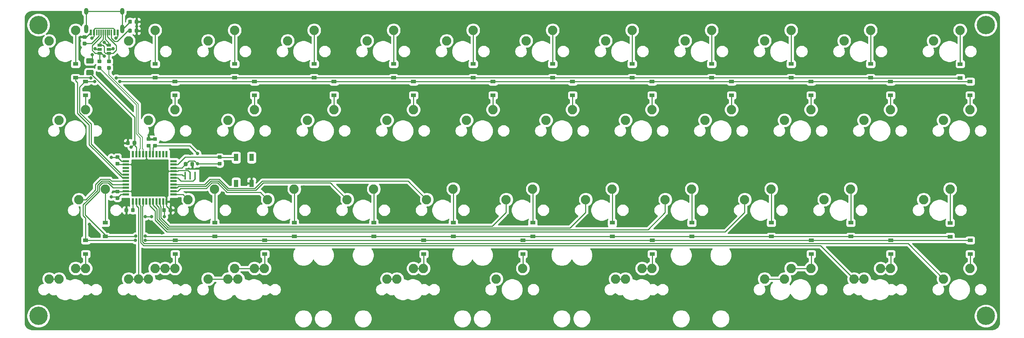
<source format=gbr>
G04 #@! TF.GenerationSoftware,KiCad,Pcbnew,(5.1.4)-1*
G04 #@! TF.CreationDate,2021-01-09T02:01:59-06:00*
G04 #@! TF.ProjectId,semi,73656d69-2e6b-4696-9361-645f70636258,rev?*
G04 #@! TF.SameCoordinates,Original*
G04 #@! TF.FileFunction,Copper,L2,Bot*
G04 #@! TF.FilePolarity,Positive*
%FSLAX46Y46*%
G04 Gerber Fmt 4.6, Leading zero omitted, Abs format (unit mm)*
G04 Created by KiCad (PCBNEW (5.1.4)-1) date 2021-01-09 02:01:59*
%MOMM*%
%LPD*%
G04 APERTURE LIST*
%ADD10C,2.250000*%
%ADD11C,0.100000*%
%ADD12C,0.875000*%
%ADD13R,0.400000X1.900000*%
%ADD14O,1.000000X1.600000*%
%ADD15O,1.000000X2.100000*%
%ADD16R,0.300000X1.450000*%
%ADD17R,0.600000X1.450000*%
%ADD18R,0.550000X1.500000*%
%ADD19R,1.500000X0.550000*%
%ADD20R,1.060000X0.650000*%
%ADD21R,1.100000X1.800000*%
%ADD22C,4.400000*%
%ADD23C,1.250000*%
%ADD24R,1.200000X0.900000*%
%ADD25C,0.800000*%
%ADD26C,0.250000*%
%ADD27C,0.200000*%
%ADD28C,0.254000*%
G04 APERTURE END LIST*
D10*
X143827500Y-64135000D03*
X150177500Y-61595000D03*
D11*
G36*
X25360691Y-1939053D02*
G01*
X25381926Y-1942203D01*
X25402750Y-1947419D01*
X25422962Y-1954651D01*
X25442368Y-1963830D01*
X25460781Y-1974866D01*
X25478024Y-1987654D01*
X25493930Y-2002070D01*
X25508346Y-2017976D01*
X25521134Y-2035219D01*
X25532170Y-2053632D01*
X25541349Y-2073038D01*
X25548581Y-2093250D01*
X25553797Y-2114074D01*
X25556947Y-2135309D01*
X25558000Y-2156750D01*
X25558000Y-2669250D01*
X25556947Y-2690691D01*
X25553797Y-2711926D01*
X25548581Y-2732750D01*
X25541349Y-2752962D01*
X25532170Y-2772368D01*
X25521134Y-2790781D01*
X25508346Y-2808024D01*
X25493930Y-2823930D01*
X25478024Y-2838346D01*
X25460781Y-2851134D01*
X25442368Y-2862170D01*
X25422962Y-2871349D01*
X25402750Y-2878581D01*
X25381926Y-2883797D01*
X25360691Y-2886947D01*
X25339250Y-2888000D01*
X24901750Y-2888000D01*
X24880309Y-2886947D01*
X24859074Y-2883797D01*
X24838250Y-2878581D01*
X24818038Y-2871349D01*
X24798632Y-2862170D01*
X24780219Y-2851134D01*
X24762976Y-2838346D01*
X24747070Y-2823930D01*
X24732654Y-2808024D01*
X24719866Y-2790781D01*
X24708830Y-2772368D01*
X24699651Y-2752962D01*
X24692419Y-2732750D01*
X24687203Y-2711926D01*
X24684053Y-2690691D01*
X24683000Y-2669250D01*
X24683000Y-2156750D01*
X24684053Y-2135309D01*
X24687203Y-2114074D01*
X24692419Y-2093250D01*
X24699651Y-2073038D01*
X24708830Y-2053632D01*
X24719866Y-2035219D01*
X24732654Y-2017976D01*
X24747070Y-2002070D01*
X24762976Y-1987654D01*
X24780219Y-1974866D01*
X24798632Y-1963830D01*
X24818038Y-1954651D01*
X24838250Y-1947419D01*
X24859074Y-1942203D01*
X24880309Y-1939053D01*
X24901750Y-1938000D01*
X25339250Y-1938000D01*
X25360691Y-1939053D01*
X25360691Y-1939053D01*
G37*
D12*
X25120500Y-2413000D03*
D11*
G36*
X26935691Y-1939053D02*
G01*
X26956926Y-1942203D01*
X26977750Y-1947419D01*
X26997962Y-1954651D01*
X27017368Y-1963830D01*
X27035781Y-1974866D01*
X27053024Y-1987654D01*
X27068930Y-2002070D01*
X27083346Y-2017976D01*
X27096134Y-2035219D01*
X27107170Y-2053632D01*
X27116349Y-2073038D01*
X27123581Y-2093250D01*
X27128797Y-2114074D01*
X27131947Y-2135309D01*
X27133000Y-2156750D01*
X27133000Y-2669250D01*
X27131947Y-2690691D01*
X27128797Y-2711926D01*
X27123581Y-2732750D01*
X27116349Y-2752962D01*
X27107170Y-2772368D01*
X27096134Y-2790781D01*
X27083346Y-2808024D01*
X27068930Y-2823930D01*
X27053024Y-2838346D01*
X27035781Y-2851134D01*
X27017368Y-2862170D01*
X26997962Y-2871349D01*
X26977750Y-2878581D01*
X26956926Y-2883797D01*
X26935691Y-2886947D01*
X26914250Y-2888000D01*
X26476750Y-2888000D01*
X26455309Y-2886947D01*
X26434074Y-2883797D01*
X26413250Y-2878581D01*
X26393038Y-2871349D01*
X26373632Y-2862170D01*
X26355219Y-2851134D01*
X26337976Y-2838346D01*
X26322070Y-2823930D01*
X26307654Y-2808024D01*
X26294866Y-2790781D01*
X26283830Y-2772368D01*
X26274651Y-2752962D01*
X26267419Y-2732750D01*
X26262203Y-2711926D01*
X26259053Y-2690691D01*
X26258000Y-2669250D01*
X26258000Y-2156750D01*
X26259053Y-2135309D01*
X26262203Y-2114074D01*
X26267419Y-2093250D01*
X26274651Y-2073038D01*
X26283830Y-2053632D01*
X26294866Y-2035219D01*
X26307654Y-2017976D01*
X26322070Y-2002070D01*
X26337976Y-1987654D01*
X26355219Y-1974866D01*
X26373632Y-1963830D01*
X26393038Y-1954651D01*
X26413250Y-1947419D01*
X26434074Y-1942203D01*
X26455309Y-1939053D01*
X26476750Y-1938000D01*
X26914250Y-1938000D01*
X26935691Y-1939053D01*
X26935691Y-1939053D01*
G37*
D12*
X26695500Y-2413000D03*
D13*
X38297000Y-39370000D03*
X39497000Y-39370000D03*
X40697000Y-39370000D03*
D14*
X23243000Y67000D03*
X14603000Y67000D03*
D15*
X23243000Y-4113000D03*
X14603000Y-4113000D03*
D16*
X18673000Y-5028000D03*
X19173000Y-5028000D03*
X19673000Y-5028000D03*
X18173000Y-5028000D03*
X20173000Y-5028000D03*
X17673000Y-5028000D03*
X20673000Y-5028000D03*
X17173000Y-5028000D03*
D17*
X16473000Y-5028000D03*
X21373000Y-5028000D03*
X15698000Y-5028000D03*
X22148000Y-5028000D03*
D18*
X25845000Y-34178000D03*
X26645000Y-34178000D03*
X27445000Y-34178000D03*
X28245000Y-34178000D03*
X29045000Y-34178000D03*
X29845000Y-34178000D03*
X30645000Y-34178000D03*
X31445000Y-34178000D03*
X32245000Y-34178000D03*
X33045000Y-34178000D03*
X33845000Y-34178000D03*
D19*
X35545000Y-35878000D03*
X35545000Y-36678000D03*
X35545000Y-37478000D03*
X35545000Y-38278000D03*
X35545000Y-39078000D03*
X35545000Y-39878000D03*
X35545000Y-40678000D03*
X35545000Y-41478000D03*
X35545000Y-42278000D03*
X35545000Y-43078000D03*
X35545000Y-43878000D03*
D18*
X33845000Y-45578000D03*
X33045000Y-45578000D03*
X32245000Y-45578000D03*
X31445000Y-45578000D03*
X30645000Y-45578000D03*
X29845000Y-45578000D03*
X29045000Y-45578000D03*
X28245000Y-45578000D03*
X27445000Y-45578000D03*
X26645000Y-45578000D03*
X25845000Y-45578000D03*
D19*
X24145000Y-43878000D03*
X24145000Y-43078000D03*
X24145000Y-42278000D03*
X24145000Y-41478000D03*
X24145000Y-40678000D03*
X24145000Y-39878000D03*
X24145000Y-39078000D03*
X24145000Y-38278000D03*
X24145000Y-37478000D03*
X24145000Y-36678000D03*
X24145000Y-35878000D03*
D20*
X17823000Y-9017000D03*
X17823000Y-8067000D03*
X17823000Y-9967000D03*
X20023000Y-9967000D03*
X20023000Y-9017000D03*
X20023000Y-8067000D03*
D21*
X54234200Y-41197600D03*
X50534200Y-34997600D03*
X50534200Y-41197600D03*
X54234200Y-34997600D03*
D11*
G36*
X26046691Y-47151053D02*
G01*
X26067926Y-47154203D01*
X26088750Y-47159419D01*
X26108962Y-47166651D01*
X26128368Y-47175830D01*
X26146781Y-47186866D01*
X26164024Y-47199654D01*
X26179930Y-47214070D01*
X26194346Y-47229976D01*
X26207134Y-47247219D01*
X26218170Y-47265632D01*
X26227349Y-47285038D01*
X26234581Y-47305250D01*
X26239797Y-47326074D01*
X26242947Y-47347309D01*
X26244000Y-47368750D01*
X26244000Y-47881250D01*
X26242947Y-47902691D01*
X26239797Y-47923926D01*
X26234581Y-47944750D01*
X26227349Y-47964962D01*
X26218170Y-47984368D01*
X26207134Y-48002781D01*
X26194346Y-48020024D01*
X26179930Y-48035930D01*
X26164024Y-48050346D01*
X26146781Y-48063134D01*
X26128368Y-48074170D01*
X26108962Y-48083349D01*
X26088750Y-48090581D01*
X26067926Y-48095797D01*
X26046691Y-48098947D01*
X26025250Y-48100000D01*
X25587750Y-48100000D01*
X25566309Y-48098947D01*
X25545074Y-48095797D01*
X25524250Y-48090581D01*
X25504038Y-48083349D01*
X25484632Y-48074170D01*
X25466219Y-48063134D01*
X25448976Y-48050346D01*
X25433070Y-48035930D01*
X25418654Y-48020024D01*
X25405866Y-48002781D01*
X25394830Y-47984368D01*
X25385651Y-47964962D01*
X25378419Y-47944750D01*
X25373203Y-47923926D01*
X25370053Y-47902691D01*
X25369000Y-47881250D01*
X25369000Y-47368750D01*
X25370053Y-47347309D01*
X25373203Y-47326074D01*
X25378419Y-47305250D01*
X25385651Y-47285038D01*
X25394830Y-47265632D01*
X25405866Y-47247219D01*
X25418654Y-47229976D01*
X25433070Y-47214070D01*
X25448976Y-47199654D01*
X25466219Y-47186866D01*
X25484632Y-47175830D01*
X25504038Y-47166651D01*
X25524250Y-47159419D01*
X25545074Y-47154203D01*
X25566309Y-47151053D01*
X25587750Y-47150000D01*
X26025250Y-47150000D01*
X26046691Y-47151053D01*
X26046691Y-47151053D01*
G37*
D12*
X25806500Y-47625000D03*
D11*
G36*
X24471691Y-47151053D02*
G01*
X24492926Y-47154203D01*
X24513750Y-47159419D01*
X24533962Y-47166651D01*
X24553368Y-47175830D01*
X24571781Y-47186866D01*
X24589024Y-47199654D01*
X24604930Y-47214070D01*
X24619346Y-47229976D01*
X24632134Y-47247219D01*
X24643170Y-47265632D01*
X24652349Y-47285038D01*
X24659581Y-47305250D01*
X24664797Y-47326074D01*
X24667947Y-47347309D01*
X24669000Y-47368750D01*
X24669000Y-47881250D01*
X24667947Y-47902691D01*
X24664797Y-47923926D01*
X24659581Y-47944750D01*
X24652349Y-47964962D01*
X24643170Y-47984368D01*
X24632134Y-48002781D01*
X24619346Y-48020024D01*
X24604930Y-48035930D01*
X24589024Y-48050346D01*
X24571781Y-48063134D01*
X24553368Y-48074170D01*
X24533962Y-48083349D01*
X24513750Y-48090581D01*
X24492926Y-48095797D01*
X24471691Y-48098947D01*
X24450250Y-48100000D01*
X24012750Y-48100000D01*
X23991309Y-48098947D01*
X23970074Y-48095797D01*
X23949250Y-48090581D01*
X23929038Y-48083349D01*
X23909632Y-48074170D01*
X23891219Y-48063134D01*
X23873976Y-48050346D01*
X23858070Y-48035930D01*
X23843654Y-48020024D01*
X23830866Y-48002781D01*
X23819830Y-47984368D01*
X23810651Y-47964962D01*
X23803419Y-47944750D01*
X23798203Y-47923926D01*
X23795053Y-47902691D01*
X23794000Y-47881250D01*
X23794000Y-47368750D01*
X23795053Y-47347309D01*
X23798203Y-47326074D01*
X23803419Y-47305250D01*
X23810651Y-47285038D01*
X23819830Y-47265632D01*
X23830866Y-47247219D01*
X23843654Y-47229976D01*
X23858070Y-47214070D01*
X23873976Y-47199654D01*
X23891219Y-47186866D01*
X23909632Y-47175830D01*
X23929038Y-47166651D01*
X23949250Y-47159419D01*
X23970074Y-47154203D01*
X23991309Y-47151053D01*
X24012750Y-47150000D01*
X24450250Y-47150000D01*
X24471691Y-47151053D01*
X24471691Y-47151053D01*
G37*
D12*
X24231500Y-47625000D03*
D11*
G36*
X20343691Y-11476053D02*
G01*
X20364926Y-11479203D01*
X20385750Y-11484419D01*
X20405962Y-11491651D01*
X20425368Y-11500830D01*
X20443781Y-11511866D01*
X20461024Y-11524654D01*
X20476930Y-11539070D01*
X20491346Y-11554976D01*
X20504134Y-11572219D01*
X20515170Y-11590632D01*
X20524349Y-11610038D01*
X20531581Y-11630250D01*
X20536797Y-11651074D01*
X20539947Y-11672309D01*
X20541000Y-11693750D01*
X20541000Y-12131250D01*
X20539947Y-12152691D01*
X20536797Y-12173926D01*
X20531581Y-12194750D01*
X20524349Y-12214962D01*
X20515170Y-12234368D01*
X20504134Y-12252781D01*
X20491346Y-12270024D01*
X20476930Y-12285930D01*
X20461024Y-12300346D01*
X20443781Y-12313134D01*
X20425368Y-12324170D01*
X20405962Y-12333349D01*
X20385750Y-12340581D01*
X20364926Y-12345797D01*
X20343691Y-12348947D01*
X20322250Y-12350000D01*
X19809750Y-12350000D01*
X19788309Y-12348947D01*
X19767074Y-12345797D01*
X19746250Y-12340581D01*
X19726038Y-12333349D01*
X19706632Y-12324170D01*
X19688219Y-12313134D01*
X19670976Y-12300346D01*
X19655070Y-12285930D01*
X19640654Y-12270024D01*
X19627866Y-12252781D01*
X19616830Y-12234368D01*
X19607651Y-12214962D01*
X19600419Y-12194750D01*
X19595203Y-12173926D01*
X19592053Y-12152691D01*
X19591000Y-12131250D01*
X19591000Y-11693750D01*
X19592053Y-11672309D01*
X19595203Y-11651074D01*
X19600419Y-11630250D01*
X19607651Y-11610038D01*
X19616830Y-11590632D01*
X19627866Y-11572219D01*
X19640654Y-11554976D01*
X19655070Y-11539070D01*
X19670976Y-11524654D01*
X19688219Y-11511866D01*
X19706632Y-11500830D01*
X19726038Y-11491651D01*
X19746250Y-11484419D01*
X19767074Y-11479203D01*
X19788309Y-11476053D01*
X19809750Y-11475000D01*
X20322250Y-11475000D01*
X20343691Y-11476053D01*
X20343691Y-11476053D01*
G37*
D12*
X20066000Y-11912500D03*
D11*
G36*
X20343691Y-13051053D02*
G01*
X20364926Y-13054203D01*
X20385750Y-13059419D01*
X20405962Y-13066651D01*
X20425368Y-13075830D01*
X20443781Y-13086866D01*
X20461024Y-13099654D01*
X20476930Y-13114070D01*
X20491346Y-13129976D01*
X20504134Y-13147219D01*
X20515170Y-13165632D01*
X20524349Y-13185038D01*
X20531581Y-13205250D01*
X20536797Y-13226074D01*
X20539947Y-13247309D01*
X20541000Y-13268750D01*
X20541000Y-13706250D01*
X20539947Y-13727691D01*
X20536797Y-13748926D01*
X20531581Y-13769750D01*
X20524349Y-13789962D01*
X20515170Y-13809368D01*
X20504134Y-13827781D01*
X20491346Y-13845024D01*
X20476930Y-13860930D01*
X20461024Y-13875346D01*
X20443781Y-13888134D01*
X20425368Y-13899170D01*
X20405962Y-13908349D01*
X20385750Y-13915581D01*
X20364926Y-13920797D01*
X20343691Y-13923947D01*
X20322250Y-13925000D01*
X19809750Y-13925000D01*
X19788309Y-13923947D01*
X19767074Y-13920797D01*
X19746250Y-13915581D01*
X19726038Y-13908349D01*
X19706632Y-13899170D01*
X19688219Y-13888134D01*
X19670976Y-13875346D01*
X19655070Y-13860930D01*
X19640654Y-13845024D01*
X19627866Y-13827781D01*
X19616830Y-13809368D01*
X19607651Y-13789962D01*
X19600419Y-13769750D01*
X19595203Y-13748926D01*
X19592053Y-13727691D01*
X19591000Y-13706250D01*
X19591000Y-13268750D01*
X19592053Y-13247309D01*
X19595203Y-13226074D01*
X19600419Y-13205250D01*
X19607651Y-13185038D01*
X19616830Y-13165632D01*
X19627866Y-13147219D01*
X19640654Y-13129976D01*
X19655070Y-13114070D01*
X19670976Y-13099654D01*
X19688219Y-13086866D01*
X19706632Y-13075830D01*
X19726038Y-13066651D01*
X19746250Y-13059419D01*
X19767074Y-13054203D01*
X19788309Y-13051053D01*
X19809750Y-13050000D01*
X20322250Y-13050000D01*
X20343691Y-13051053D01*
X20343691Y-13051053D01*
G37*
D12*
X20066000Y-13487500D03*
D11*
G36*
X18057691Y-11476053D02*
G01*
X18078926Y-11479203D01*
X18099750Y-11484419D01*
X18119962Y-11491651D01*
X18139368Y-11500830D01*
X18157781Y-11511866D01*
X18175024Y-11524654D01*
X18190930Y-11539070D01*
X18205346Y-11554976D01*
X18218134Y-11572219D01*
X18229170Y-11590632D01*
X18238349Y-11610038D01*
X18245581Y-11630250D01*
X18250797Y-11651074D01*
X18253947Y-11672309D01*
X18255000Y-11693750D01*
X18255000Y-12131250D01*
X18253947Y-12152691D01*
X18250797Y-12173926D01*
X18245581Y-12194750D01*
X18238349Y-12214962D01*
X18229170Y-12234368D01*
X18218134Y-12252781D01*
X18205346Y-12270024D01*
X18190930Y-12285930D01*
X18175024Y-12300346D01*
X18157781Y-12313134D01*
X18139368Y-12324170D01*
X18119962Y-12333349D01*
X18099750Y-12340581D01*
X18078926Y-12345797D01*
X18057691Y-12348947D01*
X18036250Y-12350000D01*
X17523750Y-12350000D01*
X17502309Y-12348947D01*
X17481074Y-12345797D01*
X17460250Y-12340581D01*
X17440038Y-12333349D01*
X17420632Y-12324170D01*
X17402219Y-12313134D01*
X17384976Y-12300346D01*
X17369070Y-12285930D01*
X17354654Y-12270024D01*
X17341866Y-12252781D01*
X17330830Y-12234368D01*
X17321651Y-12214962D01*
X17314419Y-12194750D01*
X17309203Y-12173926D01*
X17306053Y-12152691D01*
X17305000Y-12131250D01*
X17305000Y-11693750D01*
X17306053Y-11672309D01*
X17309203Y-11651074D01*
X17314419Y-11630250D01*
X17321651Y-11610038D01*
X17330830Y-11590632D01*
X17341866Y-11572219D01*
X17354654Y-11554976D01*
X17369070Y-11539070D01*
X17384976Y-11524654D01*
X17402219Y-11511866D01*
X17420632Y-11500830D01*
X17440038Y-11491651D01*
X17460250Y-11484419D01*
X17481074Y-11479203D01*
X17502309Y-11476053D01*
X17523750Y-11475000D01*
X18036250Y-11475000D01*
X18057691Y-11476053D01*
X18057691Y-11476053D01*
G37*
D12*
X17780000Y-11912500D03*
D11*
G36*
X18057691Y-13051053D02*
G01*
X18078926Y-13054203D01*
X18099750Y-13059419D01*
X18119962Y-13066651D01*
X18139368Y-13075830D01*
X18157781Y-13086866D01*
X18175024Y-13099654D01*
X18190930Y-13114070D01*
X18205346Y-13129976D01*
X18218134Y-13147219D01*
X18229170Y-13165632D01*
X18238349Y-13185038D01*
X18245581Y-13205250D01*
X18250797Y-13226074D01*
X18253947Y-13247309D01*
X18255000Y-13268750D01*
X18255000Y-13706250D01*
X18253947Y-13727691D01*
X18250797Y-13748926D01*
X18245581Y-13769750D01*
X18238349Y-13789962D01*
X18229170Y-13809368D01*
X18218134Y-13827781D01*
X18205346Y-13845024D01*
X18190930Y-13860930D01*
X18175024Y-13875346D01*
X18157781Y-13888134D01*
X18139368Y-13899170D01*
X18119962Y-13908349D01*
X18099750Y-13915581D01*
X18078926Y-13920797D01*
X18057691Y-13923947D01*
X18036250Y-13925000D01*
X17523750Y-13925000D01*
X17502309Y-13923947D01*
X17481074Y-13920797D01*
X17460250Y-13915581D01*
X17440038Y-13908349D01*
X17420632Y-13899170D01*
X17402219Y-13888134D01*
X17384976Y-13875346D01*
X17369070Y-13860930D01*
X17354654Y-13845024D01*
X17341866Y-13827781D01*
X17330830Y-13809368D01*
X17321651Y-13789962D01*
X17314419Y-13769750D01*
X17309203Y-13748926D01*
X17306053Y-13727691D01*
X17305000Y-13706250D01*
X17305000Y-13268750D01*
X17306053Y-13247309D01*
X17309203Y-13226074D01*
X17314419Y-13205250D01*
X17321651Y-13185038D01*
X17330830Y-13165632D01*
X17341866Y-13147219D01*
X17354654Y-13129976D01*
X17369070Y-13114070D01*
X17384976Y-13099654D01*
X17402219Y-13086866D01*
X17420632Y-13075830D01*
X17440038Y-13066651D01*
X17460250Y-13059419D01*
X17481074Y-13054203D01*
X17502309Y-13051053D01*
X17523750Y-13050000D01*
X18036250Y-13050000D01*
X18057691Y-13051053D01*
X18057691Y-13051053D01*
G37*
D12*
X17780000Y-13487500D03*
D11*
G36*
X25360691Y-4098053D02*
G01*
X25381926Y-4101203D01*
X25402750Y-4106419D01*
X25422962Y-4113651D01*
X25442368Y-4122830D01*
X25460781Y-4133866D01*
X25478024Y-4146654D01*
X25493930Y-4161070D01*
X25508346Y-4176976D01*
X25521134Y-4194219D01*
X25532170Y-4212632D01*
X25541349Y-4232038D01*
X25548581Y-4252250D01*
X25553797Y-4273074D01*
X25556947Y-4294309D01*
X25558000Y-4315750D01*
X25558000Y-4828250D01*
X25556947Y-4849691D01*
X25553797Y-4870926D01*
X25548581Y-4891750D01*
X25541349Y-4911962D01*
X25532170Y-4931368D01*
X25521134Y-4949781D01*
X25508346Y-4967024D01*
X25493930Y-4982930D01*
X25478024Y-4997346D01*
X25460781Y-5010134D01*
X25442368Y-5021170D01*
X25422962Y-5030349D01*
X25402750Y-5037581D01*
X25381926Y-5042797D01*
X25360691Y-5045947D01*
X25339250Y-5047000D01*
X24901750Y-5047000D01*
X24880309Y-5045947D01*
X24859074Y-5042797D01*
X24838250Y-5037581D01*
X24818038Y-5030349D01*
X24798632Y-5021170D01*
X24780219Y-5010134D01*
X24762976Y-4997346D01*
X24747070Y-4982930D01*
X24732654Y-4967024D01*
X24719866Y-4949781D01*
X24708830Y-4931368D01*
X24699651Y-4911962D01*
X24692419Y-4891750D01*
X24687203Y-4870926D01*
X24684053Y-4849691D01*
X24683000Y-4828250D01*
X24683000Y-4315750D01*
X24684053Y-4294309D01*
X24687203Y-4273074D01*
X24692419Y-4252250D01*
X24699651Y-4232038D01*
X24708830Y-4212632D01*
X24719866Y-4194219D01*
X24732654Y-4176976D01*
X24747070Y-4161070D01*
X24762976Y-4146654D01*
X24780219Y-4133866D01*
X24798632Y-4122830D01*
X24818038Y-4113651D01*
X24838250Y-4106419D01*
X24859074Y-4101203D01*
X24880309Y-4098053D01*
X24901750Y-4097000D01*
X25339250Y-4097000D01*
X25360691Y-4098053D01*
X25360691Y-4098053D01*
G37*
D12*
X25120500Y-4572000D03*
D11*
G36*
X26935691Y-4098053D02*
G01*
X26956926Y-4101203D01*
X26977750Y-4106419D01*
X26997962Y-4113651D01*
X27017368Y-4122830D01*
X27035781Y-4133866D01*
X27053024Y-4146654D01*
X27068930Y-4161070D01*
X27083346Y-4176976D01*
X27096134Y-4194219D01*
X27107170Y-4212632D01*
X27116349Y-4232038D01*
X27123581Y-4252250D01*
X27128797Y-4273074D01*
X27131947Y-4294309D01*
X27133000Y-4315750D01*
X27133000Y-4828250D01*
X27131947Y-4849691D01*
X27128797Y-4870926D01*
X27123581Y-4891750D01*
X27116349Y-4911962D01*
X27107170Y-4931368D01*
X27096134Y-4949781D01*
X27083346Y-4967024D01*
X27068930Y-4982930D01*
X27053024Y-4997346D01*
X27035781Y-5010134D01*
X27017368Y-5021170D01*
X26997962Y-5030349D01*
X26977750Y-5037581D01*
X26956926Y-5042797D01*
X26935691Y-5045947D01*
X26914250Y-5047000D01*
X26476750Y-5047000D01*
X26455309Y-5045947D01*
X26434074Y-5042797D01*
X26413250Y-5037581D01*
X26393038Y-5030349D01*
X26373632Y-5021170D01*
X26355219Y-5010134D01*
X26337976Y-4997346D01*
X26322070Y-4982930D01*
X26307654Y-4967024D01*
X26294866Y-4949781D01*
X26283830Y-4931368D01*
X26274651Y-4911962D01*
X26267419Y-4891750D01*
X26262203Y-4870926D01*
X26259053Y-4849691D01*
X26258000Y-4828250D01*
X26258000Y-4315750D01*
X26259053Y-4294309D01*
X26262203Y-4273074D01*
X26267419Y-4252250D01*
X26274651Y-4232038D01*
X26283830Y-4212632D01*
X26294866Y-4194219D01*
X26307654Y-4176976D01*
X26322070Y-4161070D01*
X26337976Y-4146654D01*
X26355219Y-4133866D01*
X26373632Y-4122830D01*
X26393038Y-4113651D01*
X26413250Y-4106419D01*
X26434074Y-4101203D01*
X26455309Y-4098053D01*
X26476750Y-4097000D01*
X26914250Y-4097000D01*
X26935691Y-4098053D01*
X26935691Y-4098053D01*
G37*
D12*
X26695500Y-4572000D03*
D11*
G36*
X14501691Y-7209053D02*
G01*
X14522926Y-7212203D01*
X14543750Y-7217419D01*
X14563962Y-7224651D01*
X14583368Y-7233830D01*
X14601781Y-7244866D01*
X14619024Y-7257654D01*
X14634930Y-7272070D01*
X14649346Y-7287976D01*
X14662134Y-7305219D01*
X14673170Y-7323632D01*
X14682349Y-7343038D01*
X14689581Y-7363250D01*
X14694797Y-7384074D01*
X14697947Y-7405309D01*
X14699000Y-7426750D01*
X14699000Y-7864250D01*
X14697947Y-7885691D01*
X14694797Y-7906926D01*
X14689581Y-7927750D01*
X14682349Y-7947962D01*
X14673170Y-7967368D01*
X14662134Y-7985781D01*
X14649346Y-8003024D01*
X14634930Y-8018930D01*
X14619024Y-8033346D01*
X14601781Y-8046134D01*
X14583368Y-8057170D01*
X14563962Y-8066349D01*
X14543750Y-8073581D01*
X14522926Y-8078797D01*
X14501691Y-8081947D01*
X14480250Y-8083000D01*
X13967750Y-8083000D01*
X13946309Y-8081947D01*
X13925074Y-8078797D01*
X13904250Y-8073581D01*
X13884038Y-8066349D01*
X13864632Y-8057170D01*
X13846219Y-8046134D01*
X13828976Y-8033346D01*
X13813070Y-8018930D01*
X13798654Y-8003024D01*
X13785866Y-7985781D01*
X13774830Y-7967368D01*
X13765651Y-7947962D01*
X13758419Y-7927750D01*
X13753203Y-7906926D01*
X13750053Y-7885691D01*
X13749000Y-7864250D01*
X13749000Y-7426750D01*
X13750053Y-7405309D01*
X13753203Y-7384074D01*
X13758419Y-7363250D01*
X13765651Y-7343038D01*
X13774830Y-7323632D01*
X13785866Y-7305219D01*
X13798654Y-7287976D01*
X13813070Y-7272070D01*
X13828976Y-7257654D01*
X13846219Y-7244866D01*
X13864632Y-7233830D01*
X13884038Y-7224651D01*
X13904250Y-7217419D01*
X13925074Y-7212203D01*
X13946309Y-7209053D01*
X13967750Y-7208000D01*
X14480250Y-7208000D01*
X14501691Y-7209053D01*
X14501691Y-7209053D01*
G37*
D12*
X14224000Y-7645500D03*
D11*
G36*
X14501691Y-5634053D02*
G01*
X14522926Y-5637203D01*
X14543750Y-5642419D01*
X14563962Y-5649651D01*
X14583368Y-5658830D01*
X14601781Y-5669866D01*
X14619024Y-5682654D01*
X14634930Y-5697070D01*
X14649346Y-5712976D01*
X14662134Y-5730219D01*
X14673170Y-5748632D01*
X14682349Y-5768038D01*
X14689581Y-5788250D01*
X14694797Y-5809074D01*
X14697947Y-5830309D01*
X14699000Y-5851750D01*
X14699000Y-6289250D01*
X14697947Y-6310691D01*
X14694797Y-6331926D01*
X14689581Y-6352750D01*
X14682349Y-6372962D01*
X14673170Y-6392368D01*
X14662134Y-6410781D01*
X14649346Y-6428024D01*
X14634930Y-6443930D01*
X14619024Y-6458346D01*
X14601781Y-6471134D01*
X14583368Y-6482170D01*
X14563962Y-6491349D01*
X14543750Y-6498581D01*
X14522926Y-6503797D01*
X14501691Y-6506947D01*
X14480250Y-6508000D01*
X13967750Y-6508000D01*
X13946309Y-6506947D01*
X13925074Y-6503797D01*
X13904250Y-6498581D01*
X13884038Y-6491349D01*
X13864632Y-6482170D01*
X13846219Y-6471134D01*
X13828976Y-6458346D01*
X13813070Y-6443930D01*
X13798654Y-6428024D01*
X13785866Y-6410781D01*
X13774830Y-6392368D01*
X13765651Y-6372962D01*
X13758419Y-6352750D01*
X13753203Y-6331926D01*
X13750053Y-6310691D01*
X13749000Y-6289250D01*
X13749000Y-5851750D01*
X13750053Y-5830309D01*
X13753203Y-5809074D01*
X13758419Y-5788250D01*
X13765651Y-5768038D01*
X13774830Y-5748632D01*
X13785866Y-5730219D01*
X13798654Y-5712976D01*
X13813070Y-5697070D01*
X13828976Y-5682654D01*
X13846219Y-5669866D01*
X13864632Y-5658830D01*
X13884038Y-5649651D01*
X13904250Y-5642419D01*
X13925074Y-5637203D01*
X13946309Y-5634053D01*
X13967750Y-5633000D01*
X14480250Y-5633000D01*
X14501691Y-5634053D01*
X14501691Y-5634053D01*
G37*
D12*
X14224000Y-6070500D03*
D11*
G36*
X46886691Y-34463053D02*
G01*
X46907926Y-34466203D01*
X46928750Y-34471419D01*
X46948962Y-34478651D01*
X46968368Y-34487830D01*
X46986781Y-34498866D01*
X47004024Y-34511654D01*
X47019930Y-34526070D01*
X47034346Y-34541976D01*
X47047134Y-34559219D01*
X47058170Y-34577632D01*
X47067349Y-34597038D01*
X47074581Y-34617250D01*
X47079797Y-34638074D01*
X47082947Y-34659309D01*
X47084000Y-34680750D01*
X47084000Y-35118250D01*
X47082947Y-35139691D01*
X47079797Y-35160926D01*
X47074581Y-35181750D01*
X47067349Y-35201962D01*
X47058170Y-35221368D01*
X47047134Y-35239781D01*
X47034346Y-35257024D01*
X47019930Y-35272930D01*
X47004024Y-35287346D01*
X46986781Y-35300134D01*
X46968368Y-35311170D01*
X46948962Y-35320349D01*
X46928750Y-35327581D01*
X46907926Y-35332797D01*
X46886691Y-35335947D01*
X46865250Y-35337000D01*
X46352750Y-35337000D01*
X46331309Y-35335947D01*
X46310074Y-35332797D01*
X46289250Y-35327581D01*
X46269038Y-35320349D01*
X46249632Y-35311170D01*
X46231219Y-35300134D01*
X46213976Y-35287346D01*
X46198070Y-35272930D01*
X46183654Y-35257024D01*
X46170866Y-35239781D01*
X46159830Y-35221368D01*
X46150651Y-35201962D01*
X46143419Y-35181750D01*
X46138203Y-35160926D01*
X46135053Y-35139691D01*
X46134000Y-35118250D01*
X46134000Y-34680750D01*
X46135053Y-34659309D01*
X46138203Y-34638074D01*
X46143419Y-34617250D01*
X46150651Y-34597038D01*
X46159830Y-34577632D01*
X46170866Y-34559219D01*
X46183654Y-34541976D01*
X46198070Y-34526070D01*
X46213976Y-34511654D01*
X46231219Y-34498866D01*
X46249632Y-34487830D01*
X46269038Y-34478651D01*
X46289250Y-34471419D01*
X46310074Y-34466203D01*
X46331309Y-34463053D01*
X46352750Y-34462000D01*
X46865250Y-34462000D01*
X46886691Y-34463053D01*
X46886691Y-34463053D01*
G37*
D12*
X46609000Y-34899500D03*
D11*
G36*
X46886691Y-36038053D02*
G01*
X46907926Y-36041203D01*
X46928750Y-36046419D01*
X46948962Y-36053651D01*
X46968368Y-36062830D01*
X46986781Y-36073866D01*
X47004024Y-36086654D01*
X47019930Y-36101070D01*
X47034346Y-36116976D01*
X47047134Y-36134219D01*
X47058170Y-36152632D01*
X47067349Y-36172038D01*
X47074581Y-36192250D01*
X47079797Y-36213074D01*
X47082947Y-36234309D01*
X47084000Y-36255750D01*
X47084000Y-36693250D01*
X47082947Y-36714691D01*
X47079797Y-36735926D01*
X47074581Y-36756750D01*
X47067349Y-36776962D01*
X47058170Y-36796368D01*
X47047134Y-36814781D01*
X47034346Y-36832024D01*
X47019930Y-36847930D01*
X47004024Y-36862346D01*
X46986781Y-36875134D01*
X46968368Y-36886170D01*
X46948962Y-36895349D01*
X46928750Y-36902581D01*
X46907926Y-36907797D01*
X46886691Y-36910947D01*
X46865250Y-36912000D01*
X46352750Y-36912000D01*
X46331309Y-36910947D01*
X46310074Y-36907797D01*
X46289250Y-36902581D01*
X46269038Y-36895349D01*
X46249632Y-36886170D01*
X46231219Y-36875134D01*
X46213976Y-36862346D01*
X46198070Y-36847930D01*
X46183654Y-36832024D01*
X46170866Y-36814781D01*
X46159830Y-36796368D01*
X46150651Y-36776962D01*
X46143419Y-36756750D01*
X46138203Y-36735926D01*
X46135053Y-36714691D01*
X46134000Y-36693250D01*
X46134000Y-36255750D01*
X46135053Y-36234309D01*
X46138203Y-36213074D01*
X46143419Y-36192250D01*
X46150651Y-36172038D01*
X46159830Y-36152632D01*
X46170866Y-36134219D01*
X46183654Y-36116976D01*
X46198070Y-36101070D01*
X46213976Y-36086654D01*
X46231219Y-36073866D01*
X46249632Y-36062830D01*
X46269038Y-36053651D01*
X46289250Y-36046419D01*
X46310074Y-36041203D01*
X46331309Y-36038053D01*
X46352750Y-36037000D01*
X46865250Y-36037000D01*
X46886691Y-36038053D01*
X46886691Y-36038053D01*
G37*
D12*
X46609000Y-36474500D03*
D22*
X3174800Y-3174800D03*
X3174800Y-73020400D03*
X230173000Y-73020400D03*
X230173000Y-3174800D03*
D11*
G36*
X16143504Y-11187204D02*
G01*
X16167773Y-11190804D01*
X16191571Y-11196765D01*
X16214671Y-11205030D01*
X16236849Y-11215520D01*
X16257893Y-11228133D01*
X16277598Y-11242747D01*
X16295777Y-11259223D01*
X16312253Y-11277402D01*
X16326867Y-11297107D01*
X16339480Y-11318151D01*
X16349970Y-11340329D01*
X16358235Y-11363429D01*
X16364196Y-11387227D01*
X16367796Y-11411496D01*
X16369000Y-11436000D01*
X16369000Y-12186000D01*
X16367796Y-12210504D01*
X16364196Y-12234773D01*
X16358235Y-12258571D01*
X16349970Y-12281671D01*
X16339480Y-12303849D01*
X16326867Y-12324893D01*
X16312253Y-12344598D01*
X16295777Y-12362777D01*
X16277598Y-12379253D01*
X16257893Y-12393867D01*
X16236849Y-12406480D01*
X16214671Y-12416970D01*
X16191571Y-12425235D01*
X16167773Y-12431196D01*
X16143504Y-12434796D01*
X16119000Y-12436000D01*
X14869000Y-12436000D01*
X14844496Y-12434796D01*
X14820227Y-12431196D01*
X14796429Y-12425235D01*
X14773329Y-12416970D01*
X14751151Y-12406480D01*
X14730107Y-12393867D01*
X14710402Y-12379253D01*
X14692223Y-12362777D01*
X14675747Y-12344598D01*
X14661133Y-12324893D01*
X14648520Y-12303849D01*
X14638030Y-12281671D01*
X14629765Y-12258571D01*
X14623804Y-12234773D01*
X14620204Y-12210504D01*
X14619000Y-12186000D01*
X14619000Y-11436000D01*
X14620204Y-11411496D01*
X14623804Y-11387227D01*
X14629765Y-11363429D01*
X14638030Y-11340329D01*
X14648520Y-11318151D01*
X14661133Y-11297107D01*
X14675747Y-11277402D01*
X14692223Y-11259223D01*
X14710402Y-11242747D01*
X14730107Y-11228133D01*
X14751151Y-11215520D01*
X14773329Y-11205030D01*
X14796429Y-11196765D01*
X14820227Y-11190804D01*
X14844496Y-11187204D01*
X14869000Y-11186000D01*
X16119000Y-11186000D01*
X16143504Y-11187204D01*
X16143504Y-11187204D01*
G37*
D23*
X15494000Y-11811000D03*
D11*
G36*
X16143504Y-13987204D02*
G01*
X16167773Y-13990804D01*
X16191571Y-13996765D01*
X16214671Y-14005030D01*
X16236849Y-14015520D01*
X16257893Y-14028133D01*
X16277598Y-14042747D01*
X16295777Y-14059223D01*
X16312253Y-14077402D01*
X16326867Y-14097107D01*
X16339480Y-14118151D01*
X16349970Y-14140329D01*
X16358235Y-14163429D01*
X16364196Y-14187227D01*
X16367796Y-14211496D01*
X16369000Y-14236000D01*
X16369000Y-14986000D01*
X16367796Y-15010504D01*
X16364196Y-15034773D01*
X16358235Y-15058571D01*
X16349970Y-15081671D01*
X16339480Y-15103849D01*
X16326867Y-15124893D01*
X16312253Y-15144598D01*
X16295777Y-15162777D01*
X16277598Y-15179253D01*
X16257893Y-15193867D01*
X16236849Y-15206480D01*
X16214671Y-15216970D01*
X16191571Y-15225235D01*
X16167773Y-15231196D01*
X16143504Y-15234796D01*
X16119000Y-15236000D01*
X14869000Y-15236000D01*
X14844496Y-15234796D01*
X14820227Y-15231196D01*
X14796429Y-15225235D01*
X14773329Y-15216970D01*
X14751151Y-15206480D01*
X14730107Y-15193867D01*
X14710402Y-15179253D01*
X14692223Y-15162777D01*
X14675747Y-15144598D01*
X14661133Y-15124893D01*
X14648520Y-15103849D01*
X14638030Y-15081671D01*
X14629765Y-15058571D01*
X14623804Y-15034773D01*
X14620204Y-15010504D01*
X14619000Y-14986000D01*
X14619000Y-14236000D01*
X14620204Y-14211496D01*
X14623804Y-14187227D01*
X14629765Y-14163429D01*
X14638030Y-14140329D01*
X14648520Y-14118151D01*
X14661133Y-14097107D01*
X14675747Y-14077402D01*
X14692223Y-14059223D01*
X14710402Y-14042747D01*
X14730107Y-14028133D01*
X14751151Y-14015520D01*
X14773329Y-14005030D01*
X14796429Y-13996765D01*
X14820227Y-13990804D01*
X14844496Y-13987204D01*
X14869000Y-13986000D01*
X16119000Y-13986000D01*
X16143504Y-13987204D01*
X16143504Y-13987204D01*
G37*
D23*
X15494000Y-14611000D03*
D11*
G36*
X24852691Y-31022053D02*
G01*
X24873926Y-31025203D01*
X24894750Y-31030419D01*
X24914962Y-31037651D01*
X24934368Y-31046830D01*
X24952781Y-31057866D01*
X24970024Y-31070654D01*
X24985930Y-31085070D01*
X25000346Y-31100976D01*
X25013134Y-31118219D01*
X25024170Y-31136632D01*
X25033349Y-31156038D01*
X25040581Y-31176250D01*
X25045797Y-31197074D01*
X25048947Y-31218309D01*
X25050000Y-31239750D01*
X25050000Y-31752250D01*
X25048947Y-31773691D01*
X25045797Y-31794926D01*
X25040581Y-31815750D01*
X25033349Y-31835962D01*
X25024170Y-31855368D01*
X25013134Y-31873781D01*
X25000346Y-31891024D01*
X24985930Y-31906930D01*
X24970024Y-31921346D01*
X24952781Y-31934134D01*
X24934368Y-31945170D01*
X24914962Y-31954349D01*
X24894750Y-31961581D01*
X24873926Y-31966797D01*
X24852691Y-31969947D01*
X24831250Y-31971000D01*
X24393750Y-31971000D01*
X24372309Y-31969947D01*
X24351074Y-31966797D01*
X24330250Y-31961581D01*
X24310038Y-31954349D01*
X24290632Y-31945170D01*
X24272219Y-31934134D01*
X24254976Y-31921346D01*
X24239070Y-31906930D01*
X24224654Y-31891024D01*
X24211866Y-31873781D01*
X24200830Y-31855368D01*
X24191651Y-31835962D01*
X24184419Y-31815750D01*
X24179203Y-31794926D01*
X24176053Y-31773691D01*
X24175000Y-31752250D01*
X24175000Y-31239750D01*
X24176053Y-31218309D01*
X24179203Y-31197074D01*
X24184419Y-31176250D01*
X24191651Y-31156038D01*
X24200830Y-31136632D01*
X24211866Y-31118219D01*
X24224654Y-31100976D01*
X24239070Y-31085070D01*
X24254976Y-31070654D01*
X24272219Y-31057866D01*
X24290632Y-31046830D01*
X24310038Y-31037651D01*
X24330250Y-31030419D01*
X24351074Y-31025203D01*
X24372309Y-31022053D01*
X24393750Y-31021000D01*
X24831250Y-31021000D01*
X24852691Y-31022053D01*
X24852691Y-31022053D01*
G37*
D12*
X24612500Y-31496000D03*
D11*
G36*
X26427691Y-31022053D02*
G01*
X26448926Y-31025203D01*
X26469750Y-31030419D01*
X26489962Y-31037651D01*
X26509368Y-31046830D01*
X26527781Y-31057866D01*
X26545024Y-31070654D01*
X26560930Y-31085070D01*
X26575346Y-31100976D01*
X26588134Y-31118219D01*
X26599170Y-31136632D01*
X26608349Y-31156038D01*
X26615581Y-31176250D01*
X26620797Y-31197074D01*
X26623947Y-31218309D01*
X26625000Y-31239750D01*
X26625000Y-31752250D01*
X26623947Y-31773691D01*
X26620797Y-31794926D01*
X26615581Y-31815750D01*
X26608349Y-31835962D01*
X26599170Y-31855368D01*
X26588134Y-31873781D01*
X26575346Y-31891024D01*
X26560930Y-31906930D01*
X26545024Y-31921346D01*
X26527781Y-31934134D01*
X26509368Y-31945170D01*
X26489962Y-31954349D01*
X26469750Y-31961581D01*
X26448926Y-31966797D01*
X26427691Y-31969947D01*
X26406250Y-31971000D01*
X25968750Y-31971000D01*
X25947309Y-31969947D01*
X25926074Y-31966797D01*
X25905250Y-31961581D01*
X25885038Y-31954349D01*
X25865632Y-31945170D01*
X25847219Y-31934134D01*
X25829976Y-31921346D01*
X25814070Y-31906930D01*
X25799654Y-31891024D01*
X25786866Y-31873781D01*
X25775830Y-31855368D01*
X25766651Y-31835962D01*
X25759419Y-31815750D01*
X25754203Y-31794926D01*
X25751053Y-31773691D01*
X25750000Y-31752250D01*
X25750000Y-31239750D01*
X25751053Y-31218309D01*
X25754203Y-31197074D01*
X25759419Y-31176250D01*
X25766651Y-31156038D01*
X25775830Y-31136632D01*
X25786866Y-31118219D01*
X25799654Y-31100976D01*
X25814070Y-31085070D01*
X25829976Y-31070654D01*
X25847219Y-31057866D01*
X25865632Y-31046830D01*
X25885038Y-31037651D01*
X25905250Y-31030419D01*
X25926074Y-31025203D01*
X25947309Y-31022053D01*
X25968750Y-31021000D01*
X26406250Y-31021000D01*
X26427691Y-31022053D01*
X26427691Y-31022053D01*
G37*
D12*
X26187500Y-31496000D03*
D11*
G36*
X40270691Y-36102053D02*
G01*
X40291926Y-36105203D01*
X40312750Y-36110419D01*
X40332962Y-36117651D01*
X40352368Y-36126830D01*
X40370781Y-36137866D01*
X40388024Y-36150654D01*
X40403930Y-36165070D01*
X40418346Y-36180976D01*
X40431134Y-36198219D01*
X40442170Y-36216632D01*
X40451349Y-36236038D01*
X40458581Y-36256250D01*
X40463797Y-36277074D01*
X40466947Y-36298309D01*
X40468000Y-36319750D01*
X40468000Y-36832250D01*
X40466947Y-36853691D01*
X40463797Y-36874926D01*
X40458581Y-36895750D01*
X40451349Y-36915962D01*
X40442170Y-36935368D01*
X40431134Y-36953781D01*
X40418346Y-36971024D01*
X40403930Y-36986930D01*
X40388024Y-37001346D01*
X40370781Y-37014134D01*
X40352368Y-37025170D01*
X40332962Y-37034349D01*
X40312750Y-37041581D01*
X40291926Y-37046797D01*
X40270691Y-37049947D01*
X40249250Y-37051000D01*
X39811750Y-37051000D01*
X39790309Y-37049947D01*
X39769074Y-37046797D01*
X39748250Y-37041581D01*
X39728038Y-37034349D01*
X39708632Y-37025170D01*
X39690219Y-37014134D01*
X39672976Y-37001346D01*
X39657070Y-36986930D01*
X39642654Y-36971024D01*
X39629866Y-36953781D01*
X39618830Y-36935368D01*
X39609651Y-36915962D01*
X39602419Y-36895750D01*
X39597203Y-36874926D01*
X39594053Y-36853691D01*
X39593000Y-36832250D01*
X39593000Y-36319750D01*
X39594053Y-36298309D01*
X39597203Y-36277074D01*
X39602419Y-36256250D01*
X39609651Y-36236038D01*
X39618830Y-36216632D01*
X39629866Y-36198219D01*
X39642654Y-36180976D01*
X39657070Y-36165070D01*
X39672976Y-36150654D01*
X39690219Y-36137866D01*
X39708632Y-36126830D01*
X39728038Y-36117651D01*
X39748250Y-36110419D01*
X39769074Y-36105203D01*
X39790309Y-36102053D01*
X39811750Y-36101000D01*
X40249250Y-36101000D01*
X40270691Y-36102053D01*
X40270691Y-36102053D01*
G37*
D12*
X40030500Y-36576000D03*
D11*
G36*
X38695691Y-36102053D02*
G01*
X38716926Y-36105203D01*
X38737750Y-36110419D01*
X38757962Y-36117651D01*
X38777368Y-36126830D01*
X38795781Y-36137866D01*
X38813024Y-36150654D01*
X38828930Y-36165070D01*
X38843346Y-36180976D01*
X38856134Y-36198219D01*
X38867170Y-36216632D01*
X38876349Y-36236038D01*
X38883581Y-36256250D01*
X38888797Y-36277074D01*
X38891947Y-36298309D01*
X38893000Y-36319750D01*
X38893000Y-36832250D01*
X38891947Y-36853691D01*
X38888797Y-36874926D01*
X38883581Y-36895750D01*
X38876349Y-36915962D01*
X38867170Y-36935368D01*
X38856134Y-36953781D01*
X38843346Y-36971024D01*
X38828930Y-36986930D01*
X38813024Y-37001346D01*
X38795781Y-37014134D01*
X38777368Y-37025170D01*
X38757962Y-37034349D01*
X38737750Y-37041581D01*
X38716926Y-37046797D01*
X38695691Y-37049947D01*
X38674250Y-37051000D01*
X38236750Y-37051000D01*
X38215309Y-37049947D01*
X38194074Y-37046797D01*
X38173250Y-37041581D01*
X38153038Y-37034349D01*
X38133632Y-37025170D01*
X38115219Y-37014134D01*
X38097976Y-37001346D01*
X38082070Y-36986930D01*
X38067654Y-36971024D01*
X38054866Y-36953781D01*
X38043830Y-36935368D01*
X38034651Y-36915962D01*
X38027419Y-36895750D01*
X38022203Y-36874926D01*
X38019053Y-36853691D01*
X38018000Y-36832250D01*
X38018000Y-36319750D01*
X38019053Y-36298309D01*
X38022203Y-36277074D01*
X38027419Y-36256250D01*
X38034651Y-36236038D01*
X38043830Y-36216632D01*
X38054866Y-36198219D01*
X38067654Y-36180976D01*
X38082070Y-36165070D01*
X38097976Y-36150654D01*
X38115219Y-36137866D01*
X38133632Y-36126830D01*
X38153038Y-36117651D01*
X38173250Y-36110419D01*
X38194074Y-36105203D01*
X38215309Y-36102053D01*
X38236750Y-36101000D01*
X38674250Y-36101000D01*
X38695691Y-36102053D01*
X38695691Y-36102053D01*
G37*
D12*
X38455500Y-36576000D03*
D11*
G36*
X35063691Y-47151053D02*
G01*
X35084926Y-47154203D01*
X35105750Y-47159419D01*
X35125962Y-47166651D01*
X35145368Y-47175830D01*
X35163781Y-47186866D01*
X35181024Y-47199654D01*
X35196930Y-47214070D01*
X35211346Y-47229976D01*
X35224134Y-47247219D01*
X35235170Y-47265632D01*
X35244349Y-47285038D01*
X35251581Y-47305250D01*
X35256797Y-47326074D01*
X35259947Y-47347309D01*
X35261000Y-47368750D01*
X35261000Y-47881250D01*
X35259947Y-47902691D01*
X35256797Y-47923926D01*
X35251581Y-47944750D01*
X35244349Y-47964962D01*
X35235170Y-47984368D01*
X35224134Y-48002781D01*
X35211346Y-48020024D01*
X35196930Y-48035930D01*
X35181024Y-48050346D01*
X35163781Y-48063134D01*
X35145368Y-48074170D01*
X35125962Y-48083349D01*
X35105750Y-48090581D01*
X35084926Y-48095797D01*
X35063691Y-48098947D01*
X35042250Y-48100000D01*
X34604750Y-48100000D01*
X34583309Y-48098947D01*
X34562074Y-48095797D01*
X34541250Y-48090581D01*
X34521038Y-48083349D01*
X34501632Y-48074170D01*
X34483219Y-48063134D01*
X34465976Y-48050346D01*
X34450070Y-48035930D01*
X34435654Y-48020024D01*
X34422866Y-48002781D01*
X34411830Y-47984368D01*
X34402651Y-47964962D01*
X34395419Y-47944750D01*
X34390203Y-47923926D01*
X34387053Y-47902691D01*
X34386000Y-47881250D01*
X34386000Y-47368750D01*
X34387053Y-47347309D01*
X34390203Y-47326074D01*
X34395419Y-47305250D01*
X34402651Y-47285038D01*
X34411830Y-47265632D01*
X34422866Y-47247219D01*
X34435654Y-47229976D01*
X34450070Y-47214070D01*
X34465976Y-47199654D01*
X34483219Y-47186866D01*
X34501632Y-47175830D01*
X34521038Y-47166651D01*
X34541250Y-47159419D01*
X34562074Y-47154203D01*
X34583309Y-47151053D01*
X34604750Y-47150000D01*
X35042250Y-47150000D01*
X35063691Y-47151053D01*
X35063691Y-47151053D01*
G37*
D12*
X34823500Y-47625000D03*
D11*
G36*
X33488691Y-47151053D02*
G01*
X33509926Y-47154203D01*
X33530750Y-47159419D01*
X33550962Y-47166651D01*
X33570368Y-47175830D01*
X33588781Y-47186866D01*
X33606024Y-47199654D01*
X33621930Y-47214070D01*
X33636346Y-47229976D01*
X33649134Y-47247219D01*
X33660170Y-47265632D01*
X33669349Y-47285038D01*
X33676581Y-47305250D01*
X33681797Y-47326074D01*
X33684947Y-47347309D01*
X33686000Y-47368750D01*
X33686000Y-47881250D01*
X33684947Y-47902691D01*
X33681797Y-47923926D01*
X33676581Y-47944750D01*
X33669349Y-47964962D01*
X33660170Y-47984368D01*
X33649134Y-48002781D01*
X33636346Y-48020024D01*
X33621930Y-48035930D01*
X33606024Y-48050346D01*
X33588781Y-48063134D01*
X33570368Y-48074170D01*
X33550962Y-48083349D01*
X33530750Y-48090581D01*
X33509926Y-48095797D01*
X33488691Y-48098947D01*
X33467250Y-48100000D01*
X33029750Y-48100000D01*
X33008309Y-48098947D01*
X32987074Y-48095797D01*
X32966250Y-48090581D01*
X32946038Y-48083349D01*
X32926632Y-48074170D01*
X32908219Y-48063134D01*
X32890976Y-48050346D01*
X32875070Y-48035930D01*
X32860654Y-48020024D01*
X32847866Y-48002781D01*
X32836830Y-47984368D01*
X32827651Y-47964962D01*
X32820419Y-47944750D01*
X32815203Y-47923926D01*
X32812053Y-47902691D01*
X32811000Y-47881250D01*
X32811000Y-47368750D01*
X32812053Y-47347309D01*
X32815203Y-47326074D01*
X32820419Y-47305250D01*
X32827651Y-47285038D01*
X32836830Y-47265632D01*
X32847866Y-47247219D01*
X32860654Y-47229976D01*
X32875070Y-47214070D01*
X32890976Y-47199654D01*
X32908219Y-47186866D01*
X32926632Y-47175830D01*
X32946038Y-47166651D01*
X32966250Y-47159419D01*
X32987074Y-47154203D01*
X33008309Y-47151053D01*
X33029750Y-47150000D01*
X33467250Y-47150000D01*
X33488691Y-47151053D01*
X33488691Y-47151053D01*
G37*
D12*
X33248500Y-47625000D03*
D11*
G36*
X22375691Y-42718053D02*
G01*
X22396926Y-42721203D01*
X22417750Y-42726419D01*
X22437962Y-42733651D01*
X22457368Y-42742830D01*
X22475781Y-42753866D01*
X22493024Y-42766654D01*
X22508930Y-42781070D01*
X22523346Y-42796976D01*
X22536134Y-42814219D01*
X22547170Y-42832632D01*
X22556349Y-42852038D01*
X22563581Y-42872250D01*
X22568797Y-42893074D01*
X22571947Y-42914309D01*
X22573000Y-42935750D01*
X22573000Y-43373250D01*
X22571947Y-43394691D01*
X22568797Y-43415926D01*
X22563581Y-43436750D01*
X22556349Y-43456962D01*
X22547170Y-43476368D01*
X22536134Y-43494781D01*
X22523346Y-43512024D01*
X22508930Y-43527930D01*
X22493024Y-43542346D01*
X22475781Y-43555134D01*
X22457368Y-43566170D01*
X22437962Y-43575349D01*
X22417750Y-43582581D01*
X22396926Y-43587797D01*
X22375691Y-43590947D01*
X22354250Y-43592000D01*
X21841750Y-43592000D01*
X21820309Y-43590947D01*
X21799074Y-43587797D01*
X21778250Y-43582581D01*
X21758038Y-43575349D01*
X21738632Y-43566170D01*
X21720219Y-43555134D01*
X21702976Y-43542346D01*
X21687070Y-43527930D01*
X21672654Y-43512024D01*
X21659866Y-43494781D01*
X21648830Y-43476368D01*
X21639651Y-43456962D01*
X21632419Y-43436750D01*
X21627203Y-43415926D01*
X21624053Y-43394691D01*
X21623000Y-43373250D01*
X21623000Y-42935750D01*
X21624053Y-42914309D01*
X21627203Y-42893074D01*
X21632419Y-42872250D01*
X21639651Y-42852038D01*
X21648830Y-42832632D01*
X21659866Y-42814219D01*
X21672654Y-42796976D01*
X21687070Y-42781070D01*
X21702976Y-42766654D01*
X21720219Y-42753866D01*
X21738632Y-42742830D01*
X21758038Y-42733651D01*
X21778250Y-42726419D01*
X21799074Y-42721203D01*
X21820309Y-42718053D01*
X21841750Y-42717000D01*
X22354250Y-42717000D01*
X22375691Y-42718053D01*
X22375691Y-42718053D01*
G37*
D12*
X22098000Y-43154500D03*
D11*
G36*
X22375691Y-44293053D02*
G01*
X22396926Y-44296203D01*
X22417750Y-44301419D01*
X22437962Y-44308651D01*
X22457368Y-44317830D01*
X22475781Y-44328866D01*
X22493024Y-44341654D01*
X22508930Y-44356070D01*
X22523346Y-44371976D01*
X22536134Y-44389219D01*
X22547170Y-44407632D01*
X22556349Y-44427038D01*
X22563581Y-44447250D01*
X22568797Y-44468074D01*
X22571947Y-44489309D01*
X22573000Y-44510750D01*
X22573000Y-44948250D01*
X22571947Y-44969691D01*
X22568797Y-44990926D01*
X22563581Y-45011750D01*
X22556349Y-45031962D01*
X22547170Y-45051368D01*
X22536134Y-45069781D01*
X22523346Y-45087024D01*
X22508930Y-45102930D01*
X22493024Y-45117346D01*
X22475781Y-45130134D01*
X22457368Y-45141170D01*
X22437962Y-45150349D01*
X22417750Y-45157581D01*
X22396926Y-45162797D01*
X22375691Y-45165947D01*
X22354250Y-45167000D01*
X21841750Y-45167000D01*
X21820309Y-45165947D01*
X21799074Y-45162797D01*
X21778250Y-45157581D01*
X21758038Y-45150349D01*
X21738632Y-45141170D01*
X21720219Y-45130134D01*
X21702976Y-45117346D01*
X21687070Y-45102930D01*
X21672654Y-45087024D01*
X21659866Y-45069781D01*
X21648830Y-45051368D01*
X21639651Y-45031962D01*
X21632419Y-45011750D01*
X21627203Y-44990926D01*
X21624053Y-44969691D01*
X21623000Y-44948250D01*
X21623000Y-44510750D01*
X21624053Y-44489309D01*
X21627203Y-44468074D01*
X21632419Y-44447250D01*
X21639651Y-44427038D01*
X21648830Y-44407632D01*
X21659866Y-44389219D01*
X21672654Y-44371976D01*
X21687070Y-44356070D01*
X21702976Y-44341654D01*
X21720219Y-44328866D01*
X21738632Y-44317830D01*
X21758038Y-44308651D01*
X21778250Y-44301419D01*
X21799074Y-44296203D01*
X21820309Y-44293053D01*
X21841750Y-44292000D01*
X22354250Y-44292000D01*
X22375691Y-44293053D01*
X22375691Y-44293053D01*
G37*
D12*
X22098000Y-44729500D03*
D11*
G36*
X22375691Y-36038053D02*
G01*
X22396926Y-36041203D01*
X22417750Y-36046419D01*
X22437962Y-36053651D01*
X22457368Y-36062830D01*
X22475781Y-36073866D01*
X22493024Y-36086654D01*
X22508930Y-36101070D01*
X22523346Y-36116976D01*
X22536134Y-36134219D01*
X22547170Y-36152632D01*
X22556349Y-36172038D01*
X22563581Y-36192250D01*
X22568797Y-36213074D01*
X22571947Y-36234309D01*
X22573000Y-36255750D01*
X22573000Y-36693250D01*
X22571947Y-36714691D01*
X22568797Y-36735926D01*
X22563581Y-36756750D01*
X22556349Y-36776962D01*
X22547170Y-36796368D01*
X22536134Y-36814781D01*
X22523346Y-36832024D01*
X22508930Y-36847930D01*
X22493024Y-36862346D01*
X22475781Y-36875134D01*
X22457368Y-36886170D01*
X22437962Y-36895349D01*
X22417750Y-36902581D01*
X22396926Y-36907797D01*
X22375691Y-36910947D01*
X22354250Y-36912000D01*
X21841750Y-36912000D01*
X21820309Y-36910947D01*
X21799074Y-36907797D01*
X21778250Y-36902581D01*
X21758038Y-36895349D01*
X21738632Y-36886170D01*
X21720219Y-36875134D01*
X21702976Y-36862346D01*
X21687070Y-36847930D01*
X21672654Y-36832024D01*
X21659866Y-36814781D01*
X21648830Y-36796368D01*
X21639651Y-36776962D01*
X21632419Y-36756750D01*
X21627203Y-36735926D01*
X21624053Y-36714691D01*
X21623000Y-36693250D01*
X21623000Y-36255750D01*
X21624053Y-36234309D01*
X21627203Y-36213074D01*
X21632419Y-36192250D01*
X21639651Y-36172038D01*
X21648830Y-36152632D01*
X21659866Y-36134219D01*
X21672654Y-36116976D01*
X21687070Y-36101070D01*
X21702976Y-36086654D01*
X21720219Y-36073866D01*
X21738632Y-36062830D01*
X21758038Y-36053651D01*
X21778250Y-36046419D01*
X21799074Y-36041203D01*
X21820309Y-36038053D01*
X21841750Y-36037000D01*
X22354250Y-36037000D01*
X22375691Y-36038053D01*
X22375691Y-36038053D01*
G37*
D12*
X22098000Y-36474500D03*
D11*
G36*
X22375691Y-34463053D02*
G01*
X22396926Y-34466203D01*
X22417750Y-34471419D01*
X22437962Y-34478651D01*
X22457368Y-34487830D01*
X22475781Y-34498866D01*
X22493024Y-34511654D01*
X22508930Y-34526070D01*
X22523346Y-34541976D01*
X22536134Y-34559219D01*
X22547170Y-34577632D01*
X22556349Y-34597038D01*
X22563581Y-34617250D01*
X22568797Y-34638074D01*
X22571947Y-34659309D01*
X22573000Y-34680750D01*
X22573000Y-35118250D01*
X22571947Y-35139691D01*
X22568797Y-35160926D01*
X22563581Y-35181750D01*
X22556349Y-35201962D01*
X22547170Y-35221368D01*
X22536134Y-35239781D01*
X22523346Y-35257024D01*
X22508930Y-35272930D01*
X22493024Y-35287346D01*
X22475781Y-35300134D01*
X22457368Y-35311170D01*
X22437962Y-35320349D01*
X22417750Y-35327581D01*
X22396926Y-35332797D01*
X22375691Y-35335947D01*
X22354250Y-35337000D01*
X21841750Y-35337000D01*
X21820309Y-35335947D01*
X21799074Y-35332797D01*
X21778250Y-35327581D01*
X21758038Y-35320349D01*
X21738632Y-35311170D01*
X21720219Y-35300134D01*
X21702976Y-35287346D01*
X21687070Y-35272930D01*
X21672654Y-35257024D01*
X21659866Y-35239781D01*
X21648830Y-35221368D01*
X21639651Y-35201962D01*
X21632419Y-35181750D01*
X21627203Y-35160926D01*
X21624053Y-35139691D01*
X21623000Y-35118250D01*
X21623000Y-34680750D01*
X21624053Y-34659309D01*
X21627203Y-34638074D01*
X21632419Y-34617250D01*
X21639651Y-34597038D01*
X21648830Y-34577632D01*
X21659866Y-34559219D01*
X21672654Y-34541976D01*
X21687070Y-34526070D01*
X21702976Y-34511654D01*
X21720219Y-34498866D01*
X21738632Y-34487830D01*
X21758038Y-34478651D01*
X21778250Y-34471419D01*
X21799074Y-34466203D01*
X21820309Y-34463053D01*
X21841750Y-34462000D01*
X22354250Y-34462000D01*
X22375691Y-34463053D01*
X22375691Y-34463053D01*
G37*
D12*
X22098000Y-34899500D03*
D11*
G36*
X31392691Y-30145053D02*
G01*
X31413926Y-30148203D01*
X31434750Y-30153419D01*
X31454962Y-30160651D01*
X31474368Y-30169830D01*
X31492781Y-30180866D01*
X31510024Y-30193654D01*
X31525930Y-30208070D01*
X31540346Y-30223976D01*
X31553134Y-30241219D01*
X31564170Y-30259632D01*
X31573349Y-30279038D01*
X31580581Y-30299250D01*
X31585797Y-30320074D01*
X31588947Y-30341309D01*
X31590000Y-30362750D01*
X31590000Y-30800250D01*
X31588947Y-30821691D01*
X31585797Y-30842926D01*
X31580581Y-30863750D01*
X31573349Y-30883962D01*
X31564170Y-30903368D01*
X31553134Y-30921781D01*
X31540346Y-30939024D01*
X31525930Y-30954930D01*
X31510024Y-30969346D01*
X31492781Y-30982134D01*
X31474368Y-30993170D01*
X31454962Y-31002349D01*
X31434750Y-31009581D01*
X31413926Y-31014797D01*
X31392691Y-31017947D01*
X31371250Y-31019000D01*
X30858750Y-31019000D01*
X30837309Y-31017947D01*
X30816074Y-31014797D01*
X30795250Y-31009581D01*
X30775038Y-31002349D01*
X30755632Y-30993170D01*
X30737219Y-30982134D01*
X30719976Y-30969346D01*
X30704070Y-30954930D01*
X30689654Y-30939024D01*
X30676866Y-30921781D01*
X30665830Y-30903368D01*
X30656651Y-30883962D01*
X30649419Y-30863750D01*
X30644203Y-30842926D01*
X30641053Y-30821691D01*
X30640000Y-30800250D01*
X30640000Y-30362750D01*
X30641053Y-30341309D01*
X30644203Y-30320074D01*
X30649419Y-30299250D01*
X30656651Y-30279038D01*
X30665830Y-30259632D01*
X30676866Y-30241219D01*
X30689654Y-30223976D01*
X30704070Y-30208070D01*
X30719976Y-30193654D01*
X30737219Y-30180866D01*
X30755632Y-30169830D01*
X30775038Y-30160651D01*
X30795250Y-30153419D01*
X30816074Y-30148203D01*
X30837309Y-30145053D01*
X30858750Y-30144000D01*
X31371250Y-30144000D01*
X31392691Y-30145053D01*
X31392691Y-30145053D01*
G37*
D12*
X31115000Y-30581500D03*
D11*
G36*
X31392691Y-31720053D02*
G01*
X31413926Y-31723203D01*
X31434750Y-31728419D01*
X31454962Y-31735651D01*
X31474368Y-31744830D01*
X31492781Y-31755866D01*
X31510024Y-31768654D01*
X31525930Y-31783070D01*
X31540346Y-31798976D01*
X31553134Y-31816219D01*
X31564170Y-31834632D01*
X31573349Y-31854038D01*
X31580581Y-31874250D01*
X31585797Y-31895074D01*
X31588947Y-31916309D01*
X31590000Y-31937750D01*
X31590000Y-32375250D01*
X31588947Y-32396691D01*
X31585797Y-32417926D01*
X31580581Y-32438750D01*
X31573349Y-32458962D01*
X31564170Y-32478368D01*
X31553134Y-32496781D01*
X31540346Y-32514024D01*
X31525930Y-32529930D01*
X31510024Y-32544346D01*
X31492781Y-32557134D01*
X31474368Y-32568170D01*
X31454962Y-32577349D01*
X31434750Y-32584581D01*
X31413926Y-32589797D01*
X31392691Y-32592947D01*
X31371250Y-32594000D01*
X30858750Y-32594000D01*
X30837309Y-32592947D01*
X30816074Y-32589797D01*
X30795250Y-32584581D01*
X30775038Y-32577349D01*
X30755632Y-32568170D01*
X30737219Y-32557134D01*
X30719976Y-32544346D01*
X30704070Y-32529930D01*
X30689654Y-32514024D01*
X30676866Y-32496781D01*
X30665830Y-32478368D01*
X30656651Y-32458962D01*
X30649419Y-32438750D01*
X30644203Y-32417926D01*
X30641053Y-32396691D01*
X30640000Y-32375250D01*
X30640000Y-31937750D01*
X30641053Y-31916309D01*
X30644203Y-31895074D01*
X30649419Y-31874250D01*
X30656651Y-31854038D01*
X30665830Y-31834632D01*
X30676866Y-31816219D01*
X30689654Y-31798976D01*
X30704070Y-31783070D01*
X30719976Y-31768654D01*
X30737219Y-31755866D01*
X30755632Y-31744830D01*
X30775038Y-31735651D01*
X30795250Y-31728419D01*
X30816074Y-31723203D01*
X30837309Y-31720053D01*
X30858750Y-31719000D01*
X31371250Y-31719000D01*
X31392691Y-31720053D01*
X31392691Y-31720053D01*
G37*
D12*
X31115000Y-32156500D03*
D11*
G36*
X29868691Y-30145053D02*
G01*
X29889926Y-30148203D01*
X29910750Y-30153419D01*
X29930962Y-30160651D01*
X29950368Y-30169830D01*
X29968781Y-30180866D01*
X29986024Y-30193654D01*
X30001930Y-30208070D01*
X30016346Y-30223976D01*
X30029134Y-30241219D01*
X30040170Y-30259632D01*
X30049349Y-30279038D01*
X30056581Y-30299250D01*
X30061797Y-30320074D01*
X30064947Y-30341309D01*
X30066000Y-30362750D01*
X30066000Y-30800250D01*
X30064947Y-30821691D01*
X30061797Y-30842926D01*
X30056581Y-30863750D01*
X30049349Y-30883962D01*
X30040170Y-30903368D01*
X30029134Y-30921781D01*
X30016346Y-30939024D01*
X30001930Y-30954930D01*
X29986024Y-30969346D01*
X29968781Y-30982134D01*
X29950368Y-30993170D01*
X29930962Y-31002349D01*
X29910750Y-31009581D01*
X29889926Y-31014797D01*
X29868691Y-31017947D01*
X29847250Y-31019000D01*
X29334750Y-31019000D01*
X29313309Y-31017947D01*
X29292074Y-31014797D01*
X29271250Y-31009581D01*
X29251038Y-31002349D01*
X29231632Y-30993170D01*
X29213219Y-30982134D01*
X29195976Y-30969346D01*
X29180070Y-30954930D01*
X29165654Y-30939024D01*
X29152866Y-30921781D01*
X29141830Y-30903368D01*
X29132651Y-30883962D01*
X29125419Y-30863750D01*
X29120203Y-30842926D01*
X29117053Y-30821691D01*
X29116000Y-30800250D01*
X29116000Y-30362750D01*
X29117053Y-30341309D01*
X29120203Y-30320074D01*
X29125419Y-30299250D01*
X29132651Y-30279038D01*
X29141830Y-30259632D01*
X29152866Y-30241219D01*
X29165654Y-30223976D01*
X29180070Y-30208070D01*
X29195976Y-30193654D01*
X29213219Y-30180866D01*
X29231632Y-30169830D01*
X29251038Y-30160651D01*
X29271250Y-30153419D01*
X29292074Y-30148203D01*
X29313309Y-30145053D01*
X29334750Y-30144000D01*
X29847250Y-30144000D01*
X29868691Y-30145053D01*
X29868691Y-30145053D01*
G37*
D12*
X29591000Y-30581500D03*
D11*
G36*
X29868691Y-31720053D02*
G01*
X29889926Y-31723203D01*
X29910750Y-31728419D01*
X29930962Y-31735651D01*
X29950368Y-31744830D01*
X29968781Y-31755866D01*
X29986024Y-31768654D01*
X30001930Y-31783070D01*
X30016346Y-31798976D01*
X30029134Y-31816219D01*
X30040170Y-31834632D01*
X30049349Y-31854038D01*
X30056581Y-31874250D01*
X30061797Y-31895074D01*
X30064947Y-31916309D01*
X30066000Y-31937750D01*
X30066000Y-32375250D01*
X30064947Y-32396691D01*
X30061797Y-32417926D01*
X30056581Y-32438750D01*
X30049349Y-32458962D01*
X30040170Y-32478368D01*
X30029134Y-32496781D01*
X30016346Y-32514024D01*
X30001930Y-32529930D01*
X29986024Y-32544346D01*
X29968781Y-32557134D01*
X29950368Y-32568170D01*
X29930962Y-32577349D01*
X29910750Y-32584581D01*
X29889926Y-32589797D01*
X29868691Y-32592947D01*
X29847250Y-32594000D01*
X29334750Y-32594000D01*
X29313309Y-32592947D01*
X29292074Y-32589797D01*
X29271250Y-32584581D01*
X29251038Y-32577349D01*
X29231632Y-32568170D01*
X29213219Y-32557134D01*
X29195976Y-32544346D01*
X29180070Y-32529930D01*
X29165654Y-32514024D01*
X29152866Y-32496781D01*
X29141830Y-32478368D01*
X29132651Y-32458962D01*
X29125419Y-32438750D01*
X29120203Y-32417926D01*
X29117053Y-32396691D01*
X29116000Y-32375250D01*
X29116000Y-31937750D01*
X29117053Y-31916309D01*
X29120203Y-31895074D01*
X29125419Y-31874250D01*
X29132651Y-31854038D01*
X29141830Y-31834632D01*
X29152866Y-31816219D01*
X29165654Y-31798976D01*
X29180070Y-31783070D01*
X29195976Y-31768654D01*
X29213219Y-31755866D01*
X29231632Y-31744830D01*
X29251038Y-31735651D01*
X29271250Y-31728419D01*
X29292074Y-31723203D01*
X29313309Y-31720053D01*
X29334750Y-31719000D01*
X29847250Y-31719000D01*
X29868691Y-31720053D01*
X29868691Y-31720053D01*
G37*
D12*
X29591000Y-32156500D03*
D24*
X12081000Y-12566000D03*
X12081000Y-15866000D03*
D10*
X220027500Y-64135000D03*
X226377500Y-61595000D03*
X200977500Y-64135000D03*
X207327500Y-61595000D03*
X198596250Y-64135000D03*
X204946250Y-61595000D03*
X181927500Y-64135000D03*
X188277500Y-61595000D03*
X177165000Y-64135000D03*
X183515000Y-61595000D03*
X141446250Y-64135000D03*
X147796250Y-61595000D03*
X89058750Y-64135000D03*
X95408750Y-61595000D03*
X86677500Y-64135000D03*
X93027500Y-61595000D03*
X112871250Y-64135000D03*
X119221250Y-61595000D03*
X48577500Y-64135000D03*
X54927500Y-61595000D03*
X50958750Y-64135000D03*
X57308750Y-61595000D03*
X43815000Y-64135000D03*
X50165000Y-61595000D03*
X29527500Y-64135000D03*
X35877500Y-61595000D03*
X24765000Y-64135000D03*
X31115000Y-61595000D03*
X27146250Y-64135000D03*
X33496250Y-61595000D03*
X5715000Y-64135000D03*
X12065000Y-61595000D03*
X8096250Y-64135000D03*
X14446250Y-61595000D03*
X215265000Y-45085000D03*
X221615000Y-42545000D03*
X191452500Y-45085000D03*
X197802500Y-42545000D03*
X172402500Y-45085000D03*
X178752500Y-42545000D03*
X153352500Y-45085000D03*
X159702500Y-42545000D03*
X134302500Y-45085000D03*
X140652500Y-42545000D03*
X115252500Y-45085000D03*
X121602500Y-42545000D03*
X96202500Y-45085000D03*
X102552500Y-42545000D03*
X77152500Y-45085000D03*
X83502500Y-42545000D03*
X58102500Y-45085000D03*
X64452500Y-42545000D03*
X39052500Y-45085000D03*
X45402500Y-42545000D03*
X12858750Y-45085000D03*
X19208750Y-42545000D03*
X220027500Y-26035000D03*
X226377500Y-23495000D03*
X200977500Y-26035000D03*
X207327500Y-23495000D03*
X181927500Y-26035000D03*
X188277500Y-23495000D03*
X162877500Y-26035000D03*
X169227500Y-23495000D03*
X143827500Y-26035000D03*
X150177500Y-23495000D03*
X124777500Y-26035000D03*
X131127500Y-23495000D03*
X105727500Y-26035000D03*
X112077500Y-23495000D03*
X86677500Y-26035000D03*
X93027500Y-23495000D03*
X67627500Y-26035000D03*
X73977500Y-23495000D03*
X48577500Y-26035000D03*
X54927500Y-23495000D03*
X29527500Y-26035000D03*
X35877500Y-23495000D03*
X8096250Y-26035000D03*
X14446250Y-23495000D03*
X217646250Y-6985000D03*
X223996250Y-4445000D03*
X196215000Y-6985000D03*
X202565000Y-4445000D03*
X177165000Y-6985000D03*
X183515000Y-4445000D03*
X158115000Y-6985000D03*
X164465000Y-4445000D03*
X139065000Y-6985000D03*
X145415000Y-4445000D03*
X120015000Y-6985000D03*
X126365000Y-4445000D03*
X100965000Y-6985000D03*
X107315000Y-4445000D03*
X81915000Y-6985000D03*
X88265000Y-4445000D03*
X62865000Y-6985000D03*
X69215000Y-4445000D03*
X43815000Y-6985000D03*
X50165000Y-4445000D03*
X24765000Y-6985000D03*
X31115000Y-4445000D03*
X5715000Y-6985000D03*
X12065000Y-4445000D03*
D24*
X31131000Y-12566000D03*
X31131000Y-15866000D03*
X50181000Y-12566000D03*
X50181000Y-15866000D03*
X69231000Y-12566000D03*
X69231000Y-15866000D03*
X88281000Y-12566000D03*
X88281000Y-15866000D03*
X107331000Y-12566000D03*
X107331000Y-15866000D03*
X126381000Y-12566000D03*
X126381000Y-15866000D03*
X145431000Y-12566000D03*
X145431000Y-15866000D03*
X164481000Y-12566000D03*
X164481000Y-15866000D03*
X183531000Y-12566000D03*
X183531000Y-15866000D03*
X202581000Y-12566000D03*
X202581000Y-15866000D03*
X224028000Y-12574000D03*
X224028000Y-15874000D03*
X14478000Y-20065000D03*
X14478000Y-16765000D03*
X35893500Y-20057000D03*
X35893500Y-16757000D03*
X54943500Y-20057000D03*
X54943500Y-16757000D03*
X73993500Y-20057000D03*
X73993500Y-16757000D03*
X93043500Y-20057000D03*
X93043500Y-16757000D03*
X112093500Y-20057000D03*
X112093500Y-16757000D03*
X131143500Y-20057000D03*
X131143500Y-16757000D03*
X150193500Y-20057000D03*
X150193500Y-16757000D03*
X169243500Y-20057000D03*
X169243500Y-16757000D03*
X188293500Y-20057000D03*
X188293500Y-16757000D03*
X207343500Y-20057000D03*
X207343500Y-16757000D03*
X226393500Y-20057000D03*
X226393500Y-16757000D03*
X19177000Y-50666000D03*
X19177000Y-53966000D03*
X45418500Y-50666000D03*
X45418500Y-53966000D03*
X64468500Y-50666000D03*
X64468500Y-53966000D03*
X83518500Y-50666000D03*
X83518500Y-53966000D03*
X102568500Y-50666000D03*
X102568500Y-53966000D03*
X121618500Y-50666000D03*
X121618500Y-53966000D03*
X140668500Y-50666000D03*
X140668500Y-53966000D03*
X159718500Y-50666000D03*
X159718500Y-53966000D03*
X178768500Y-50666000D03*
X178768500Y-53966000D03*
X197818500Y-50666000D03*
X197818500Y-53966000D03*
X221615000Y-50674000D03*
X221615000Y-53974000D03*
X14478000Y-58165000D03*
X14478000Y-54865000D03*
X35941000Y-58165000D03*
X35941000Y-54865000D03*
X57404000Y-58165000D03*
X57404000Y-54865000D03*
X95504000Y-58165000D03*
X95504000Y-54865000D03*
X119253000Y-58165000D03*
X119253000Y-54865000D03*
X150241000Y-58165000D03*
X150241000Y-54865000D03*
X188341000Y-58165000D03*
X188341000Y-54865000D03*
X207391000Y-58165000D03*
X207391000Y-54865000D03*
X226441000Y-58157000D03*
X226441000Y-54857000D03*
D25*
X32766000Y-53086000D03*
X21082000Y-8890000D03*
X21717101Y-6351379D03*
X17526000Y-19558000D03*
X26289000Y-19050000D03*
X25400000Y-52451000D03*
X40640000Y-50038000D03*
X22479000Y-19685000D03*
X47498000Y-43561000D03*
X66802000Y-42037000D03*
X15367000Y-51054000D03*
X39497000Y-34036000D03*
X15740347Y-15882653D03*
X21818924Y-15900076D03*
X16629347Y-16771653D03*
X22707924Y-16789076D03*
X28802500Y-53848000D03*
X26452479Y-53848000D03*
X28802500Y-54848003D03*
X26416000Y-54864000D03*
X25398400Y-32541700D03*
X20636200Y-34922800D03*
X20636200Y-44447200D03*
X28802500Y-49209400D03*
X30252500Y-49209400D03*
X33335400Y-49209400D03*
X41272400Y-36510200D03*
X41275000Y-34036000D03*
X16764000Y-8890000D03*
X16003106Y-6352980D03*
X16093535Y-10317843D03*
X18966792Y-7373514D03*
X18949904Y-10632302D03*
D26*
X14655500Y-6070500D02*
X14224000Y-6070500D01*
X15698000Y-5028000D02*
X14655500Y-6070500D01*
X22148000Y-5453000D02*
X22183010Y-5488010D01*
X22148000Y-5028000D02*
X22148000Y-5453000D01*
X20955000Y-9017000D02*
X21082000Y-8890000D01*
X20023000Y-9017000D02*
X20955000Y-9017000D01*
X22148000Y-5028000D02*
X22148000Y-5920480D01*
X22148000Y-5920480D02*
X21717101Y-6351379D01*
X22301500Y-36678000D02*
X24145000Y-36678000D01*
X22098000Y-36474500D02*
X22301500Y-36678000D01*
X24068500Y-43154500D02*
X24145000Y-43078000D01*
X22098000Y-43154500D02*
X24068500Y-43154500D01*
X31115000Y-30581500D02*
X29591000Y-30581500D01*
X36545000Y-38278000D02*
X35545000Y-38278000D01*
X36728001Y-38094999D02*
X36545000Y-38278000D01*
X38971999Y-38094999D02*
X36728001Y-38094999D01*
X39497000Y-38620000D02*
X38971999Y-38094999D01*
X39497000Y-39370000D02*
X39497000Y-38620000D01*
X34545000Y-38278000D02*
X35545000Y-38278000D01*
X32145000Y-38278000D02*
X34545000Y-38278000D01*
X29045000Y-34178000D02*
X29045000Y-35178000D01*
X30545000Y-36678000D02*
X30969500Y-37102500D01*
X24145000Y-36678000D02*
X30545000Y-36678000D01*
X29045000Y-35178000D02*
X30969500Y-37102500D01*
X30969500Y-37102500D02*
X32145000Y-38278000D01*
X25145000Y-43078000D02*
X24145000Y-43078000D01*
X33845000Y-44578000D02*
X32345000Y-43078000D01*
X33845000Y-45578000D02*
X33845000Y-44578000D01*
X27965000Y-42458000D02*
X32145000Y-38278000D01*
X27965000Y-43078000D02*
X27965000Y-42458000D01*
X27965000Y-43078000D02*
X25145000Y-43078000D01*
X32345000Y-43078000D02*
X27965000Y-43078000D01*
X33845000Y-46646500D02*
X34823500Y-47625000D01*
X33845000Y-45578000D02*
X33845000Y-46646500D01*
X26695500Y-4572000D02*
X26695500Y-2413000D01*
X5715000Y-64135000D02*
X8096250Y-64135000D01*
X20741820Y-40678000D02*
X20258798Y-40194980D01*
X24145000Y-40678000D02*
X20741820Y-40678000D01*
X16858729Y-41476199D02*
X16858729Y-42730227D01*
X20258798Y-40194980D02*
X18139947Y-40194981D01*
X18139947Y-40194981D02*
X16858729Y-41476199D01*
X14503956Y-45085000D02*
X12858750Y-45085000D01*
X16858729Y-42730227D02*
X14503956Y-45085000D01*
X24765000Y-64135000D02*
X27146250Y-64135000D01*
X27146250Y-64135000D02*
X29527500Y-64135000D01*
X26645000Y-45578000D02*
X26645000Y-46578000D01*
X26645000Y-46578000D02*
X27177479Y-47110479D01*
X27177479Y-55244479D02*
X27177479Y-55568804D01*
X27177479Y-47110479D02*
X27177479Y-55244479D01*
X27177479Y-64103771D02*
X27146250Y-64135000D01*
X27177479Y-55244479D02*
X27177479Y-64103771D01*
X43815000Y-64135000D02*
X48577500Y-64135000D01*
X48577500Y-64135000D02*
X50958750Y-64135000D01*
X37845500Y-43878000D02*
X35545000Y-43878000D01*
X39052500Y-45085000D02*
X37845500Y-43878000D01*
X56340119Y-43322619D02*
X58102500Y-45085000D01*
X48326121Y-43322619D02*
X56340119Y-43322619D01*
X36545000Y-43078000D02*
X37244980Y-42378020D01*
X37244980Y-42378020D02*
X43423478Y-42378020D01*
X43423478Y-42378020D02*
X44706499Y-41094999D01*
X35545000Y-43078000D02*
X36545000Y-43078000D01*
X44706499Y-41094999D02*
X46098501Y-41094999D01*
X46098501Y-41094999D02*
X48326121Y-43322619D01*
X86677500Y-64135000D02*
X89058750Y-64135000D01*
X63756499Y-41094999D02*
X63807001Y-41094999D01*
X77152500Y-45085000D02*
X73162499Y-41094999D01*
X73162499Y-41094999D02*
X64970999Y-41094999D01*
X63807001Y-41094999D02*
X64970999Y-41094999D01*
X57008213Y-41094999D02*
X63807001Y-41094999D01*
X55230602Y-42872610D02*
X57008213Y-41094999D01*
X35545000Y-42278000D02*
X36355002Y-42278000D01*
X36355002Y-42278000D02*
X36704992Y-41928010D01*
X48512521Y-42872611D02*
X55230602Y-42872610D01*
X36704992Y-41928010D02*
X43237078Y-41928010D01*
X43237078Y-41928010D02*
X44520099Y-40644989D01*
X44520099Y-40644989D02*
X46284902Y-40644990D01*
X46284902Y-40644990D02*
X48512521Y-42872611D01*
X91762489Y-40644989D02*
X96202500Y-45085000D01*
X42977000Y-41478000D02*
X44260020Y-40194980D01*
X56821813Y-40644989D02*
X91762489Y-40644989D01*
X35545000Y-41478000D02*
X42977000Y-41478000D01*
X44260020Y-40194980D02*
X46471300Y-40194980D01*
X46471300Y-40194980D02*
X48698921Y-42422601D01*
X48698921Y-42422601D02*
X55044201Y-42422601D01*
X55044201Y-42422601D02*
X56821813Y-40644989D01*
X32301980Y-45634980D02*
X32245000Y-45578000D01*
X32301980Y-46578000D02*
X32301980Y-45634980D01*
X115252500Y-45085000D02*
X115252500Y-48131002D01*
X115252500Y-48131002D02*
X111942501Y-51441001D01*
X111942501Y-51441001D02*
X34493999Y-51441001D01*
X34493999Y-51441001D02*
X32485990Y-49432992D01*
X32485990Y-49432992D02*
X32485990Y-46762010D01*
X32485990Y-46762010D02*
X32301980Y-46578000D01*
X141446250Y-64135000D02*
X143827500Y-64135000D01*
X31445000Y-46357430D02*
X31445000Y-45578000D01*
X134302500Y-48131002D02*
X130542491Y-51891011D01*
X134302500Y-45085000D02*
X134302500Y-48131002D01*
X130542491Y-51891011D02*
X34307599Y-51891011D01*
X34307599Y-51891011D02*
X32035981Y-49619393D01*
X32035981Y-49619393D02*
X32035980Y-46948410D01*
X32035980Y-46948410D02*
X31445000Y-46357430D01*
X30645000Y-46393000D02*
X30645000Y-45578000D01*
X153352500Y-45085000D02*
X153352500Y-48196500D01*
X153352500Y-48196500D02*
X149207979Y-52341021D01*
X149207979Y-52341021D02*
X34121199Y-52341021D01*
X34121199Y-52341021D02*
X31585972Y-49805792D01*
X31585972Y-49805792D02*
X31585972Y-47333972D01*
X31585972Y-47333972D02*
X30645000Y-46393000D01*
X177165000Y-64135000D02*
X181927500Y-64135000D01*
X112501701Y-52791031D02*
X35052000Y-52791031D01*
X167742471Y-52791031D02*
X112501701Y-52791031D01*
X172402500Y-48131002D02*
X167742471Y-52791031D01*
X172402500Y-45085000D02*
X172402500Y-48131002D01*
X33934798Y-52791029D02*
X31135962Y-49992192D01*
X35052000Y-52791031D02*
X33934799Y-52791031D01*
X33934799Y-52791031D02*
X33934798Y-52791029D01*
X31135962Y-47868962D02*
X31135962Y-48153962D01*
X29845000Y-46578000D02*
X31135962Y-47868962D01*
X29845000Y-45578000D02*
X29845000Y-46578000D01*
X31135962Y-49992192D02*
X31135962Y-48153962D01*
X198596250Y-64135000D02*
X200977500Y-64135000D01*
X27445000Y-46358022D02*
X27445000Y-45578000D01*
X27627489Y-46540511D02*
X27445000Y-46358022D01*
X27627489Y-55382404D02*
X27627489Y-46540511D01*
X28335095Y-56090010D02*
X27627489Y-55382404D01*
X190551261Y-56090011D02*
X28335095Y-56090010D01*
X198596250Y-64135000D02*
X190551261Y-56090011D01*
X28245000Y-46578000D02*
X28245000Y-45578000D01*
X28077499Y-46745501D02*
X28245000Y-46578000D01*
X28077499Y-55196004D02*
X28077499Y-46745501D01*
X28521496Y-55640001D02*
X28077499Y-55196004D01*
X211532501Y-55640001D02*
X28521496Y-55640001D01*
X220027500Y-64135000D02*
X211532501Y-55640001D01*
X202589000Y-15874000D02*
X202581000Y-15866000D01*
X224028000Y-15874000D02*
X202589000Y-15874000D01*
X202581000Y-15866000D02*
X183531000Y-15866000D01*
X182681000Y-15866000D02*
X164481000Y-15866000D01*
X183531000Y-15866000D02*
X182681000Y-15866000D01*
X164481000Y-15866000D02*
X145431000Y-15866000D01*
X144581000Y-15866000D02*
X126381000Y-15866000D01*
X145431000Y-15866000D02*
X144581000Y-15866000D01*
X126381000Y-15866000D02*
X107331000Y-15866000D01*
X106481000Y-15866000D02*
X88281000Y-15866000D01*
X107331000Y-15866000D02*
X106481000Y-15866000D01*
X87431000Y-15866000D02*
X69231000Y-15866000D01*
X88281000Y-15866000D02*
X87431000Y-15866000D01*
X69231000Y-15866000D02*
X50181000Y-15866000D01*
X50181000Y-15866000D02*
X31131000Y-15866000D01*
X12081000Y-15866000D02*
X15723694Y-15866000D01*
X15723694Y-15866000D02*
X15740347Y-15882653D01*
X21853000Y-15866000D02*
X21818924Y-15900076D01*
X31131000Y-15866000D02*
X21853000Y-15866000D01*
X24145000Y-39878000D02*
X23308590Y-39878000D01*
X23308590Y-39878000D02*
X15336240Y-31905650D01*
X15336239Y-27148649D02*
X12546240Y-24358650D01*
X15336240Y-31905650D02*
X15336239Y-27148649D01*
X12546240Y-24358650D02*
X12546239Y-17031239D01*
X12081000Y-16566000D02*
X12081000Y-15866000D01*
X12546239Y-17031239D02*
X12081000Y-16566000D01*
X207343500Y-16757000D02*
X226393500Y-16757000D01*
X23145000Y-39078000D02*
X24145000Y-39078000D01*
X12996249Y-24172249D02*
X15786249Y-26962249D01*
X15786249Y-26962249D02*
X15786249Y-31719249D01*
X15786249Y-31719249D02*
X23145000Y-39078000D01*
X206493500Y-16757000D02*
X188293500Y-16757000D01*
X207343500Y-16757000D02*
X206493500Y-16757000D01*
X188293500Y-16757000D02*
X169243500Y-16757000D01*
X169243500Y-16757000D02*
X150193500Y-16757000D01*
X149343500Y-16757000D02*
X131143500Y-16757000D01*
X150193500Y-16757000D02*
X149343500Y-16757000D01*
X131143500Y-16757000D02*
X112093500Y-16757000D01*
X112093500Y-16757000D02*
X93043500Y-16757000D01*
X93043500Y-16757000D02*
X73993500Y-16757000D01*
X73993500Y-16757000D02*
X54943500Y-16757000D01*
X54943500Y-16757000D02*
X35893500Y-16757000D01*
X14328000Y-16765000D02*
X14478000Y-16765000D01*
X12996249Y-18096751D02*
X14328000Y-16765000D01*
X12996249Y-18753751D02*
X12996249Y-18096751D01*
X12996249Y-18753751D02*
X12996249Y-24172249D01*
X12996249Y-18285751D02*
X12996249Y-18753751D01*
X14478000Y-16765000D02*
X16622694Y-16765000D01*
X16622694Y-16765000D02*
X16629347Y-16771653D01*
X22740000Y-16757000D02*
X22707924Y-16789076D01*
X35893500Y-16757000D02*
X22740000Y-16757000D01*
X45418500Y-53966000D02*
X64468500Y-53966000D01*
X64468500Y-53966000D02*
X83518500Y-53966000D01*
X83518500Y-53966000D02*
X102568500Y-53966000D01*
X102568500Y-53966000D02*
X121618500Y-53966000D01*
X121618500Y-53966000D02*
X140668500Y-53966000D01*
X140668500Y-53966000D02*
X159718500Y-53966000D01*
X159718500Y-53966000D02*
X178768500Y-53966000D01*
X178768500Y-53966000D02*
X197818500Y-53966000D01*
X221607000Y-53966000D02*
X221615000Y-53974000D01*
X197818500Y-53966000D02*
X221607000Y-53966000D01*
X21069000Y-42278000D02*
X24145000Y-42278000D01*
X18512749Y-41094999D02*
X19885999Y-41094999D01*
X19885999Y-41094999D02*
X21069000Y-42278000D01*
X19177000Y-53565224D02*
X14349849Y-48738073D01*
X19177000Y-53966000D02*
X19177000Y-53565224D01*
X14349849Y-48738073D02*
X14349849Y-46511927D01*
X14349849Y-46511927D02*
X17758749Y-43103027D01*
X17758749Y-43103027D02*
X17758749Y-41848999D01*
X17758749Y-41848999D02*
X18512749Y-41094999D01*
X19186000Y-53975000D02*
X19177000Y-53966000D01*
X45418500Y-53966000D02*
X28920500Y-53966000D01*
X28920500Y-53966000D02*
X28802500Y-53848000D01*
X26334479Y-53966000D02*
X26452479Y-53848000D01*
X19177000Y-53966000D02*
X26334479Y-53966000D01*
X226441000Y-54857000D02*
X207399000Y-54857000D01*
X207391000Y-54865000D02*
X188341000Y-54865000D01*
X188341000Y-54865000D02*
X150241000Y-54865000D01*
X150241000Y-54865000D02*
X119253000Y-54865000D01*
X119253000Y-54865000D02*
X95504000Y-54865000D01*
X95504000Y-54865000D02*
X57404000Y-54865000D01*
X57404000Y-54865000D02*
X35941000Y-54865000D01*
X17308739Y-41662599D02*
X17308739Y-42916627D01*
X18326348Y-40644990D02*
X17308739Y-41662599D01*
X20072399Y-40644989D02*
X18326348Y-40644990D01*
X24145000Y-41478000D02*
X20905410Y-41478000D01*
X20905410Y-41478000D02*
X20072399Y-40644989D01*
X13899839Y-46325527D02*
X13899840Y-48924474D01*
X17308739Y-42916627D02*
X13899839Y-46325527D01*
X13899840Y-48924474D02*
X14478000Y-49502634D01*
X14478000Y-49502634D02*
X14478000Y-54865000D01*
X35941000Y-54865000D02*
X28819497Y-54865000D01*
X28819497Y-54865000D02*
X28802500Y-54848003D01*
X26415000Y-54865000D02*
X26416000Y-54864000D01*
X14478000Y-54865000D02*
X26415000Y-54865000D01*
X12065000Y-12550000D02*
X12081000Y-12566000D01*
X12065000Y-4445000D02*
X12065000Y-12550000D01*
X31131000Y-4461000D02*
X31115000Y-4445000D01*
X31131000Y-12566000D02*
X31131000Y-4461000D01*
X50181000Y-4461000D02*
X50165000Y-4445000D01*
X50181000Y-12566000D02*
X50181000Y-4461000D01*
X69231000Y-4461000D02*
X69215000Y-4445000D01*
X69231000Y-12566000D02*
X69231000Y-4461000D01*
X88281000Y-4461000D02*
X88265000Y-4445000D01*
X88281000Y-12566000D02*
X88281000Y-4461000D01*
X107331000Y-4461000D02*
X107315000Y-4445000D01*
X107331000Y-12566000D02*
X107331000Y-4461000D01*
X126381000Y-4461000D02*
X126365000Y-4445000D01*
X126381000Y-12566000D02*
X126381000Y-4461000D01*
X145431000Y-4461000D02*
X145415000Y-4445000D01*
X145431000Y-12566000D02*
X145431000Y-4461000D01*
X164481000Y-4461000D02*
X164465000Y-4445000D01*
X164481000Y-12566000D02*
X164481000Y-4461000D01*
X183531000Y-4461000D02*
X183515000Y-4445000D01*
X183531000Y-12566000D02*
X183531000Y-4461000D01*
X202581000Y-4461000D02*
X202565000Y-4445000D01*
X202581000Y-12566000D02*
X202581000Y-4461000D01*
X224028000Y-4476750D02*
X223996250Y-4445000D01*
X224028000Y-12574000D02*
X224028000Y-4476750D01*
X14478000Y-20954000D02*
X14478000Y-23463250D01*
X14478000Y-23463250D02*
X14446250Y-23495000D01*
X14478000Y-20065000D02*
X14478000Y-23463250D01*
X35893500Y-20946000D02*
X35893500Y-23479000D01*
X35893500Y-23479000D02*
X35877500Y-23495000D01*
X35893500Y-20057000D02*
X35893500Y-23479000D01*
X54943500Y-20946000D02*
X54943500Y-23479000D01*
X54943500Y-23479000D02*
X54927500Y-23495000D01*
X54943500Y-20057000D02*
X54943500Y-23479000D01*
X73993500Y-20946000D02*
X73993500Y-23479000D01*
X73993500Y-23479000D02*
X73977500Y-23495000D01*
X73993500Y-20057000D02*
X73993500Y-23479000D01*
X93043500Y-20946000D02*
X93043500Y-23479000D01*
X93043500Y-23479000D02*
X93027500Y-23495000D01*
X93043500Y-20057000D02*
X93043500Y-23479000D01*
X112093500Y-20946000D02*
X112093500Y-23479000D01*
X112093500Y-23479000D02*
X112077500Y-23495000D01*
X112093500Y-20057000D02*
X112093500Y-23479000D01*
X131143500Y-20946000D02*
X131143500Y-23479000D01*
X131143500Y-23479000D02*
X131127500Y-23495000D01*
X131143500Y-20057000D02*
X131143500Y-23479000D01*
X150193500Y-20946000D02*
X150193500Y-23479000D01*
X150193500Y-23479000D02*
X150177500Y-23495000D01*
X150193500Y-20057000D02*
X150193500Y-23479000D01*
X169243500Y-20946000D02*
X169243500Y-23479000D01*
X169243500Y-23479000D02*
X169227500Y-23495000D01*
X169243500Y-20057000D02*
X169243500Y-23479000D01*
X188293500Y-20946000D02*
X188293500Y-23479000D01*
X188293500Y-23479000D02*
X188277500Y-23495000D01*
X188293500Y-20057000D02*
X188293500Y-23479000D01*
X207343500Y-20946000D02*
X207343500Y-23479000D01*
X207343500Y-23479000D02*
X207327500Y-23495000D01*
X207343500Y-20057000D02*
X207343500Y-23479000D01*
X226393500Y-20946000D02*
X226393500Y-23479000D01*
X226393500Y-23479000D02*
X226377500Y-23495000D01*
X226393500Y-20057000D02*
X226393500Y-23479000D01*
X19177000Y-42576750D02*
X19208750Y-42545000D01*
X19177000Y-50666000D02*
X19177000Y-42576750D01*
X45418500Y-42561000D02*
X45402500Y-42545000D01*
X45418500Y-50666000D02*
X45418500Y-42561000D01*
X64468500Y-42561000D02*
X64452500Y-42545000D01*
X64468500Y-50666000D02*
X64468500Y-42561000D01*
X83518500Y-42561000D02*
X83502500Y-42545000D01*
X83518500Y-50666000D02*
X83518500Y-42561000D01*
X102568500Y-42561000D02*
X102552500Y-42545000D01*
X102568500Y-50666000D02*
X102568500Y-42561000D01*
X121618500Y-42561000D02*
X121602500Y-42545000D01*
X121618500Y-50666000D02*
X121618500Y-42561000D01*
X140668500Y-42561000D02*
X140652500Y-42545000D01*
X140668500Y-50666000D02*
X140668500Y-42561000D01*
X159718500Y-42561000D02*
X159702500Y-42545000D01*
X159718500Y-50666000D02*
X159718500Y-42561000D01*
X178768500Y-42561000D02*
X178752500Y-42545000D01*
X178768500Y-50666000D02*
X178768500Y-42561000D01*
X197818500Y-42561000D02*
X197802500Y-42545000D01*
X197818500Y-50666000D02*
X197818500Y-42561000D01*
X221615000Y-50674000D02*
X221615000Y-42545000D01*
X12065000Y-61595000D02*
X14446250Y-61595000D01*
X14478000Y-59054000D02*
X14478000Y-61563250D01*
X14478000Y-61563250D02*
X14446250Y-61595000D01*
X14478000Y-58165000D02*
X14478000Y-61563250D01*
X31115000Y-61595000D02*
X33496250Y-61595000D01*
X33496250Y-61595000D02*
X35877500Y-61595000D01*
X35941000Y-59054000D02*
X35941000Y-61531500D01*
X35941000Y-61531500D02*
X35877500Y-61595000D01*
X35941000Y-58165000D02*
X35941000Y-61531500D01*
X50165000Y-61595000D02*
X54927500Y-61595000D01*
X54927500Y-61595000D02*
X57308750Y-61595000D01*
X57404000Y-59054000D02*
X57404000Y-61499750D01*
X57404000Y-61499750D02*
X57308750Y-61595000D01*
X57404000Y-58165000D02*
X57404000Y-61499750D01*
X93027500Y-61595000D02*
X95408750Y-61595000D01*
X95504000Y-59054000D02*
X95504000Y-61499750D01*
X95504000Y-61499750D02*
X95408750Y-61595000D01*
X95504000Y-58165000D02*
X95504000Y-61499750D01*
X119253000Y-59054000D02*
X119253000Y-61563250D01*
X119253000Y-61563250D02*
X119221250Y-61595000D01*
X119253000Y-58165000D02*
X119253000Y-61563250D01*
X147796250Y-61595000D02*
X150177500Y-61595000D01*
X150241000Y-59054000D02*
X150241000Y-61531500D01*
X150241000Y-61531500D02*
X150177500Y-61595000D01*
X150241000Y-58165000D02*
X150241000Y-61531500D01*
X183515000Y-61595000D02*
X188277500Y-61595000D01*
X188341000Y-59054000D02*
X188341000Y-61531500D01*
X188341000Y-61531500D02*
X188277500Y-61595000D01*
X188341000Y-58165000D02*
X188341000Y-61531500D01*
X226441000Y-59046000D02*
X226441000Y-61531500D01*
X226441000Y-61531500D02*
X226377500Y-61595000D01*
X226441000Y-58157000D02*
X226441000Y-61531500D01*
X204946250Y-61595000D02*
X207327500Y-61595000D01*
X207391000Y-59054000D02*
X207391000Y-61531500D01*
X207391000Y-61531500D02*
X207327500Y-61595000D01*
X207391000Y-58165000D02*
X207391000Y-61531500D01*
X29845000Y-32410500D02*
X29845000Y-34178000D01*
X29591000Y-32156500D02*
X29845000Y-32410500D01*
X26187500Y-25304500D02*
X15494000Y-14611000D01*
X26187500Y-31496000D02*
X26187500Y-25304500D01*
X26645000Y-33178000D02*
X26645000Y-34178000D01*
X26645000Y-32528500D02*
X26645000Y-33178000D01*
X26187500Y-32071000D02*
X26645000Y-32528500D01*
X26187500Y-31496000D02*
X26187500Y-32071000D01*
X26187500Y-31496000D02*
X26187500Y-31752600D01*
X26187500Y-31752600D02*
X25398400Y-32541700D01*
X22074700Y-34922800D02*
X22098000Y-34899500D01*
X20636200Y-34922800D02*
X22074700Y-34922800D01*
X23076500Y-35878000D02*
X22098000Y-34899500D01*
X24145000Y-35878000D02*
X23076500Y-35878000D01*
X21815700Y-44447200D02*
X22098000Y-44729500D01*
X20636200Y-44447200D02*
X21815700Y-44447200D01*
X28802500Y-49209400D02*
X30252500Y-49209400D01*
X33335400Y-47711900D02*
X33248500Y-47625000D01*
X33335400Y-49209400D02*
X33335400Y-47711900D01*
X33045000Y-47421500D02*
X33045000Y-45578000D01*
X33248500Y-47625000D02*
X33045000Y-47421500D01*
X38917112Y-36114388D02*
X38455500Y-36576000D01*
X39255510Y-35775990D02*
X38917112Y-36114388D01*
X40538190Y-35775990D02*
X39255510Y-35775990D01*
X41272400Y-36510200D02*
X40538190Y-35775990D01*
X37553500Y-37478000D02*
X35545000Y-37478000D01*
X38455500Y-36576000D02*
X37553500Y-37478000D01*
X30645000Y-32626500D02*
X30645000Y-34178000D01*
X31115000Y-32156500D02*
X30645000Y-32626500D01*
X22949500Y-43878000D02*
X22098000Y-44729500D01*
X24145000Y-43878000D02*
X22949500Y-43878000D01*
X41308100Y-36474500D02*
X41272400Y-36510200D01*
X46609000Y-36474500D02*
X41308100Y-36474500D01*
X31115000Y-32156500D02*
X39395500Y-32156500D01*
X39395500Y-32156500D02*
X41275000Y-34036000D01*
X21373000Y-4267998D02*
X21373000Y-5028000D01*
X21073502Y-3968500D02*
X21373000Y-4267998D01*
X16772498Y-3968500D02*
X21073502Y-3968500D01*
X16473000Y-4267998D02*
X16772498Y-3968500D01*
X16473000Y-5028000D02*
X16473000Y-4267998D01*
X17823000Y-9017000D02*
X16891000Y-9017000D01*
X16891000Y-9017000D02*
X16764000Y-8890000D01*
X16473000Y-5028000D02*
X16473000Y-5883086D01*
X16473000Y-5883086D02*
X16003106Y-6352980D01*
X16093535Y-11211465D02*
X15494000Y-11811000D01*
X16093535Y-10317843D02*
X16093535Y-11211465D01*
X46707100Y-34997600D02*
X46609000Y-34899500D01*
X50534200Y-34997600D02*
X46707100Y-34997600D01*
X46034000Y-34899500D02*
X46609000Y-34899500D01*
X38323500Y-34899500D02*
X46034000Y-34899500D01*
X36545000Y-36678000D02*
X38323500Y-34899500D01*
X35545000Y-36678000D02*
X36545000Y-36678000D01*
X14799000Y-7645500D02*
X14224000Y-7645500D01*
X15894090Y-7645500D02*
X14799000Y-7645500D01*
X17673000Y-5866590D02*
X15894090Y-7645500D01*
X17673000Y-5028000D02*
X17673000Y-5866590D01*
X20673000Y-6366590D02*
X20673000Y-5028000D01*
X21418410Y-7112000D02*
X20673000Y-6366590D01*
X22043000Y-7112000D02*
X21418410Y-7112000D01*
X24583000Y-4572000D02*
X22043000Y-7112000D01*
X25120500Y-4572000D02*
X24583000Y-4572000D01*
X19173000Y-6003000D02*
X19173000Y-5028000D01*
X19173000Y-6642000D02*
X19173000Y-6003000D01*
X20023000Y-7492000D02*
X19173000Y-6642000D01*
X20023000Y-8067000D02*
X20023000Y-7492000D01*
X17043000Y-9967000D02*
X17823000Y-9967000D01*
X16767998Y-9967000D02*
X17043000Y-9967000D01*
X16038999Y-9238001D02*
X16767998Y-9967000D01*
X16038999Y-8137001D02*
X16038999Y-9238001D01*
X18173000Y-6003000D02*
X16038999Y-8137001D01*
X18173000Y-5028000D02*
X18173000Y-6003000D01*
X20023000Y-8067000D02*
X19660278Y-8067000D01*
X19660278Y-8067000D02*
X18966792Y-7373514D01*
X17823000Y-9967000D02*
X18284602Y-9967000D01*
X18284602Y-9967000D02*
X18949904Y-10632302D01*
X17823000Y-11869500D02*
X17780000Y-11912500D01*
X17823000Y-9967000D02*
X17823000Y-11869500D01*
D27*
X27445000Y-33052999D02*
X27445000Y-34178000D01*
X27620000Y-32877999D02*
X27445000Y-33052999D01*
X27620000Y-30312885D02*
X27620000Y-32877999D01*
X26632508Y-22340008D02*
X26632508Y-29325393D01*
X26632508Y-29325393D02*
X27620000Y-30312885D01*
X17780000Y-13487500D02*
X26632508Y-22340008D01*
D26*
X18673000Y-6003000D02*
X18673000Y-5028000D01*
X18673000Y-6642000D02*
X18673000Y-6003000D01*
X17823000Y-7492000D02*
X18673000Y-6642000D01*
X17823000Y-8067000D02*
X17823000Y-7492000D01*
X20803000Y-9967000D02*
X20023000Y-9967000D01*
X21078002Y-9967000D02*
X20803000Y-9967000D01*
X21807001Y-9238001D02*
X21078002Y-9967000D01*
X21807001Y-8137001D02*
X21807001Y-9238001D01*
X19673000Y-6003000D02*
X21807001Y-8137001D01*
X19673000Y-5028000D02*
X19673000Y-6003000D01*
X18603000Y-8067000D02*
X18923000Y-8387000D01*
X17823000Y-8067000D02*
X18603000Y-8067000D01*
X18923000Y-8387000D02*
X18923000Y-9652000D01*
X19238000Y-9967000D02*
X20023000Y-9967000D01*
X18923000Y-9652000D02*
X19238000Y-9967000D01*
X20023000Y-11869500D02*
X20066000Y-11912500D01*
X20023000Y-9967000D02*
X20023000Y-11869500D01*
D27*
X28245000Y-33052999D02*
X28245000Y-34178000D01*
X20066000Y-15137103D02*
X27082499Y-22153602D01*
X20066000Y-13487500D02*
X20066000Y-15137103D01*
X27082499Y-22153602D02*
X27082499Y-29139001D01*
X27082499Y-29139001D02*
X28070000Y-30126502D01*
X28070000Y-30126502D02*
X28070000Y-32877999D01*
X28070000Y-32877999D02*
X28245000Y-33052999D01*
D26*
X25806500Y-45616500D02*
X25845000Y-45578000D01*
X25806500Y-47625000D02*
X25806500Y-45616500D01*
X36545000Y-39878000D02*
X35545000Y-39878000D01*
X37312001Y-40645001D02*
X36545000Y-39878000D01*
X40171999Y-40645001D02*
X37312001Y-40645001D01*
X40697000Y-40120000D02*
X40171999Y-40645001D01*
X40697000Y-39370000D02*
X40697000Y-40120000D01*
X36545000Y-39078000D02*
X35545000Y-39078000D01*
X37555000Y-39078000D02*
X36545000Y-39078000D01*
X37847000Y-39370000D02*
X37555000Y-39078000D01*
X38297000Y-39370000D02*
X37847000Y-39370000D01*
X23420500Y-4113000D02*
X23243000Y-4113000D01*
X25120500Y-2413000D02*
X23420500Y-4113000D01*
X23243000Y-4113000D02*
X23243000Y67000D01*
X22493000Y67000D02*
X14603000Y67000D01*
X23243000Y67000D02*
X22493000Y67000D01*
X14603000Y67000D02*
X14603000Y-4113000D01*
D28*
G36*
X13468000Y-288752D02*
G01*
X13484423Y-455499D01*
X13549324Y-669447D01*
X13654717Y-866623D01*
X13796552Y-1039449D01*
X13843000Y-1077568D01*
X13843001Y-2718431D01*
X13796551Y-2756551D01*
X13654716Y-2929377D01*
X13549324Y-3126554D01*
X13484423Y-3340502D01*
X13479196Y-3393577D01*
X13432081Y-3323065D01*
X13186935Y-3077919D01*
X12898673Y-2885308D01*
X12578373Y-2752636D01*
X12238345Y-2685000D01*
X11891655Y-2685000D01*
X11551627Y-2752636D01*
X11231327Y-2885308D01*
X10943065Y-3077919D01*
X10697919Y-3323065D01*
X10505308Y-3611327D01*
X10372636Y-3931627D01*
X10305000Y-4271655D01*
X10305000Y-4618345D01*
X10372636Y-4958373D01*
X10505308Y-5278673D01*
X10697919Y-5566935D01*
X10943065Y-5812081D01*
X11231327Y-6004692D01*
X11305000Y-6035208D01*
X11305000Y-7587174D01*
X11200826Y-7483000D01*
X10770251Y-7195299D01*
X10291822Y-6997127D01*
X9783924Y-6896100D01*
X9266076Y-6896100D01*
X8758178Y-6997127D01*
X8279749Y-7195299D01*
X7849174Y-7483000D01*
X7483000Y-7849174D01*
X7195299Y-8279749D01*
X6997127Y-8758178D01*
X6896100Y-9266076D01*
X6896100Y-9783924D01*
X6997127Y-10291822D01*
X7195299Y-10770251D01*
X7483000Y-11200826D01*
X7849174Y-11567000D01*
X8279749Y-11854701D01*
X8758178Y-12052873D01*
X9266076Y-12153900D01*
X9783924Y-12153900D01*
X10291822Y-12052873D01*
X10770251Y-11854701D01*
X10999922Y-11701240D01*
X10950463Y-11761506D01*
X10891498Y-11871820D01*
X10855188Y-11991518D01*
X10842928Y-12116000D01*
X10842928Y-13016000D01*
X10855188Y-13140482D01*
X10891498Y-13260180D01*
X10950463Y-13370494D01*
X11029815Y-13467185D01*
X11126506Y-13546537D01*
X11236820Y-13605502D01*
X11356518Y-13641812D01*
X11481000Y-13654072D01*
X12681000Y-13654072D01*
X12805482Y-13641812D01*
X12925180Y-13605502D01*
X13035494Y-13546537D01*
X13132185Y-13467185D01*
X13211537Y-13370494D01*
X13270502Y-13260180D01*
X13306812Y-13140482D01*
X13319072Y-13016000D01*
X13319072Y-12116000D01*
X13306812Y-11991518D01*
X13270502Y-11871820D01*
X13211537Y-11761506D01*
X13132185Y-11664815D01*
X13035494Y-11585463D01*
X12925180Y-11526498D01*
X12825000Y-11496109D01*
X12825000Y-6035208D01*
X12898673Y-6004692D01*
X13159597Y-5830347D01*
X13272750Y-5943500D01*
X14097000Y-5943500D01*
X14097000Y-5923500D01*
X14351000Y-5923500D01*
X14351000Y-5943500D01*
X14371000Y-5943500D01*
X14371000Y-6197500D01*
X14351000Y-6197500D01*
X14351000Y-6217500D01*
X14097000Y-6217500D01*
X14097000Y-6197500D01*
X13272750Y-6197500D01*
X13114000Y-6356250D01*
X13110928Y-6508000D01*
X13123188Y-6632482D01*
X13159498Y-6752180D01*
X13218463Y-6862494D01*
X13273100Y-6929070D01*
X13255329Y-6950725D01*
X13176150Y-7098858D01*
X13127392Y-7259592D01*
X13110928Y-7426750D01*
X13110928Y-7864250D01*
X13127392Y-8031408D01*
X13176150Y-8192142D01*
X13255329Y-8340275D01*
X13361885Y-8470115D01*
X13451159Y-8543379D01*
X13432107Y-8562431D01*
X13266856Y-8809747D01*
X13153029Y-9084549D01*
X13095000Y-9376278D01*
X13095000Y-9673722D01*
X13153029Y-9965451D01*
X13266856Y-10240253D01*
X13432107Y-10487569D01*
X13642431Y-10697893D01*
X13889747Y-10863144D01*
X14121714Y-10959228D01*
X14048528Y-11096150D01*
X13997992Y-11262746D01*
X13980928Y-11436000D01*
X13980928Y-12186000D01*
X13997992Y-12359254D01*
X14048528Y-12525850D01*
X14130595Y-12679386D01*
X14241038Y-12813962D01*
X14375614Y-12924405D01*
X14529150Y-13006472D01*
X14695746Y-13057008D01*
X14869000Y-13074072D01*
X16119000Y-13074072D01*
X16292254Y-13057008D01*
X16458850Y-13006472D01*
X16612386Y-12924405D01*
X16746962Y-12813962D01*
X16857405Y-12679386D01*
X16862573Y-12669717D01*
X16887426Y-12700000D01*
X16811329Y-12792725D01*
X16732150Y-12940858D01*
X16683392Y-13101592D01*
X16666928Y-13268750D01*
X16666928Y-13542356D01*
X16612386Y-13497595D01*
X16458850Y-13415528D01*
X16292254Y-13364992D01*
X16119000Y-13347928D01*
X14869000Y-13347928D01*
X14695746Y-13364992D01*
X14529150Y-13415528D01*
X14375614Y-13497595D01*
X14241038Y-13608038D01*
X14130595Y-13742614D01*
X14048528Y-13896150D01*
X13997992Y-14062746D01*
X13980928Y-14236000D01*
X13980928Y-14986000D01*
X13992747Y-15106000D01*
X13235320Y-15106000D01*
X13211537Y-15061506D01*
X13132185Y-14964815D01*
X13035494Y-14885463D01*
X12925180Y-14826498D01*
X12805482Y-14790188D01*
X12681000Y-14777928D01*
X11481000Y-14777928D01*
X11356518Y-14790188D01*
X11236820Y-14826498D01*
X11126506Y-14885463D01*
X11029815Y-14964815D01*
X10950463Y-15061506D01*
X10891498Y-15171820D01*
X10855188Y-15291518D01*
X10842928Y-15416000D01*
X10842928Y-16316000D01*
X10855188Y-16440482D01*
X10891498Y-16560180D01*
X10950463Y-16670494D01*
X11029815Y-16767185D01*
X11126506Y-16846537D01*
X11236820Y-16905502D01*
X11356518Y-16941812D01*
X11423656Y-16948424D01*
X11446026Y-16990276D01*
X11479643Y-17031238D01*
X11540999Y-17106001D01*
X11570003Y-17129804D01*
X11786239Y-17346040D01*
X11786241Y-24321318D01*
X11782564Y-24358650D01*
X11797238Y-24507635D01*
X11840694Y-24650896D01*
X11911266Y-24782926D01*
X11976228Y-24862081D01*
X12006240Y-24898651D01*
X12035238Y-24922449D01*
X14576239Y-27463452D01*
X14576241Y-31868318D01*
X14572564Y-31905650D01*
X14576241Y-31942982D01*
X14576241Y-31942983D01*
X14579001Y-31971000D01*
X14587238Y-32054635D01*
X14630694Y-32197896D01*
X14701266Y-32329926D01*
X14770530Y-32414323D01*
X14796240Y-32445651D01*
X14825238Y-32469449D01*
X22273787Y-39918000D01*
X21056620Y-39918000D01*
X20822595Y-39683976D01*
X20798798Y-39654979D01*
X20683073Y-39560006D01*
X20551044Y-39489434D01*
X20407783Y-39445977D01*
X20296130Y-39434980D01*
X20296122Y-39434980D01*
X20258797Y-39431304D01*
X20221474Y-39434980D01*
X18177279Y-39434982D01*
X18139947Y-39431305D01*
X17990961Y-39445979D01*
X17847700Y-39489435D01*
X17715671Y-39560007D01*
X17628944Y-39631182D01*
X17628939Y-39631187D01*
X17599946Y-39654981D01*
X17576152Y-39683974D01*
X16347732Y-40912395D01*
X16318728Y-40936198D01*
X16279660Y-40983803D01*
X16223755Y-41051923D01*
X16196842Y-41102274D01*
X16153183Y-41183953D01*
X16109726Y-41327214D01*
X16098729Y-41438867D01*
X16098729Y-41438877D01*
X16095053Y-41476199D01*
X16098729Y-41513522D01*
X16098730Y-42415424D01*
X14356112Y-44158043D01*
X14225831Y-43963065D01*
X13980685Y-43717919D01*
X13692423Y-43525308D01*
X13372123Y-43392636D01*
X13032095Y-43325000D01*
X12685405Y-43325000D01*
X12345377Y-43392636D01*
X12025077Y-43525308D01*
X11736815Y-43717919D01*
X11491669Y-43963065D01*
X11299058Y-44251327D01*
X11166386Y-44571627D01*
X11098750Y-44911655D01*
X11098750Y-45258345D01*
X11166386Y-45598373D01*
X11299058Y-45918673D01*
X11431388Y-46116719D01*
X11148299Y-46173029D01*
X10873497Y-46286856D01*
X10626181Y-46452107D01*
X10415857Y-46662431D01*
X10250606Y-46909747D01*
X10136779Y-47184549D01*
X10078750Y-47476278D01*
X10078750Y-47773722D01*
X10136779Y-48065451D01*
X10250606Y-48340253D01*
X10415857Y-48587569D01*
X10626181Y-48797893D01*
X10873497Y-48963144D01*
X11148299Y-49076971D01*
X11440028Y-49135000D01*
X11737472Y-49135000D01*
X12029201Y-49076971D01*
X12304003Y-48963144D01*
X12551319Y-48797893D01*
X12761643Y-48587569D01*
X12926894Y-48340253D01*
X13040721Y-48065451D01*
X13098750Y-47773722D01*
X13098750Y-47476278D01*
X13040721Y-47184549D01*
X12926894Y-46909747D01*
X12883632Y-46845000D01*
X13032095Y-46845000D01*
X13139839Y-46823568D01*
X13139841Y-48887142D01*
X13136164Y-48924474D01*
X13139841Y-48961806D01*
X13139841Y-48961807D01*
X13150838Y-49073460D01*
X13158963Y-49100246D01*
X13194294Y-49216720D01*
X13264866Y-49348750D01*
X13336041Y-49435476D01*
X13359840Y-49464475D01*
X13388838Y-49488273D01*
X13718000Y-49817436D01*
X13718001Y-53799962D01*
X13633820Y-53825498D01*
X13523506Y-53884463D01*
X13426815Y-53963815D01*
X13347463Y-54060506D01*
X13288498Y-54170820D01*
X13252188Y-54290518D01*
X13239928Y-54415000D01*
X13239928Y-55315000D01*
X13252188Y-55439482D01*
X13288498Y-55559180D01*
X13347463Y-55669494D01*
X13426815Y-55766185D01*
X13523506Y-55845537D01*
X13633820Y-55904502D01*
X13753518Y-55940812D01*
X13878000Y-55953072D01*
X15078000Y-55953072D01*
X15202482Y-55940812D01*
X15322180Y-55904502D01*
X15432494Y-55845537D01*
X15529185Y-55766185D01*
X15608537Y-55669494D01*
X15632320Y-55625000D01*
X25713289Y-55625000D01*
X25756226Y-55667937D01*
X25925744Y-55781205D01*
X26114102Y-55859226D01*
X26314061Y-55899000D01*
X26417479Y-55899000D01*
X26417480Y-62531856D01*
X26312577Y-62575308D01*
X26024315Y-62767919D01*
X25955625Y-62836609D01*
X25886935Y-62767919D01*
X25598673Y-62575308D01*
X25278373Y-62442636D01*
X24938345Y-62375000D01*
X24591655Y-62375000D01*
X24251627Y-62442636D01*
X23931327Y-62575308D01*
X23643065Y-62767919D01*
X23397919Y-63013065D01*
X23205308Y-63301327D01*
X23072636Y-63621627D01*
X23005000Y-63961655D01*
X23005000Y-64308345D01*
X23072636Y-64648373D01*
X23205308Y-64968673D01*
X23337638Y-65166719D01*
X23054549Y-65223029D01*
X22779747Y-65336856D01*
X22532431Y-65502107D01*
X22322107Y-65712431D01*
X22156856Y-65959747D01*
X22043029Y-66234549D01*
X21985000Y-66526278D01*
X21985000Y-66823722D01*
X22043029Y-67115451D01*
X22156856Y-67390253D01*
X22322107Y-67637569D01*
X22532431Y-67847893D01*
X22779747Y-68013144D01*
X23054549Y-68126971D01*
X23346278Y-68185000D01*
X23643722Y-68185000D01*
X23935451Y-68126971D01*
X24210253Y-68013144D01*
X24457569Y-67847893D01*
X24667893Y-67637569D01*
X24685625Y-67611031D01*
X24703357Y-67637569D01*
X24913681Y-67847893D01*
X25160997Y-68013144D01*
X25435799Y-68126971D01*
X25727528Y-68185000D01*
X26024972Y-68185000D01*
X26316701Y-68126971D01*
X26368961Y-68105324D01*
X26533000Y-68350826D01*
X26899174Y-68717000D01*
X27329749Y-69004701D01*
X27808178Y-69202873D01*
X28316076Y-69303900D01*
X28833924Y-69303900D01*
X29341822Y-69202873D01*
X29765625Y-69027328D01*
X30189428Y-69202873D01*
X30697326Y-69303900D01*
X31215174Y-69303900D01*
X31723072Y-69202873D01*
X32146875Y-69027328D01*
X32570678Y-69202873D01*
X33078576Y-69303900D01*
X33596424Y-69303900D01*
X34104322Y-69202873D01*
X34582751Y-69004701D01*
X35013326Y-68717000D01*
X35379500Y-68350826D01*
X35543539Y-68105324D01*
X35595799Y-68126971D01*
X35887528Y-68185000D01*
X36184972Y-68185000D01*
X36476701Y-68126971D01*
X36751503Y-68013144D01*
X36998819Y-67847893D01*
X37209143Y-67637569D01*
X37226875Y-67611031D01*
X37244607Y-67637569D01*
X37454931Y-67847893D01*
X37702247Y-68013144D01*
X37977049Y-68126971D01*
X38268778Y-68185000D01*
X38566222Y-68185000D01*
X38857951Y-68126971D01*
X39132753Y-68013144D01*
X39380069Y-67847893D01*
X39590393Y-67637569D01*
X39755644Y-67390253D01*
X39869471Y-67115451D01*
X39927500Y-66823722D01*
X39927500Y-66526278D01*
X41035000Y-66526278D01*
X41035000Y-66823722D01*
X41093029Y-67115451D01*
X41206856Y-67390253D01*
X41372107Y-67637569D01*
X41582431Y-67847893D01*
X41829747Y-68013144D01*
X42104549Y-68126971D01*
X42396278Y-68185000D01*
X42693722Y-68185000D01*
X42985451Y-68126971D01*
X43260253Y-68013144D01*
X43507569Y-67847893D01*
X43717893Y-67637569D01*
X43883144Y-67390253D01*
X43996971Y-67115451D01*
X44055000Y-66823722D01*
X44055000Y-66526278D01*
X43996971Y-66234549D01*
X43883144Y-65959747D01*
X43839882Y-65895000D01*
X43988345Y-65895000D01*
X44328373Y-65827364D01*
X44648673Y-65694692D01*
X44936935Y-65502081D01*
X45182081Y-65256935D01*
X45374692Y-64968673D01*
X45405208Y-64895000D01*
X45687174Y-64895000D01*
X45583000Y-64999174D01*
X45295299Y-65429749D01*
X45097127Y-65908178D01*
X44996100Y-66416076D01*
X44996100Y-66933924D01*
X45097127Y-67441822D01*
X45295299Y-67920251D01*
X45583000Y-68350826D01*
X45949174Y-68717000D01*
X46379749Y-69004701D01*
X46858178Y-69202873D01*
X47366076Y-69303900D01*
X47883924Y-69303900D01*
X48391822Y-69202873D01*
X48870251Y-69004701D01*
X49300826Y-68717000D01*
X49667000Y-68350826D01*
X49777801Y-68185000D01*
X49837472Y-68185000D01*
X50129201Y-68126971D01*
X50181461Y-68105324D01*
X50345500Y-68350826D01*
X50711674Y-68717000D01*
X51142249Y-69004701D01*
X51620678Y-69202873D01*
X52128576Y-69303900D01*
X52646424Y-69303900D01*
X53154322Y-69202873D01*
X53578125Y-69027328D01*
X54001928Y-69202873D01*
X54509826Y-69303900D01*
X55027674Y-69303900D01*
X55535572Y-69202873D01*
X56014001Y-69004701D01*
X56444576Y-68717000D01*
X56810750Y-68350826D01*
X56974789Y-68105324D01*
X57027049Y-68126971D01*
X57318778Y-68185000D01*
X57616222Y-68185000D01*
X57907951Y-68126971D01*
X58182753Y-68013144D01*
X58430069Y-67847893D01*
X58640393Y-67637569D01*
X58658125Y-67611031D01*
X58675857Y-67637569D01*
X58886181Y-67847893D01*
X59133497Y-68013144D01*
X59408299Y-68126971D01*
X59700028Y-68185000D01*
X59997472Y-68185000D01*
X60289201Y-68126971D01*
X60564003Y-68013144D01*
X60811319Y-67847893D01*
X61021643Y-67637569D01*
X61186894Y-67390253D01*
X61300721Y-67115451D01*
X61358750Y-66823722D01*
X61358750Y-66526278D01*
X83897500Y-66526278D01*
X83897500Y-66823722D01*
X83955529Y-67115451D01*
X84069356Y-67390253D01*
X84234607Y-67637569D01*
X84444931Y-67847893D01*
X84692247Y-68013144D01*
X84967049Y-68126971D01*
X85258778Y-68185000D01*
X85556222Y-68185000D01*
X85847951Y-68126971D01*
X86122753Y-68013144D01*
X86370069Y-67847893D01*
X86580393Y-67637569D01*
X86598125Y-67611031D01*
X86615857Y-67637569D01*
X86826181Y-67847893D01*
X87073497Y-68013144D01*
X87348299Y-68126971D01*
X87640028Y-68185000D01*
X87937472Y-68185000D01*
X88229201Y-68126971D01*
X88281461Y-68105324D01*
X88445500Y-68350826D01*
X88811674Y-68717000D01*
X89242249Y-69004701D01*
X89720678Y-69202873D01*
X90228576Y-69303900D01*
X90746424Y-69303900D01*
X91254322Y-69202873D01*
X91678125Y-69027328D01*
X92101928Y-69202873D01*
X92609826Y-69303900D01*
X93127674Y-69303900D01*
X93635572Y-69202873D01*
X94114001Y-69004701D01*
X94544576Y-68717000D01*
X94910750Y-68350826D01*
X95074789Y-68105324D01*
X95127049Y-68126971D01*
X95418778Y-68185000D01*
X95716222Y-68185000D01*
X96007951Y-68126971D01*
X96282753Y-68013144D01*
X96530069Y-67847893D01*
X96740393Y-67637569D01*
X96758125Y-67611031D01*
X96775857Y-67637569D01*
X96986181Y-67847893D01*
X97233497Y-68013144D01*
X97508299Y-68126971D01*
X97800028Y-68185000D01*
X98097472Y-68185000D01*
X98389201Y-68126971D01*
X98664003Y-68013144D01*
X98911319Y-67847893D01*
X99121643Y-67637569D01*
X99286894Y-67390253D01*
X99400721Y-67115451D01*
X99458750Y-66823722D01*
X99458750Y-66526278D01*
X110091250Y-66526278D01*
X110091250Y-66823722D01*
X110149279Y-67115451D01*
X110263106Y-67390253D01*
X110428357Y-67637569D01*
X110638681Y-67847893D01*
X110885997Y-68013144D01*
X111160799Y-68126971D01*
X111452528Y-68185000D01*
X111749972Y-68185000D01*
X112041701Y-68126971D01*
X112316503Y-68013144D01*
X112563819Y-67847893D01*
X112774143Y-67637569D01*
X112939394Y-67390253D01*
X113053221Y-67115451D01*
X113111250Y-66823722D01*
X113111250Y-66526278D01*
X113089330Y-66416076D01*
X114052350Y-66416076D01*
X114052350Y-66933924D01*
X114153377Y-67441822D01*
X114351549Y-67920251D01*
X114639250Y-68350826D01*
X115005424Y-68717000D01*
X115435999Y-69004701D01*
X115914428Y-69202873D01*
X116422326Y-69303900D01*
X116940174Y-69303900D01*
X117448072Y-69202873D01*
X117926501Y-69004701D01*
X118357076Y-68717000D01*
X118723250Y-68350826D01*
X119010951Y-67920251D01*
X119209123Y-67441822D01*
X119310150Y-66933924D01*
X119310150Y-66526278D01*
X120251250Y-66526278D01*
X120251250Y-66823722D01*
X120309279Y-67115451D01*
X120423106Y-67390253D01*
X120588357Y-67637569D01*
X120798681Y-67847893D01*
X121045997Y-68013144D01*
X121320799Y-68126971D01*
X121612528Y-68185000D01*
X121909972Y-68185000D01*
X122201701Y-68126971D01*
X122476503Y-68013144D01*
X122723819Y-67847893D01*
X122934143Y-67637569D01*
X123099394Y-67390253D01*
X123213221Y-67115451D01*
X123271250Y-66823722D01*
X123271250Y-66526278D01*
X138666250Y-66526278D01*
X138666250Y-66823722D01*
X138724279Y-67115451D01*
X138838106Y-67390253D01*
X139003357Y-67637569D01*
X139213681Y-67847893D01*
X139460997Y-68013144D01*
X139735799Y-68126971D01*
X140027528Y-68185000D01*
X140324972Y-68185000D01*
X140616701Y-68126971D01*
X140891503Y-68013144D01*
X141138819Y-67847893D01*
X141349143Y-67637569D01*
X141366875Y-67611031D01*
X141384607Y-67637569D01*
X141594931Y-67847893D01*
X141842247Y-68013144D01*
X142117049Y-68126971D01*
X142408778Y-68185000D01*
X142706222Y-68185000D01*
X142997951Y-68126971D01*
X143050211Y-68105324D01*
X143214250Y-68350826D01*
X143580424Y-68717000D01*
X144010999Y-69004701D01*
X144489428Y-69202873D01*
X144997326Y-69303900D01*
X145515174Y-69303900D01*
X146023072Y-69202873D01*
X146446875Y-69027328D01*
X146870678Y-69202873D01*
X147378576Y-69303900D01*
X147896424Y-69303900D01*
X148404322Y-69202873D01*
X148882751Y-69004701D01*
X149313326Y-68717000D01*
X149679500Y-68350826D01*
X149843539Y-68105324D01*
X149895799Y-68126971D01*
X150187528Y-68185000D01*
X150484972Y-68185000D01*
X150776701Y-68126971D01*
X151051503Y-68013144D01*
X151298819Y-67847893D01*
X151509143Y-67637569D01*
X151526875Y-67611031D01*
X151544607Y-67637569D01*
X151754931Y-67847893D01*
X152002247Y-68013144D01*
X152277049Y-68126971D01*
X152568778Y-68185000D01*
X152866222Y-68185000D01*
X153157951Y-68126971D01*
X153432753Y-68013144D01*
X153680069Y-67847893D01*
X153890393Y-67637569D01*
X154055644Y-67390253D01*
X154169471Y-67115451D01*
X154227500Y-66823722D01*
X154227500Y-66526278D01*
X174385000Y-66526278D01*
X174385000Y-66823722D01*
X174443029Y-67115451D01*
X174556856Y-67390253D01*
X174722107Y-67637569D01*
X174932431Y-67847893D01*
X175179747Y-68013144D01*
X175454549Y-68126971D01*
X175746278Y-68185000D01*
X176043722Y-68185000D01*
X176335451Y-68126971D01*
X176610253Y-68013144D01*
X176857569Y-67847893D01*
X177067893Y-67637569D01*
X177233144Y-67390253D01*
X177346971Y-67115451D01*
X177405000Y-66823722D01*
X177405000Y-66526278D01*
X177346971Y-66234549D01*
X177233144Y-65959747D01*
X177189882Y-65895000D01*
X177338345Y-65895000D01*
X177678373Y-65827364D01*
X177998673Y-65694692D01*
X178286935Y-65502081D01*
X178532081Y-65256935D01*
X178724692Y-64968673D01*
X178755208Y-64895000D01*
X179037174Y-64895000D01*
X178933000Y-64999174D01*
X178645299Y-65429749D01*
X178447127Y-65908178D01*
X178346100Y-66416076D01*
X178346100Y-66933924D01*
X178447127Y-67441822D01*
X178645299Y-67920251D01*
X178933000Y-68350826D01*
X179299174Y-68717000D01*
X179729749Y-69004701D01*
X180208178Y-69202873D01*
X180716076Y-69303900D01*
X181233924Y-69303900D01*
X181741822Y-69202873D01*
X182220251Y-69004701D01*
X182650826Y-68717000D01*
X183017000Y-68350826D01*
X183304701Y-67920251D01*
X183356250Y-67795801D01*
X183407799Y-67920251D01*
X183695500Y-68350826D01*
X184061674Y-68717000D01*
X184492249Y-69004701D01*
X184970678Y-69202873D01*
X185478576Y-69303900D01*
X185996424Y-69303900D01*
X186504322Y-69202873D01*
X186982751Y-69004701D01*
X187413326Y-68717000D01*
X187779500Y-68350826D01*
X188067201Y-67920251D01*
X188265373Y-67441822D01*
X188366400Y-66933924D01*
X188366400Y-66526278D01*
X189307500Y-66526278D01*
X189307500Y-66823722D01*
X189365529Y-67115451D01*
X189479356Y-67390253D01*
X189644607Y-67637569D01*
X189854931Y-67847893D01*
X190102247Y-68013144D01*
X190377049Y-68126971D01*
X190668778Y-68185000D01*
X190966222Y-68185000D01*
X191257951Y-68126971D01*
X191532753Y-68013144D01*
X191780069Y-67847893D01*
X191990393Y-67637569D01*
X192155644Y-67390253D01*
X192269471Y-67115451D01*
X192327500Y-66823722D01*
X192327500Y-66526278D01*
X192269471Y-66234549D01*
X192155644Y-65959747D01*
X191990393Y-65712431D01*
X191780069Y-65502107D01*
X191532753Y-65336856D01*
X191257951Y-65223029D01*
X190966222Y-65165000D01*
X190668778Y-65165000D01*
X190377049Y-65223029D01*
X190102247Y-65336856D01*
X189854931Y-65502107D01*
X189644607Y-65712431D01*
X189479356Y-65959747D01*
X189365529Y-66234549D01*
X189307500Y-66526278D01*
X188366400Y-66526278D01*
X188366400Y-66416076D01*
X188265373Y-65908178D01*
X188067201Y-65429749D01*
X187779500Y-64999174D01*
X187413326Y-64633000D01*
X186982751Y-64345299D01*
X186504322Y-64147127D01*
X185996424Y-64046100D01*
X185478576Y-64046100D01*
X184970678Y-64147127D01*
X184492249Y-64345299D01*
X184061674Y-64633000D01*
X183695500Y-64999174D01*
X183407799Y-65429749D01*
X183356250Y-65554199D01*
X183304701Y-65429749D01*
X183231428Y-65320088D01*
X183294581Y-65256935D01*
X183487192Y-64968673D01*
X183619864Y-64648373D01*
X183687500Y-64308345D01*
X183687500Y-63961655D01*
X183619864Y-63621627D01*
X183509424Y-63355000D01*
X183688345Y-63355000D01*
X184028373Y-63287364D01*
X184348673Y-63154692D01*
X184636935Y-62962081D01*
X184882081Y-62716935D01*
X185074692Y-62428673D01*
X185105208Y-62355000D01*
X186687292Y-62355000D01*
X186717808Y-62428673D01*
X186910419Y-62716935D01*
X187155565Y-62962081D01*
X187443827Y-63154692D01*
X187764127Y-63287364D01*
X188104155Y-63355000D01*
X188450845Y-63355000D01*
X188790873Y-63287364D01*
X189111173Y-63154692D01*
X189399435Y-62962081D01*
X189644581Y-62716935D01*
X189837192Y-62428673D01*
X189969864Y-62108373D01*
X190037500Y-61768345D01*
X190037500Y-61421655D01*
X189969864Y-61081627D01*
X189837192Y-60761327D01*
X189644581Y-60473065D01*
X189399435Y-60227919D01*
X189111173Y-60035308D01*
X189101000Y-60031094D01*
X189101000Y-59230038D01*
X189185180Y-59204502D01*
X189295494Y-59145537D01*
X189392185Y-59066185D01*
X189471537Y-58969494D01*
X189530502Y-58859180D01*
X189566812Y-58739482D01*
X189579072Y-58615000D01*
X189579072Y-57715000D01*
X189566812Y-57590518D01*
X189530502Y-57470820D01*
X189471537Y-57360506D01*
X189392185Y-57263815D01*
X189295494Y-57184463D01*
X189185180Y-57125498D01*
X189065482Y-57089188D01*
X188941000Y-57076928D01*
X187741000Y-57076928D01*
X187616518Y-57089188D01*
X187496820Y-57125498D01*
X187386506Y-57184463D01*
X187289815Y-57263815D01*
X187210463Y-57360506D01*
X187151498Y-57470820D01*
X187115188Y-57590518D01*
X187102928Y-57715000D01*
X187102928Y-58615000D01*
X187115188Y-58739482D01*
X187151498Y-58859180D01*
X187210463Y-58969494D01*
X187289815Y-59066185D01*
X187386506Y-59145537D01*
X187496820Y-59204502D01*
X187581000Y-59230038D01*
X187581000Y-59978489D01*
X187443827Y-60035308D01*
X187155565Y-60227919D01*
X186910419Y-60473065D01*
X186717808Y-60761327D01*
X186687292Y-60835000D01*
X185105208Y-60835000D01*
X185074692Y-60761327D01*
X184882081Y-60473065D01*
X184636935Y-60227919D01*
X184348673Y-60035308D01*
X184028373Y-59902636D01*
X183688345Y-59835000D01*
X183341655Y-59835000D01*
X183001627Y-59902636D01*
X182681327Y-60035308D01*
X182393065Y-60227919D01*
X182147919Y-60473065D01*
X181955308Y-60761327D01*
X181822636Y-61081627D01*
X181755000Y-61421655D01*
X181755000Y-61768345D01*
X181822636Y-62108373D01*
X181933076Y-62375000D01*
X181754155Y-62375000D01*
X181414127Y-62442636D01*
X181093827Y-62575308D01*
X180805565Y-62767919D01*
X180560419Y-63013065D01*
X180367808Y-63301327D01*
X180337292Y-63375000D01*
X178755208Y-63375000D01*
X178724692Y-63301327D01*
X178532081Y-63013065D01*
X178286935Y-62767919D01*
X177998673Y-62575308D01*
X177678373Y-62442636D01*
X177338345Y-62375000D01*
X176991655Y-62375000D01*
X176651627Y-62442636D01*
X176331327Y-62575308D01*
X176043065Y-62767919D01*
X175797919Y-63013065D01*
X175605308Y-63301327D01*
X175472636Y-63621627D01*
X175405000Y-63961655D01*
X175405000Y-64308345D01*
X175472636Y-64648373D01*
X175605308Y-64968673D01*
X175737638Y-65166719D01*
X175454549Y-65223029D01*
X175179747Y-65336856D01*
X174932431Y-65502107D01*
X174722107Y-65712431D01*
X174556856Y-65959747D01*
X174443029Y-66234549D01*
X174385000Y-66526278D01*
X154227500Y-66526278D01*
X154169471Y-66234549D01*
X154055644Y-65959747D01*
X153890393Y-65712431D01*
X153680069Y-65502107D01*
X153432753Y-65336856D01*
X153157951Y-65223029D01*
X152866222Y-65165000D01*
X152568778Y-65165000D01*
X152277049Y-65223029D01*
X152002247Y-65336856D01*
X151754931Y-65502107D01*
X151544607Y-65712431D01*
X151526875Y-65738969D01*
X151509143Y-65712431D01*
X151298819Y-65502107D01*
X151051503Y-65336856D01*
X150776701Y-65223029D01*
X150484972Y-65165000D01*
X150187528Y-65165000D01*
X149895799Y-65223029D01*
X149843539Y-65244676D01*
X149679500Y-64999174D01*
X149313326Y-64633000D01*
X148882751Y-64345299D01*
X148404322Y-64147127D01*
X147896424Y-64046100D01*
X147378576Y-64046100D01*
X146870678Y-64147127D01*
X146446875Y-64322672D01*
X146023072Y-64147127D01*
X145587500Y-64060487D01*
X145587500Y-63961655D01*
X145519864Y-63621627D01*
X145387192Y-63301327D01*
X145194581Y-63013065D01*
X144949435Y-62767919D01*
X144661173Y-62575308D01*
X144340873Y-62442636D01*
X144000845Y-62375000D01*
X143654155Y-62375000D01*
X143314127Y-62442636D01*
X142993827Y-62575308D01*
X142705565Y-62767919D01*
X142636875Y-62836609D01*
X142568185Y-62767919D01*
X142279923Y-62575308D01*
X141959623Y-62442636D01*
X141619595Y-62375000D01*
X141272905Y-62375000D01*
X140932877Y-62442636D01*
X140612577Y-62575308D01*
X140324315Y-62767919D01*
X140079169Y-63013065D01*
X139886558Y-63301327D01*
X139753886Y-63621627D01*
X139686250Y-63961655D01*
X139686250Y-64308345D01*
X139753886Y-64648373D01*
X139886558Y-64968673D01*
X140018888Y-65166719D01*
X139735799Y-65223029D01*
X139460997Y-65336856D01*
X139213681Y-65502107D01*
X139003357Y-65712431D01*
X138838106Y-65959747D01*
X138724279Y-66234549D01*
X138666250Y-66526278D01*
X123271250Y-66526278D01*
X123213221Y-66234549D01*
X123099394Y-65959747D01*
X122934143Y-65712431D01*
X122723819Y-65502107D01*
X122476503Y-65336856D01*
X122201701Y-65223029D01*
X121909972Y-65165000D01*
X121612528Y-65165000D01*
X121320799Y-65223029D01*
X121045997Y-65336856D01*
X120798681Y-65502107D01*
X120588357Y-65712431D01*
X120423106Y-65959747D01*
X120309279Y-66234549D01*
X120251250Y-66526278D01*
X119310150Y-66526278D01*
X119310150Y-66416076D01*
X119209123Y-65908178D01*
X119010951Y-65429749D01*
X118723250Y-64999174D01*
X118357076Y-64633000D01*
X117926501Y-64345299D01*
X117448072Y-64147127D01*
X116940174Y-64046100D01*
X116422326Y-64046100D01*
X115914428Y-64147127D01*
X115435999Y-64345299D01*
X115005424Y-64633000D01*
X114639250Y-64999174D01*
X114351549Y-65429749D01*
X114153377Y-65908178D01*
X114052350Y-66416076D01*
X113089330Y-66416076D01*
X113053221Y-66234549D01*
X112939394Y-65959747D01*
X112896132Y-65895000D01*
X113044595Y-65895000D01*
X113384623Y-65827364D01*
X113704923Y-65694692D01*
X113993185Y-65502081D01*
X114238331Y-65256935D01*
X114430942Y-64968673D01*
X114563614Y-64648373D01*
X114631250Y-64308345D01*
X114631250Y-63961655D01*
X114563614Y-63621627D01*
X114430942Y-63301327D01*
X114238331Y-63013065D01*
X113993185Y-62767919D01*
X113704923Y-62575308D01*
X113384623Y-62442636D01*
X113044595Y-62375000D01*
X112697905Y-62375000D01*
X112357877Y-62442636D01*
X112037577Y-62575308D01*
X111749315Y-62767919D01*
X111504169Y-63013065D01*
X111311558Y-63301327D01*
X111178886Y-63621627D01*
X111111250Y-63961655D01*
X111111250Y-64308345D01*
X111178886Y-64648373D01*
X111311558Y-64968673D01*
X111443888Y-65166719D01*
X111160799Y-65223029D01*
X110885997Y-65336856D01*
X110638681Y-65502107D01*
X110428357Y-65712431D01*
X110263106Y-65959747D01*
X110149279Y-66234549D01*
X110091250Y-66526278D01*
X99458750Y-66526278D01*
X99400721Y-66234549D01*
X99286894Y-65959747D01*
X99121643Y-65712431D01*
X98911319Y-65502107D01*
X98664003Y-65336856D01*
X98389201Y-65223029D01*
X98097472Y-65165000D01*
X97800028Y-65165000D01*
X97508299Y-65223029D01*
X97233497Y-65336856D01*
X96986181Y-65502107D01*
X96775857Y-65712431D01*
X96758125Y-65738969D01*
X96740393Y-65712431D01*
X96530069Y-65502107D01*
X96282753Y-65336856D01*
X96007951Y-65223029D01*
X95716222Y-65165000D01*
X95418778Y-65165000D01*
X95127049Y-65223029D01*
X95074789Y-65244676D01*
X94910750Y-64999174D01*
X94544576Y-64633000D01*
X94114001Y-64345299D01*
X93635572Y-64147127D01*
X93127674Y-64046100D01*
X92609826Y-64046100D01*
X92101928Y-64147127D01*
X91678125Y-64322672D01*
X91254322Y-64147127D01*
X90818750Y-64060487D01*
X90818750Y-63961655D01*
X90751114Y-63621627D01*
X90618442Y-63301327D01*
X90425831Y-63013065D01*
X90180685Y-62767919D01*
X89892423Y-62575308D01*
X89572123Y-62442636D01*
X89232095Y-62375000D01*
X88885405Y-62375000D01*
X88545377Y-62442636D01*
X88225077Y-62575308D01*
X87936815Y-62767919D01*
X87868125Y-62836609D01*
X87799435Y-62767919D01*
X87511173Y-62575308D01*
X87190873Y-62442636D01*
X86850845Y-62375000D01*
X86504155Y-62375000D01*
X86164127Y-62442636D01*
X85843827Y-62575308D01*
X85555565Y-62767919D01*
X85310419Y-63013065D01*
X85117808Y-63301327D01*
X84985136Y-63621627D01*
X84917500Y-63961655D01*
X84917500Y-64308345D01*
X84985136Y-64648373D01*
X85117808Y-64968673D01*
X85250138Y-65166719D01*
X84967049Y-65223029D01*
X84692247Y-65336856D01*
X84444931Y-65502107D01*
X84234607Y-65712431D01*
X84069356Y-65959747D01*
X83955529Y-66234549D01*
X83897500Y-66526278D01*
X61358750Y-66526278D01*
X61300721Y-66234549D01*
X61186894Y-65959747D01*
X61021643Y-65712431D01*
X60811319Y-65502107D01*
X60564003Y-65336856D01*
X60289201Y-65223029D01*
X59997472Y-65165000D01*
X59700028Y-65165000D01*
X59408299Y-65223029D01*
X59133497Y-65336856D01*
X58886181Y-65502107D01*
X58675857Y-65712431D01*
X58658125Y-65738969D01*
X58640393Y-65712431D01*
X58430069Y-65502107D01*
X58182753Y-65336856D01*
X57907951Y-65223029D01*
X57616222Y-65165000D01*
X57318778Y-65165000D01*
X57027049Y-65223029D01*
X56974789Y-65244676D01*
X56810750Y-64999174D01*
X56444576Y-64633000D01*
X56014001Y-64345299D01*
X55535572Y-64147127D01*
X55027674Y-64046100D01*
X54509826Y-64046100D01*
X54001928Y-64147127D01*
X53578125Y-64322672D01*
X53154322Y-64147127D01*
X52718750Y-64060487D01*
X52718750Y-63961655D01*
X52651114Y-63621627D01*
X52518442Y-63301327D01*
X52325831Y-63013065D01*
X52080685Y-62767919D01*
X51792423Y-62575308D01*
X51662635Y-62521548D01*
X51724692Y-62428673D01*
X51755208Y-62355000D01*
X53337292Y-62355000D01*
X53367808Y-62428673D01*
X53560419Y-62716935D01*
X53805565Y-62962081D01*
X54093827Y-63154692D01*
X54414127Y-63287364D01*
X54754155Y-63355000D01*
X55100845Y-63355000D01*
X55440873Y-63287364D01*
X55761173Y-63154692D01*
X56049435Y-62962081D01*
X56118125Y-62893391D01*
X56186815Y-62962081D01*
X56475077Y-63154692D01*
X56795377Y-63287364D01*
X57135405Y-63355000D01*
X57482095Y-63355000D01*
X57822123Y-63287364D01*
X58142423Y-63154692D01*
X58430685Y-62962081D01*
X58675831Y-62716935D01*
X58868442Y-62428673D01*
X59001114Y-62108373D01*
X59068750Y-61768345D01*
X59068750Y-61421655D01*
X91267500Y-61421655D01*
X91267500Y-61768345D01*
X91335136Y-62108373D01*
X91467808Y-62428673D01*
X91660419Y-62716935D01*
X91905565Y-62962081D01*
X92193827Y-63154692D01*
X92514127Y-63287364D01*
X92854155Y-63355000D01*
X93200845Y-63355000D01*
X93540873Y-63287364D01*
X93861173Y-63154692D01*
X94149435Y-62962081D01*
X94218125Y-62893391D01*
X94286815Y-62962081D01*
X94575077Y-63154692D01*
X94895377Y-63287364D01*
X95235405Y-63355000D01*
X95582095Y-63355000D01*
X95922123Y-63287364D01*
X96242423Y-63154692D01*
X96530685Y-62962081D01*
X96775831Y-62716935D01*
X96968442Y-62428673D01*
X97101114Y-62108373D01*
X97168750Y-61768345D01*
X97168750Y-61421655D01*
X117461250Y-61421655D01*
X117461250Y-61768345D01*
X117528886Y-62108373D01*
X117661558Y-62428673D01*
X117854169Y-62716935D01*
X118099315Y-62962081D01*
X118387577Y-63154692D01*
X118707877Y-63287364D01*
X119047905Y-63355000D01*
X119394595Y-63355000D01*
X119734623Y-63287364D01*
X120054923Y-63154692D01*
X120343185Y-62962081D01*
X120588331Y-62716935D01*
X120780942Y-62428673D01*
X120913614Y-62108373D01*
X120981250Y-61768345D01*
X120981250Y-61421655D01*
X146036250Y-61421655D01*
X146036250Y-61768345D01*
X146103886Y-62108373D01*
X146236558Y-62428673D01*
X146429169Y-62716935D01*
X146674315Y-62962081D01*
X146962577Y-63154692D01*
X147282877Y-63287364D01*
X147622905Y-63355000D01*
X147969595Y-63355000D01*
X148309623Y-63287364D01*
X148629923Y-63154692D01*
X148918185Y-62962081D01*
X148986875Y-62893391D01*
X149055565Y-62962081D01*
X149343827Y-63154692D01*
X149664127Y-63287364D01*
X150004155Y-63355000D01*
X150350845Y-63355000D01*
X150690873Y-63287364D01*
X151011173Y-63154692D01*
X151299435Y-62962081D01*
X151544581Y-62716935D01*
X151737192Y-62428673D01*
X151869864Y-62108373D01*
X151937500Y-61768345D01*
X151937500Y-61421655D01*
X151869864Y-61081627D01*
X151737192Y-60761327D01*
X151544581Y-60473065D01*
X151299435Y-60227919D01*
X151011173Y-60035308D01*
X151001000Y-60031094D01*
X151001000Y-59230038D01*
X151085180Y-59204502D01*
X151195494Y-59145537D01*
X151292185Y-59066185D01*
X151371537Y-58969494D01*
X151430502Y-58859180D01*
X151466812Y-58739482D01*
X151479072Y-58615000D01*
X151479072Y-57715000D01*
X151466812Y-57590518D01*
X151430502Y-57470820D01*
X151371537Y-57360506D01*
X151292185Y-57263815D01*
X151195494Y-57184463D01*
X151085180Y-57125498D01*
X150965482Y-57089188D01*
X150841000Y-57076928D01*
X149641000Y-57076928D01*
X149516518Y-57089188D01*
X149396820Y-57125498D01*
X149286506Y-57184463D01*
X149189815Y-57263815D01*
X149110463Y-57360506D01*
X149051498Y-57470820D01*
X149015188Y-57590518D01*
X149002928Y-57715000D01*
X149002928Y-58615000D01*
X149015188Y-58739482D01*
X149051498Y-58859180D01*
X149110463Y-58969494D01*
X149189815Y-59066185D01*
X149286506Y-59145537D01*
X149396820Y-59204502D01*
X149481000Y-59230038D01*
X149481000Y-59978489D01*
X149343827Y-60035308D01*
X149055565Y-60227919D01*
X148986875Y-60296609D01*
X148918185Y-60227919D01*
X148629923Y-60035308D01*
X148309623Y-59902636D01*
X147969595Y-59835000D01*
X147622905Y-59835000D01*
X147282877Y-59902636D01*
X146962577Y-60035308D01*
X146674315Y-60227919D01*
X146429169Y-60473065D01*
X146236558Y-60761327D01*
X146103886Y-61081627D01*
X146036250Y-61421655D01*
X120981250Y-61421655D01*
X120913614Y-61081627D01*
X120780942Y-60761327D01*
X120588331Y-60473065D01*
X120343185Y-60227919D01*
X120054923Y-60035308D01*
X120013000Y-60017943D01*
X120013000Y-59230038D01*
X120097180Y-59204502D01*
X120207494Y-59145537D01*
X120304185Y-59066185D01*
X120383537Y-58969494D01*
X120442502Y-58859180D01*
X120478812Y-58739482D01*
X120491072Y-58615000D01*
X120491072Y-57715000D01*
X120478812Y-57590518D01*
X120442502Y-57470820D01*
X120383537Y-57360506D01*
X120304185Y-57263815D01*
X120207494Y-57184463D01*
X120097180Y-57125498D01*
X119977482Y-57089188D01*
X119853000Y-57076928D01*
X118653000Y-57076928D01*
X118528518Y-57089188D01*
X118408820Y-57125498D01*
X118298506Y-57184463D01*
X118201815Y-57263815D01*
X118122463Y-57360506D01*
X118063498Y-57470820D01*
X118027188Y-57590518D01*
X118014928Y-57715000D01*
X118014928Y-58615000D01*
X118027188Y-58739482D01*
X118063498Y-58859180D01*
X118122463Y-58969494D01*
X118201815Y-59066185D01*
X118298506Y-59145537D01*
X118408820Y-59204502D01*
X118493000Y-59230038D01*
X118493000Y-59991640D01*
X118387577Y-60035308D01*
X118099315Y-60227919D01*
X117854169Y-60473065D01*
X117661558Y-60761327D01*
X117528886Y-61081627D01*
X117461250Y-61421655D01*
X97168750Y-61421655D01*
X97101114Y-61081627D01*
X96968442Y-60761327D01*
X96775831Y-60473065D01*
X96530685Y-60227919D01*
X96264000Y-60049725D01*
X96264000Y-59230038D01*
X96348180Y-59204502D01*
X96458494Y-59145537D01*
X96555185Y-59066185D01*
X96634537Y-58969494D01*
X96693502Y-58859180D01*
X96729812Y-58739482D01*
X96742072Y-58615000D01*
X96742072Y-57715000D01*
X96729812Y-57590518D01*
X96693502Y-57470820D01*
X96634537Y-57360506D01*
X96555185Y-57263815D01*
X96458494Y-57184463D01*
X96348180Y-57125498D01*
X96228482Y-57089188D01*
X96104000Y-57076928D01*
X94904000Y-57076928D01*
X94779518Y-57089188D01*
X94659820Y-57125498D01*
X94549506Y-57184463D01*
X94452815Y-57263815D01*
X94373463Y-57360506D01*
X94314498Y-57470820D01*
X94278188Y-57590518D01*
X94265928Y-57715000D01*
X94265928Y-58615000D01*
X94278188Y-58739482D01*
X94314498Y-58859180D01*
X94373463Y-58969494D01*
X94452815Y-59066185D01*
X94549506Y-59145537D01*
X94659820Y-59204502D01*
X94744000Y-59230038D01*
X94744000Y-59965338D01*
X94575077Y-60035308D01*
X94286815Y-60227919D01*
X94218125Y-60296609D01*
X94149435Y-60227919D01*
X93861173Y-60035308D01*
X93540873Y-59902636D01*
X93200845Y-59835000D01*
X92854155Y-59835000D01*
X92514127Y-59902636D01*
X92193827Y-60035308D01*
X91905565Y-60227919D01*
X91660419Y-60473065D01*
X91467808Y-60761327D01*
X91335136Y-61081627D01*
X91267500Y-61421655D01*
X59068750Y-61421655D01*
X59001114Y-61081627D01*
X58868442Y-60761327D01*
X58675831Y-60473065D01*
X58430685Y-60227919D01*
X58164000Y-60049725D01*
X58164000Y-59230038D01*
X58248180Y-59204502D01*
X58358494Y-59145537D01*
X58455185Y-59066185D01*
X58534537Y-58969494D01*
X58593502Y-58859180D01*
X58629812Y-58739482D01*
X58642072Y-58615000D01*
X58642072Y-57715000D01*
X58629812Y-57590518D01*
X58593502Y-57470820D01*
X58534537Y-57360506D01*
X58455185Y-57263815D01*
X58358494Y-57184463D01*
X58248180Y-57125498D01*
X58128482Y-57089188D01*
X58004000Y-57076928D01*
X56804000Y-57076928D01*
X56679518Y-57089188D01*
X56559820Y-57125498D01*
X56449506Y-57184463D01*
X56352815Y-57263815D01*
X56273463Y-57360506D01*
X56214498Y-57470820D01*
X56178188Y-57590518D01*
X56165928Y-57715000D01*
X56165928Y-58615000D01*
X56178188Y-58739482D01*
X56214498Y-58859180D01*
X56273463Y-58969494D01*
X56352815Y-59066185D01*
X56449506Y-59145537D01*
X56559820Y-59204502D01*
X56644000Y-59230038D01*
X56644000Y-59965338D01*
X56475077Y-60035308D01*
X56186815Y-60227919D01*
X56118125Y-60296609D01*
X56049435Y-60227919D01*
X55761173Y-60035308D01*
X55440873Y-59902636D01*
X55100845Y-59835000D01*
X54754155Y-59835000D01*
X54414127Y-59902636D01*
X54093827Y-60035308D01*
X53805565Y-60227919D01*
X53560419Y-60473065D01*
X53367808Y-60761327D01*
X53337292Y-60835000D01*
X51755208Y-60835000D01*
X51724692Y-60761327D01*
X51532081Y-60473065D01*
X51286935Y-60227919D01*
X50998673Y-60035308D01*
X50678373Y-59902636D01*
X50338345Y-59835000D01*
X49991655Y-59835000D01*
X49651627Y-59902636D01*
X49331327Y-60035308D01*
X49043065Y-60227919D01*
X48797919Y-60473065D01*
X48605308Y-60761327D01*
X48472636Y-61081627D01*
X48405000Y-61421655D01*
X48405000Y-61768345D01*
X48472636Y-62108373D01*
X48583076Y-62375000D01*
X48404155Y-62375000D01*
X48064127Y-62442636D01*
X47743827Y-62575308D01*
X47455565Y-62767919D01*
X47210419Y-63013065D01*
X47017808Y-63301327D01*
X46987292Y-63375000D01*
X45405208Y-63375000D01*
X45374692Y-63301327D01*
X45182081Y-63013065D01*
X44936935Y-62767919D01*
X44648673Y-62575308D01*
X44328373Y-62442636D01*
X43988345Y-62375000D01*
X43641655Y-62375000D01*
X43301627Y-62442636D01*
X42981327Y-62575308D01*
X42693065Y-62767919D01*
X42447919Y-63013065D01*
X42255308Y-63301327D01*
X42122636Y-63621627D01*
X42055000Y-63961655D01*
X42055000Y-64308345D01*
X42122636Y-64648373D01*
X42255308Y-64968673D01*
X42387638Y-65166719D01*
X42104549Y-65223029D01*
X41829747Y-65336856D01*
X41582431Y-65502107D01*
X41372107Y-65712431D01*
X41206856Y-65959747D01*
X41093029Y-66234549D01*
X41035000Y-66526278D01*
X39927500Y-66526278D01*
X39869471Y-66234549D01*
X39755644Y-65959747D01*
X39590393Y-65712431D01*
X39380069Y-65502107D01*
X39132753Y-65336856D01*
X38857951Y-65223029D01*
X38566222Y-65165000D01*
X38268778Y-65165000D01*
X37977049Y-65223029D01*
X37702247Y-65336856D01*
X37454931Y-65502107D01*
X37244607Y-65712431D01*
X37226875Y-65738969D01*
X37209143Y-65712431D01*
X36998819Y-65502107D01*
X36751503Y-65336856D01*
X36476701Y-65223029D01*
X36184972Y-65165000D01*
X35887528Y-65165000D01*
X35595799Y-65223029D01*
X35543539Y-65244676D01*
X35379500Y-64999174D01*
X35013326Y-64633000D01*
X34582751Y-64345299D01*
X34104322Y-64147127D01*
X33596424Y-64046100D01*
X33078576Y-64046100D01*
X32570678Y-64147127D01*
X32146875Y-64322672D01*
X31723072Y-64147127D01*
X31287500Y-64060487D01*
X31287500Y-63961655D01*
X31219864Y-63621627D01*
X31109424Y-63355000D01*
X31288345Y-63355000D01*
X31628373Y-63287364D01*
X31948673Y-63154692D01*
X32236935Y-62962081D01*
X32305625Y-62893391D01*
X32374315Y-62962081D01*
X32662577Y-63154692D01*
X32982877Y-63287364D01*
X33322905Y-63355000D01*
X33669595Y-63355000D01*
X34009623Y-63287364D01*
X34329923Y-63154692D01*
X34618185Y-62962081D01*
X34686875Y-62893391D01*
X34755565Y-62962081D01*
X35043827Y-63154692D01*
X35364127Y-63287364D01*
X35704155Y-63355000D01*
X36050845Y-63355000D01*
X36390873Y-63287364D01*
X36711173Y-63154692D01*
X36999435Y-62962081D01*
X37244581Y-62716935D01*
X37437192Y-62428673D01*
X37569864Y-62108373D01*
X37637500Y-61768345D01*
X37637500Y-61421655D01*
X37569864Y-61081627D01*
X37437192Y-60761327D01*
X37244581Y-60473065D01*
X36999435Y-60227919D01*
X36711173Y-60035308D01*
X36701000Y-60031094D01*
X36701000Y-59230038D01*
X36785180Y-59204502D01*
X36895494Y-59145537D01*
X36992185Y-59066185D01*
X37071537Y-58969494D01*
X37130502Y-58859180D01*
X37166812Y-58739482D01*
X37179072Y-58615000D01*
X37179072Y-57715000D01*
X37166812Y-57590518D01*
X37130502Y-57470820D01*
X37071537Y-57360506D01*
X36992185Y-57263815D01*
X36895494Y-57184463D01*
X36785180Y-57125498D01*
X36665482Y-57089188D01*
X36541000Y-57076928D01*
X35341000Y-57076928D01*
X35216518Y-57089188D01*
X35096820Y-57125498D01*
X34986506Y-57184463D01*
X34889815Y-57263815D01*
X34810463Y-57360506D01*
X34751498Y-57470820D01*
X34715188Y-57590518D01*
X34702928Y-57715000D01*
X34702928Y-58615000D01*
X34715188Y-58739482D01*
X34751498Y-58859180D01*
X34810463Y-58969494D01*
X34889815Y-59066185D01*
X34986506Y-59145537D01*
X35096820Y-59204502D01*
X35181000Y-59230038D01*
X35181000Y-59978489D01*
X35043827Y-60035308D01*
X34755565Y-60227919D01*
X34686875Y-60296609D01*
X34618185Y-60227919D01*
X34329923Y-60035308D01*
X34009623Y-59902636D01*
X33669595Y-59835000D01*
X33322905Y-59835000D01*
X32982877Y-59902636D01*
X32662577Y-60035308D01*
X32374315Y-60227919D01*
X32305625Y-60296609D01*
X32236935Y-60227919D01*
X31948673Y-60035308D01*
X31628373Y-59902636D01*
X31288345Y-59835000D01*
X30941655Y-59835000D01*
X30601627Y-59902636D01*
X30281327Y-60035308D01*
X29993065Y-60227919D01*
X29747919Y-60473065D01*
X29555308Y-60761327D01*
X29422636Y-61081627D01*
X29355000Y-61421655D01*
X29355000Y-61768345D01*
X29422636Y-62108373D01*
X29533076Y-62375000D01*
X29354155Y-62375000D01*
X29014127Y-62442636D01*
X28693827Y-62575308D01*
X28405565Y-62767919D01*
X28336875Y-62836609D01*
X28268185Y-62767919D01*
X27979923Y-62575308D01*
X27937479Y-62557727D01*
X27937479Y-56739235D01*
X28042848Y-56795556D01*
X28186109Y-56839012D01*
X28335094Y-56853686D01*
X28372427Y-56850009D01*
X64568633Y-56850009D01*
X64351649Y-57174749D01*
X64153477Y-57653178D01*
X64052450Y-58161076D01*
X64052450Y-58678924D01*
X64153477Y-59186822D01*
X64351649Y-59665251D01*
X64639350Y-60095826D01*
X65005524Y-60462000D01*
X65436099Y-60749701D01*
X65914528Y-60947873D01*
X66422426Y-61048900D01*
X66940274Y-61048900D01*
X67448172Y-60947873D01*
X67926601Y-60749701D01*
X68357176Y-60462000D01*
X68723350Y-60095826D01*
X69011051Y-59665251D01*
X69059425Y-59548466D01*
X69107799Y-59665251D01*
X69395500Y-60095826D01*
X69761674Y-60462000D01*
X70192249Y-60749701D01*
X70670678Y-60947873D01*
X71178576Y-61048900D01*
X71696424Y-61048900D01*
X72204322Y-60947873D01*
X72682751Y-60749701D01*
X73113326Y-60462000D01*
X73479500Y-60095826D01*
X73767201Y-59665251D01*
X73965373Y-59186822D01*
X74066400Y-58678924D01*
X74066400Y-58161076D01*
X73965373Y-57653178D01*
X73767201Y-57174749D01*
X73550217Y-56850010D01*
X78849783Y-56850010D01*
X78632799Y-57174749D01*
X78434627Y-57653178D01*
X78333600Y-58161076D01*
X78333600Y-58678924D01*
X78434627Y-59186822D01*
X78632799Y-59665251D01*
X78920500Y-60095826D01*
X79286674Y-60462000D01*
X79717249Y-60749701D01*
X80195678Y-60947873D01*
X80703576Y-61048900D01*
X81221424Y-61048900D01*
X81729322Y-60947873D01*
X82207751Y-60749701D01*
X82638326Y-60462000D01*
X83004500Y-60095826D01*
X83292201Y-59665251D01*
X83490373Y-59186822D01*
X83591400Y-58678924D01*
X83591400Y-58161076D01*
X83490373Y-57653178D01*
X83292201Y-57174749D01*
X83075217Y-56850010D01*
X102662283Y-56850010D01*
X102445299Y-57174749D01*
X102247127Y-57653178D01*
X102146100Y-58161076D01*
X102146100Y-58678924D01*
X102247127Y-59186822D01*
X102445299Y-59665251D01*
X102733000Y-60095826D01*
X103099174Y-60462000D01*
X103529749Y-60749701D01*
X104008178Y-60947873D01*
X104516076Y-61048900D01*
X105033924Y-61048900D01*
X105541822Y-60947873D01*
X106020251Y-60749701D01*
X106450826Y-60462000D01*
X106817000Y-60095826D01*
X107104701Y-59665251D01*
X107156250Y-59540801D01*
X107207799Y-59665251D01*
X107495500Y-60095826D01*
X107861674Y-60462000D01*
X108292249Y-60749701D01*
X108770678Y-60947873D01*
X109278576Y-61048900D01*
X109796424Y-61048900D01*
X110304322Y-60947873D01*
X110782751Y-60749701D01*
X111213326Y-60462000D01*
X111579500Y-60095826D01*
X111867201Y-59665251D01*
X112065373Y-59186822D01*
X112166400Y-58678924D01*
X112166400Y-58161076D01*
X112065373Y-57653178D01*
X111867201Y-57174749D01*
X111650217Y-56850010D01*
X126474783Y-56850010D01*
X126257799Y-57174749D01*
X126059627Y-57653178D01*
X125958600Y-58161076D01*
X125958600Y-58678924D01*
X126059627Y-59186822D01*
X126257799Y-59665251D01*
X126545500Y-60095826D01*
X126911674Y-60462000D01*
X127342249Y-60749701D01*
X127820678Y-60947873D01*
X128328576Y-61048900D01*
X128846424Y-61048900D01*
X129354322Y-60947873D01*
X129832751Y-60749701D01*
X130263326Y-60462000D01*
X130629500Y-60095826D01*
X130917201Y-59665251D01*
X130968750Y-59540801D01*
X131020299Y-59665251D01*
X131308000Y-60095826D01*
X131674174Y-60462000D01*
X132104749Y-60749701D01*
X132583178Y-60947873D01*
X133091076Y-61048900D01*
X133608924Y-61048900D01*
X134116822Y-60947873D01*
X134595251Y-60749701D01*
X135025826Y-60462000D01*
X135392000Y-60095826D01*
X135679701Y-59665251D01*
X135877873Y-59186822D01*
X135978900Y-58678924D01*
X135978900Y-58161076D01*
X135877873Y-57653178D01*
X135679701Y-57174749D01*
X135462718Y-56850010D01*
X155049782Y-56850011D01*
X154832799Y-57174749D01*
X154634627Y-57653178D01*
X154533600Y-58161076D01*
X154533600Y-58678924D01*
X154634627Y-59186822D01*
X154832799Y-59665251D01*
X155120500Y-60095826D01*
X155486674Y-60462000D01*
X155917249Y-60749701D01*
X156395678Y-60947873D01*
X156903576Y-61048900D01*
X157421424Y-61048900D01*
X157929322Y-60947873D01*
X158407751Y-60749701D01*
X158838326Y-60462000D01*
X159204500Y-60095826D01*
X159492201Y-59665251D01*
X159690373Y-59186822D01*
X159791400Y-58678924D01*
X159791400Y-58161076D01*
X159690373Y-57653178D01*
X159492201Y-57174749D01*
X159275218Y-56850011D01*
X164568432Y-56850011D01*
X164351449Y-57174749D01*
X164153277Y-57653178D01*
X164052250Y-58161076D01*
X164052250Y-58678924D01*
X164153277Y-59186822D01*
X164351449Y-59665251D01*
X164639150Y-60095826D01*
X165005324Y-60462000D01*
X165435899Y-60749701D01*
X165914328Y-60947873D01*
X166422226Y-61048900D01*
X166946424Y-61048900D01*
X167454322Y-60947873D01*
X167932751Y-60749701D01*
X168363326Y-60462000D01*
X168729500Y-60095826D01*
X169017201Y-59665251D01*
X169215373Y-59186822D01*
X169316400Y-58678924D01*
X169316400Y-58161076D01*
X169215373Y-57653178D01*
X169017201Y-57174749D01*
X168800218Y-56850011D01*
X190236460Y-56850011D01*
X196934402Y-63547954D01*
X196903886Y-63621627D01*
X196836250Y-63961655D01*
X196836250Y-64308345D01*
X196903886Y-64648373D01*
X197036558Y-64968673D01*
X197168888Y-65166719D01*
X196885799Y-65223029D01*
X196610997Y-65336856D01*
X196363681Y-65502107D01*
X196153357Y-65712431D01*
X195988106Y-65959747D01*
X195874279Y-66234549D01*
X195816250Y-66526278D01*
X195816250Y-66823722D01*
X195874279Y-67115451D01*
X195988106Y-67390253D01*
X196153357Y-67637569D01*
X196363681Y-67847893D01*
X196610997Y-68013144D01*
X196885799Y-68126971D01*
X197177528Y-68185000D01*
X197474972Y-68185000D01*
X197766701Y-68126971D01*
X198041503Y-68013144D01*
X198288819Y-67847893D01*
X198499143Y-67637569D01*
X198516875Y-67611031D01*
X198534607Y-67637569D01*
X198744931Y-67847893D01*
X198992247Y-68013144D01*
X199267049Y-68126971D01*
X199558778Y-68185000D01*
X199856222Y-68185000D01*
X200147951Y-68126971D01*
X200200211Y-68105324D01*
X200364250Y-68350826D01*
X200730424Y-68717000D01*
X201160999Y-69004701D01*
X201639428Y-69202873D01*
X202147326Y-69303900D01*
X202665174Y-69303900D01*
X203173072Y-69202873D01*
X203596875Y-69027328D01*
X204020678Y-69202873D01*
X204528576Y-69303900D01*
X205046424Y-69303900D01*
X205554322Y-69202873D01*
X206032751Y-69004701D01*
X206463326Y-68717000D01*
X206829500Y-68350826D01*
X206993539Y-68105324D01*
X207045799Y-68126971D01*
X207337528Y-68185000D01*
X207634972Y-68185000D01*
X207926701Y-68126971D01*
X208201503Y-68013144D01*
X208448819Y-67847893D01*
X208659143Y-67637569D01*
X208676875Y-67611031D01*
X208694607Y-67637569D01*
X208904931Y-67847893D01*
X209152247Y-68013144D01*
X209427049Y-68126971D01*
X209718778Y-68185000D01*
X210016222Y-68185000D01*
X210307951Y-68126971D01*
X210582753Y-68013144D01*
X210830069Y-67847893D01*
X211040393Y-67637569D01*
X211205644Y-67390253D01*
X211319471Y-67115451D01*
X211377500Y-66823722D01*
X211377500Y-66526278D01*
X211319471Y-66234549D01*
X211205644Y-65959747D01*
X211040393Y-65712431D01*
X210830069Y-65502107D01*
X210582753Y-65336856D01*
X210307951Y-65223029D01*
X210016222Y-65165000D01*
X209718778Y-65165000D01*
X209427049Y-65223029D01*
X209152247Y-65336856D01*
X208904931Y-65502107D01*
X208694607Y-65712431D01*
X208676875Y-65738969D01*
X208659143Y-65712431D01*
X208448819Y-65502107D01*
X208201503Y-65336856D01*
X207926701Y-65223029D01*
X207634972Y-65165000D01*
X207337528Y-65165000D01*
X207045799Y-65223029D01*
X206993539Y-65244676D01*
X206829500Y-64999174D01*
X206463326Y-64633000D01*
X206032751Y-64345299D01*
X205554322Y-64147127D01*
X205046424Y-64046100D01*
X204528576Y-64046100D01*
X204020678Y-64147127D01*
X203596875Y-64322672D01*
X203173072Y-64147127D01*
X202737500Y-64060487D01*
X202737500Y-63961655D01*
X202669864Y-63621627D01*
X202537192Y-63301327D01*
X202344581Y-63013065D01*
X202099435Y-62767919D01*
X201811173Y-62575308D01*
X201490873Y-62442636D01*
X201150845Y-62375000D01*
X200804155Y-62375000D01*
X200464127Y-62442636D01*
X200143827Y-62575308D01*
X199855565Y-62767919D01*
X199786875Y-62836609D01*
X199718185Y-62767919D01*
X199429923Y-62575308D01*
X199109623Y-62442636D01*
X198769595Y-62375000D01*
X198422905Y-62375000D01*
X198082877Y-62442636D01*
X198009204Y-62473152D01*
X196957707Y-61421655D01*
X203186250Y-61421655D01*
X203186250Y-61768345D01*
X203253886Y-62108373D01*
X203386558Y-62428673D01*
X203579169Y-62716935D01*
X203824315Y-62962081D01*
X204112577Y-63154692D01*
X204432877Y-63287364D01*
X204772905Y-63355000D01*
X205119595Y-63355000D01*
X205459623Y-63287364D01*
X205779923Y-63154692D01*
X206068185Y-62962081D01*
X206136875Y-62893391D01*
X206205565Y-62962081D01*
X206493827Y-63154692D01*
X206814127Y-63287364D01*
X207154155Y-63355000D01*
X207500845Y-63355000D01*
X207840873Y-63287364D01*
X208161173Y-63154692D01*
X208449435Y-62962081D01*
X208694581Y-62716935D01*
X208887192Y-62428673D01*
X209019864Y-62108373D01*
X209087500Y-61768345D01*
X209087500Y-61421655D01*
X209019864Y-61081627D01*
X208887192Y-60761327D01*
X208694581Y-60473065D01*
X208449435Y-60227919D01*
X208161173Y-60035308D01*
X208151000Y-60031094D01*
X208151000Y-59230038D01*
X208235180Y-59204502D01*
X208345494Y-59145537D01*
X208442185Y-59066185D01*
X208521537Y-58969494D01*
X208580502Y-58859180D01*
X208616812Y-58739482D01*
X208629072Y-58615000D01*
X208629072Y-57715000D01*
X208616812Y-57590518D01*
X208580502Y-57470820D01*
X208521537Y-57360506D01*
X208442185Y-57263815D01*
X208345494Y-57184463D01*
X208235180Y-57125498D01*
X208115482Y-57089188D01*
X207991000Y-57076928D01*
X206791000Y-57076928D01*
X206666518Y-57089188D01*
X206546820Y-57125498D01*
X206436506Y-57184463D01*
X206339815Y-57263815D01*
X206260463Y-57360506D01*
X206201498Y-57470820D01*
X206165188Y-57590518D01*
X206152928Y-57715000D01*
X206152928Y-58615000D01*
X206165188Y-58739482D01*
X206201498Y-58859180D01*
X206260463Y-58969494D01*
X206339815Y-59066185D01*
X206436506Y-59145537D01*
X206546820Y-59204502D01*
X206631000Y-59230038D01*
X206631000Y-59978489D01*
X206493827Y-60035308D01*
X206205565Y-60227919D01*
X206136875Y-60296609D01*
X206068185Y-60227919D01*
X205779923Y-60035308D01*
X205459623Y-59902636D01*
X205119595Y-59835000D01*
X204772905Y-59835000D01*
X204432877Y-59902636D01*
X204112577Y-60035308D01*
X203824315Y-60227919D01*
X203579169Y-60473065D01*
X203386558Y-60761327D01*
X203253886Y-61081627D01*
X203186250Y-61421655D01*
X196957707Y-61421655D01*
X191936052Y-56400001D01*
X211217700Y-56400001D01*
X218365652Y-63547954D01*
X218335136Y-63621627D01*
X218267500Y-63961655D01*
X218267500Y-64308345D01*
X218335136Y-64648373D01*
X218467808Y-64968673D01*
X218600138Y-65166719D01*
X218317049Y-65223029D01*
X218042247Y-65336856D01*
X217794931Y-65502107D01*
X217584607Y-65712431D01*
X217419356Y-65959747D01*
X217305529Y-66234549D01*
X217247500Y-66526278D01*
X217247500Y-66823722D01*
X217305529Y-67115451D01*
X217419356Y-67390253D01*
X217584607Y-67637569D01*
X217794931Y-67847893D01*
X218042247Y-68013144D01*
X218317049Y-68126971D01*
X218608778Y-68185000D01*
X218906222Y-68185000D01*
X219197951Y-68126971D01*
X219472753Y-68013144D01*
X219720069Y-67847893D01*
X219930393Y-67637569D01*
X220095644Y-67390253D01*
X220209471Y-67115451D01*
X220267500Y-66823722D01*
X220267500Y-66526278D01*
X220245580Y-66416076D01*
X221208600Y-66416076D01*
X221208600Y-66933924D01*
X221309627Y-67441822D01*
X221507799Y-67920251D01*
X221795500Y-68350826D01*
X222161674Y-68717000D01*
X222592249Y-69004701D01*
X223070678Y-69202873D01*
X223578576Y-69303900D01*
X224096424Y-69303900D01*
X224604322Y-69202873D01*
X225082751Y-69004701D01*
X225513326Y-68717000D01*
X225879500Y-68350826D01*
X226167201Y-67920251D01*
X226365373Y-67441822D01*
X226466400Y-66933924D01*
X226466400Y-66526278D01*
X227407500Y-66526278D01*
X227407500Y-66823722D01*
X227465529Y-67115451D01*
X227579356Y-67390253D01*
X227744607Y-67637569D01*
X227954931Y-67847893D01*
X228202247Y-68013144D01*
X228477049Y-68126971D01*
X228768778Y-68185000D01*
X229066222Y-68185000D01*
X229357951Y-68126971D01*
X229632753Y-68013144D01*
X229880069Y-67847893D01*
X230090393Y-67637569D01*
X230255644Y-67390253D01*
X230369471Y-67115451D01*
X230427500Y-66823722D01*
X230427500Y-66526278D01*
X230369471Y-66234549D01*
X230255644Y-65959747D01*
X230090393Y-65712431D01*
X229880069Y-65502107D01*
X229632753Y-65336856D01*
X229357951Y-65223029D01*
X229066222Y-65165000D01*
X228768778Y-65165000D01*
X228477049Y-65223029D01*
X228202247Y-65336856D01*
X227954931Y-65502107D01*
X227744607Y-65712431D01*
X227579356Y-65959747D01*
X227465529Y-66234549D01*
X227407500Y-66526278D01*
X226466400Y-66526278D01*
X226466400Y-66416076D01*
X226365373Y-65908178D01*
X226167201Y-65429749D01*
X225879500Y-64999174D01*
X225513326Y-64633000D01*
X225082751Y-64345299D01*
X224604322Y-64147127D01*
X224096424Y-64046100D01*
X223578576Y-64046100D01*
X223070678Y-64147127D01*
X222592249Y-64345299D01*
X222161674Y-64633000D01*
X221795500Y-64999174D01*
X221507799Y-65429749D01*
X221309627Y-65908178D01*
X221208600Y-66416076D01*
X220245580Y-66416076D01*
X220209471Y-66234549D01*
X220095644Y-65959747D01*
X220052382Y-65895000D01*
X220200845Y-65895000D01*
X220540873Y-65827364D01*
X220861173Y-65694692D01*
X221149435Y-65502081D01*
X221394581Y-65256935D01*
X221587192Y-64968673D01*
X221719864Y-64648373D01*
X221787500Y-64308345D01*
X221787500Y-63961655D01*
X221719864Y-63621627D01*
X221587192Y-63301327D01*
X221394581Y-63013065D01*
X221149435Y-62767919D01*
X220861173Y-62575308D01*
X220540873Y-62442636D01*
X220200845Y-62375000D01*
X219854155Y-62375000D01*
X219514127Y-62442636D01*
X219440454Y-62473152D01*
X218388957Y-61421655D01*
X224617500Y-61421655D01*
X224617500Y-61768345D01*
X224685136Y-62108373D01*
X224817808Y-62428673D01*
X225010419Y-62716935D01*
X225255565Y-62962081D01*
X225543827Y-63154692D01*
X225864127Y-63287364D01*
X226204155Y-63355000D01*
X226550845Y-63355000D01*
X226890873Y-63287364D01*
X227211173Y-63154692D01*
X227499435Y-62962081D01*
X227744581Y-62716935D01*
X227937192Y-62428673D01*
X228069864Y-62108373D01*
X228137500Y-61768345D01*
X228137500Y-61421655D01*
X228069864Y-61081627D01*
X227937192Y-60761327D01*
X227744581Y-60473065D01*
X227499435Y-60227919D01*
X227211173Y-60035308D01*
X227201000Y-60031094D01*
X227201000Y-59222038D01*
X227285180Y-59196502D01*
X227395494Y-59137537D01*
X227492185Y-59058185D01*
X227571537Y-58961494D01*
X227630502Y-58851180D01*
X227666812Y-58731482D01*
X227679072Y-58607000D01*
X227679072Y-57707000D01*
X227666812Y-57582518D01*
X227630502Y-57462820D01*
X227571537Y-57352506D01*
X227492185Y-57255815D01*
X227395494Y-57176463D01*
X227285180Y-57117498D01*
X227165482Y-57081188D01*
X227041000Y-57068928D01*
X225841000Y-57068928D01*
X225716518Y-57081188D01*
X225596820Y-57117498D01*
X225486506Y-57176463D01*
X225389815Y-57255815D01*
X225310463Y-57352506D01*
X225251498Y-57462820D01*
X225215188Y-57582518D01*
X225202928Y-57707000D01*
X225202928Y-58607000D01*
X225215188Y-58731482D01*
X225251498Y-58851180D01*
X225310463Y-58961494D01*
X225389815Y-59058185D01*
X225486506Y-59137537D01*
X225596820Y-59196502D01*
X225681000Y-59222038D01*
X225681000Y-59978489D01*
X225543827Y-60035308D01*
X225255565Y-60227919D01*
X225010419Y-60473065D01*
X224817808Y-60761327D01*
X224685136Y-61081627D01*
X224617500Y-61421655D01*
X218388957Y-61421655D01*
X212584301Y-55617000D01*
X225286680Y-55617000D01*
X225310463Y-55661494D01*
X225389815Y-55758185D01*
X225486506Y-55837537D01*
X225596820Y-55896502D01*
X225716518Y-55932812D01*
X225841000Y-55945072D01*
X227041000Y-55945072D01*
X227165482Y-55932812D01*
X227285180Y-55896502D01*
X227395494Y-55837537D01*
X227492185Y-55758185D01*
X227571537Y-55661494D01*
X227630502Y-55551180D01*
X227666812Y-55431482D01*
X227679072Y-55307000D01*
X227679072Y-54407000D01*
X227666812Y-54282518D01*
X227630502Y-54162820D01*
X227571537Y-54052506D01*
X227492185Y-53955815D01*
X227395494Y-53876463D01*
X227285180Y-53817498D01*
X227165482Y-53781188D01*
X227041000Y-53768928D01*
X225841000Y-53768928D01*
X225716518Y-53781188D01*
X225596820Y-53817498D01*
X225486506Y-53876463D01*
X225389815Y-53955815D01*
X225310463Y-54052506D01*
X225286680Y-54097000D01*
X222853072Y-54097000D01*
X222853072Y-53524000D01*
X222840812Y-53399518D01*
X222804502Y-53279820D01*
X222745537Y-53169506D01*
X222666185Y-53072815D01*
X222569494Y-52993463D01*
X222459180Y-52934498D01*
X222339482Y-52898188D01*
X222215000Y-52885928D01*
X221015000Y-52885928D01*
X220890518Y-52898188D01*
X220770820Y-52934498D01*
X220660506Y-52993463D01*
X220563815Y-53072815D01*
X220484463Y-53169506D01*
X220464956Y-53206000D01*
X198972820Y-53206000D01*
X198949037Y-53161506D01*
X198869685Y-53064815D01*
X198772994Y-52985463D01*
X198662680Y-52926498D01*
X198542982Y-52890188D01*
X198418500Y-52877928D01*
X197218500Y-52877928D01*
X197094018Y-52890188D01*
X196974320Y-52926498D01*
X196864006Y-52985463D01*
X196767315Y-53064815D01*
X196687963Y-53161506D01*
X196664180Y-53206000D01*
X179922820Y-53206000D01*
X179899037Y-53161506D01*
X179819685Y-53064815D01*
X179722994Y-52985463D01*
X179612680Y-52926498D01*
X179492982Y-52890188D01*
X179368500Y-52877928D01*
X178168500Y-52877928D01*
X178044018Y-52890188D01*
X177924320Y-52926498D01*
X177814006Y-52985463D01*
X177717315Y-53064815D01*
X177637963Y-53161506D01*
X177614180Y-53206000D01*
X168402303Y-53206000D01*
X172913503Y-48694801D01*
X172942501Y-48671003D01*
X173037474Y-48555278D01*
X173108046Y-48423249D01*
X173151503Y-48279988D01*
X173162500Y-48168335D01*
X173162500Y-48168326D01*
X173166176Y-48131003D01*
X173162500Y-48093680D01*
X173162500Y-47366076D01*
X173583600Y-47366076D01*
X173583600Y-47883924D01*
X173684627Y-48391822D01*
X173882799Y-48870251D01*
X174170500Y-49300826D01*
X174536674Y-49667000D01*
X174967249Y-49954701D01*
X175445678Y-50152873D01*
X175953576Y-50253900D01*
X176471424Y-50253900D01*
X176979322Y-50152873D01*
X177457751Y-49954701D01*
X177687422Y-49801240D01*
X177637963Y-49861506D01*
X177578998Y-49971820D01*
X177542688Y-50091518D01*
X177530428Y-50216000D01*
X177530428Y-51116000D01*
X177542688Y-51240482D01*
X177578998Y-51360180D01*
X177637963Y-51470494D01*
X177717315Y-51567185D01*
X177814006Y-51646537D01*
X177924320Y-51705502D01*
X178044018Y-51741812D01*
X178168500Y-51754072D01*
X179368500Y-51754072D01*
X179492982Y-51741812D01*
X179612680Y-51705502D01*
X179722994Y-51646537D01*
X179819685Y-51567185D01*
X179899037Y-51470494D01*
X179958002Y-51360180D01*
X179994312Y-51240482D01*
X180006572Y-51116000D01*
X180006572Y-50216000D01*
X179994312Y-50091518D01*
X179958002Y-49971820D01*
X179899037Y-49861506D01*
X179819685Y-49764815D01*
X179722994Y-49685463D01*
X179612680Y-49626498D01*
X179528500Y-49600962D01*
X179528500Y-47476278D01*
X179782500Y-47476278D01*
X179782500Y-47773722D01*
X179840529Y-48065451D01*
X179954356Y-48340253D01*
X180119607Y-48587569D01*
X180329931Y-48797893D01*
X180577247Y-48963144D01*
X180852049Y-49076971D01*
X181143778Y-49135000D01*
X181441222Y-49135000D01*
X181732951Y-49076971D01*
X182007753Y-48963144D01*
X182255069Y-48797893D01*
X182465393Y-48587569D01*
X182630644Y-48340253D01*
X182744471Y-48065451D01*
X182802500Y-47773722D01*
X182802500Y-47476278D01*
X188672500Y-47476278D01*
X188672500Y-47773722D01*
X188730529Y-48065451D01*
X188844356Y-48340253D01*
X189009607Y-48587569D01*
X189219931Y-48797893D01*
X189467247Y-48963144D01*
X189742049Y-49076971D01*
X190033778Y-49135000D01*
X190331222Y-49135000D01*
X190622951Y-49076971D01*
X190897753Y-48963144D01*
X191145069Y-48797893D01*
X191355393Y-48587569D01*
X191520644Y-48340253D01*
X191634471Y-48065451D01*
X191692500Y-47773722D01*
X191692500Y-47476278D01*
X191670580Y-47366076D01*
X192633600Y-47366076D01*
X192633600Y-47883924D01*
X192734627Y-48391822D01*
X192932799Y-48870251D01*
X193220500Y-49300826D01*
X193586674Y-49667000D01*
X194017249Y-49954701D01*
X194495678Y-50152873D01*
X195003576Y-50253900D01*
X195521424Y-50253900D01*
X196029322Y-50152873D01*
X196507751Y-49954701D01*
X196737422Y-49801240D01*
X196687963Y-49861506D01*
X196628998Y-49971820D01*
X196592688Y-50091518D01*
X196580428Y-50216000D01*
X196580428Y-51116000D01*
X196592688Y-51240482D01*
X196628998Y-51360180D01*
X196687963Y-51470494D01*
X196767315Y-51567185D01*
X196864006Y-51646537D01*
X196974320Y-51705502D01*
X197094018Y-51741812D01*
X197218500Y-51754072D01*
X198418500Y-51754072D01*
X198542982Y-51741812D01*
X198662680Y-51705502D01*
X198772994Y-51646537D01*
X198869685Y-51567185D01*
X198949037Y-51470494D01*
X199008002Y-51360180D01*
X199044312Y-51240482D01*
X199056572Y-51116000D01*
X199056572Y-50216000D01*
X199044312Y-50091518D01*
X199008002Y-49971820D01*
X198949037Y-49861506D01*
X198869685Y-49764815D01*
X198772994Y-49685463D01*
X198662680Y-49626498D01*
X198578500Y-49600962D01*
X198578500Y-47476278D01*
X198832500Y-47476278D01*
X198832500Y-47773722D01*
X198890529Y-48065451D01*
X199004356Y-48340253D01*
X199169607Y-48587569D01*
X199379931Y-48797893D01*
X199627247Y-48963144D01*
X199902049Y-49076971D01*
X200193778Y-49135000D01*
X200491222Y-49135000D01*
X200782951Y-49076971D01*
X201057753Y-48963144D01*
X201305069Y-48797893D01*
X201515393Y-48587569D01*
X201680644Y-48340253D01*
X201794471Y-48065451D01*
X201852500Y-47773722D01*
X201852500Y-47476278D01*
X212485000Y-47476278D01*
X212485000Y-47773722D01*
X212543029Y-48065451D01*
X212656856Y-48340253D01*
X212822107Y-48587569D01*
X213032431Y-48797893D01*
X213279747Y-48963144D01*
X213554549Y-49076971D01*
X213846278Y-49135000D01*
X214143722Y-49135000D01*
X214435451Y-49076971D01*
X214710253Y-48963144D01*
X214957569Y-48797893D01*
X215167893Y-48587569D01*
X215333144Y-48340253D01*
X215446971Y-48065451D01*
X215505000Y-47773722D01*
X215505000Y-47476278D01*
X215483080Y-47366076D01*
X216446100Y-47366076D01*
X216446100Y-47883924D01*
X216547127Y-48391822D01*
X216745299Y-48870251D01*
X217033000Y-49300826D01*
X217399174Y-49667000D01*
X217829749Y-49954701D01*
X218308178Y-50152873D01*
X218816076Y-50253900D01*
X219333924Y-50253900D01*
X219841822Y-50152873D01*
X220320251Y-49954701D01*
X220529033Y-49815198D01*
X220484463Y-49869506D01*
X220425498Y-49979820D01*
X220389188Y-50099518D01*
X220376928Y-50224000D01*
X220376928Y-51124000D01*
X220389188Y-51248482D01*
X220425498Y-51368180D01*
X220484463Y-51478494D01*
X220563815Y-51575185D01*
X220660506Y-51654537D01*
X220770820Y-51713502D01*
X220890518Y-51749812D01*
X221015000Y-51762072D01*
X222215000Y-51762072D01*
X222339482Y-51749812D01*
X222459180Y-51713502D01*
X222569494Y-51654537D01*
X222666185Y-51575185D01*
X222745537Y-51478494D01*
X222804502Y-51368180D01*
X222840812Y-51248482D01*
X222853072Y-51124000D01*
X222853072Y-50224000D01*
X222840812Y-50099518D01*
X222804502Y-49979820D01*
X222745537Y-49869506D01*
X222666185Y-49772815D01*
X222569494Y-49693463D01*
X222459180Y-49634498D01*
X222375000Y-49608962D01*
X222375000Y-47476278D01*
X222645000Y-47476278D01*
X222645000Y-47773722D01*
X222703029Y-48065451D01*
X222816856Y-48340253D01*
X222982107Y-48587569D01*
X223192431Y-48797893D01*
X223439747Y-48963144D01*
X223714549Y-49076971D01*
X224006278Y-49135000D01*
X224303722Y-49135000D01*
X224595451Y-49076971D01*
X224870253Y-48963144D01*
X225117569Y-48797893D01*
X225327893Y-48587569D01*
X225493144Y-48340253D01*
X225606971Y-48065451D01*
X225665000Y-47773722D01*
X225665000Y-47476278D01*
X225606971Y-47184549D01*
X225493144Y-46909747D01*
X225327893Y-46662431D01*
X225117569Y-46452107D01*
X224870253Y-46286856D01*
X224595451Y-46173029D01*
X224303722Y-46115000D01*
X224006278Y-46115000D01*
X223714549Y-46173029D01*
X223439747Y-46286856D01*
X223192431Y-46452107D01*
X222982107Y-46662431D01*
X222816856Y-46909747D01*
X222703029Y-47184549D01*
X222645000Y-47476278D01*
X222375000Y-47476278D01*
X222375000Y-44135208D01*
X222448673Y-44104692D01*
X222736935Y-43912081D01*
X222982081Y-43666935D01*
X223174692Y-43378673D01*
X223307364Y-43058373D01*
X223375000Y-42718345D01*
X223375000Y-42371655D01*
X223307364Y-42031627D01*
X223174692Y-41711327D01*
X222982081Y-41423065D01*
X222736935Y-41177919D01*
X222448673Y-40985308D01*
X222128373Y-40852636D01*
X221788345Y-40785000D01*
X221441655Y-40785000D01*
X221101627Y-40852636D01*
X220781327Y-40985308D01*
X220493065Y-41177919D01*
X220247919Y-41423065D01*
X220055308Y-41711327D01*
X219922636Y-42031627D01*
X219855000Y-42371655D01*
X219855000Y-42718345D01*
X219922636Y-43058373D01*
X220055308Y-43378673D01*
X220247919Y-43666935D01*
X220493065Y-43912081D01*
X220781327Y-44104692D01*
X220855001Y-44135209D01*
X220855001Y-45687175D01*
X220750826Y-45583000D01*
X220320251Y-45295299D01*
X219841822Y-45097127D01*
X219333924Y-44996100D01*
X218816076Y-44996100D01*
X218308178Y-45097127D01*
X217829749Y-45295299D01*
X217399174Y-45583000D01*
X217033000Y-45949174D01*
X216745299Y-46379749D01*
X216547127Y-46858178D01*
X216446100Y-47366076D01*
X215483080Y-47366076D01*
X215446971Y-47184549D01*
X215333144Y-46909747D01*
X215289882Y-46845000D01*
X215438345Y-46845000D01*
X215778373Y-46777364D01*
X216098673Y-46644692D01*
X216386935Y-46452081D01*
X216632081Y-46206935D01*
X216824692Y-45918673D01*
X216957364Y-45598373D01*
X217025000Y-45258345D01*
X217025000Y-44911655D01*
X216957364Y-44571627D01*
X216824692Y-44251327D01*
X216632081Y-43963065D01*
X216386935Y-43717919D01*
X216098673Y-43525308D01*
X215778373Y-43392636D01*
X215438345Y-43325000D01*
X215091655Y-43325000D01*
X214751627Y-43392636D01*
X214431327Y-43525308D01*
X214143065Y-43717919D01*
X213897919Y-43963065D01*
X213705308Y-44251327D01*
X213572636Y-44571627D01*
X213505000Y-44911655D01*
X213505000Y-45258345D01*
X213572636Y-45598373D01*
X213705308Y-45918673D01*
X213837638Y-46116719D01*
X213554549Y-46173029D01*
X213279747Y-46286856D01*
X213032431Y-46452107D01*
X212822107Y-46662431D01*
X212656856Y-46909747D01*
X212543029Y-47184549D01*
X212485000Y-47476278D01*
X201852500Y-47476278D01*
X201794471Y-47184549D01*
X201680644Y-46909747D01*
X201515393Y-46662431D01*
X201305069Y-46452107D01*
X201057753Y-46286856D01*
X200782951Y-46173029D01*
X200491222Y-46115000D01*
X200193778Y-46115000D01*
X199902049Y-46173029D01*
X199627247Y-46286856D01*
X199379931Y-46452107D01*
X199169607Y-46662431D01*
X199004356Y-46909747D01*
X198890529Y-47184549D01*
X198832500Y-47476278D01*
X198578500Y-47476278D01*
X198578500Y-44128581D01*
X198636173Y-44104692D01*
X198924435Y-43912081D01*
X199169581Y-43666935D01*
X199362192Y-43378673D01*
X199494864Y-43058373D01*
X199562500Y-42718345D01*
X199562500Y-42371655D01*
X199494864Y-42031627D01*
X199362192Y-41711327D01*
X199169581Y-41423065D01*
X198924435Y-41177919D01*
X198636173Y-40985308D01*
X198315873Y-40852636D01*
X197975845Y-40785000D01*
X197629155Y-40785000D01*
X197289127Y-40852636D01*
X196968827Y-40985308D01*
X196680565Y-41177919D01*
X196435419Y-41423065D01*
X196242808Y-41711327D01*
X196110136Y-42031627D01*
X196042500Y-42371655D01*
X196042500Y-42718345D01*
X196110136Y-43058373D01*
X196242808Y-43378673D01*
X196435419Y-43666935D01*
X196680565Y-43912081D01*
X196968827Y-44104692D01*
X197058501Y-44141836D01*
X197058501Y-45703175D01*
X196938326Y-45583000D01*
X196507751Y-45295299D01*
X196029322Y-45097127D01*
X195521424Y-44996100D01*
X195003576Y-44996100D01*
X194495678Y-45097127D01*
X194017249Y-45295299D01*
X193586674Y-45583000D01*
X193220500Y-45949174D01*
X192932799Y-46379749D01*
X192734627Y-46858178D01*
X192633600Y-47366076D01*
X191670580Y-47366076D01*
X191634471Y-47184549D01*
X191520644Y-46909747D01*
X191477382Y-46845000D01*
X191625845Y-46845000D01*
X191965873Y-46777364D01*
X192286173Y-46644692D01*
X192574435Y-46452081D01*
X192819581Y-46206935D01*
X193012192Y-45918673D01*
X193144864Y-45598373D01*
X193212500Y-45258345D01*
X193212500Y-44911655D01*
X193144864Y-44571627D01*
X193012192Y-44251327D01*
X192819581Y-43963065D01*
X192574435Y-43717919D01*
X192286173Y-43525308D01*
X191965873Y-43392636D01*
X191625845Y-43325000D01*
X191279155Y-43325000D01*
X190939127Y-43392636D01*
X190618827Y-43525308D01*
X190330565Y-43717919D01*
X190085419Y-43963065D01*
X189892808Y-44251327D01*
X189760136Y-44571627D01*
X189692500Y-44911655D01*
X189692500Y-45258345D01*
X189760136Y-45598373D01*
X189892808Y-45918673D01*
X190025138Y-46116719D01*
X189742049Y-46173029D01*
X189467247Y-46286856D01*
X189219931Y-46452107D01*
X189009607Y-46662431D01*
X188844356Y-46909747D01*
X188730529Y-47184549D01*
X188672500Y-47476278D01*
X182802500Y-47476278D01*
X182744471Y-47184549D01*
X182630644Y-46909747D01*
X182465393Y-46662431D01*
X182255069Y-46452107D01*
X182007753Y-46286856D01*
X181732951Y-46173029D01*
X181441222Y-46115000D01*
X181143778Y-46115000D01*
X180852049Y-46173029D01*
X180577247Y-46286856D01*
X180329931Y-46452107D01*
X180119607Y-46662431D01*
X179954356Y-46909747D01*
X179840529Y-47184549D01*
X179782500Y-47476278D01*
X179528500Y-47476278D01*
X179528500Y-44128581D01*
X179586173Y-44104692D01*
X179874435Y-43912081D01*
X180119581Y-43666935D01*
X180312192Y-43378673D01*
X180444864Y-43058373D01*
X180512500Y-42718345D01*
X180512500Y-42371655D01*
X180444864Y-42031627D01*
X180312192Y-41711327D01*
X180119581Y-41423065D01*
X179874435Y-41177919D01*
X179586173Y-40985308D01*
X179265873Y-40852636D01*
X178925845Y-40785000D01*
X178579155Y-40785000D01*
X178239127Y-40852636D01*
X177918827Y-40985308D01*
X177630565Y-41177919D01*
X177385419Y-41423065D01*
X177192808Y-41711327D01*
X177060136Y-42031627D01*
X176992500Y-42371655D01*
X176992500Y-42718345D01*
X177060136Y-43058373D01*
X177192808Y-43378673D01*
X177385419Y-43666935D01*
X177630565Y-43912081D01*
X177918827Y-44104692D01*
X178008501Y-44141836D01*
X178008501Y-45703175D01*
X177888326Y-45583000D01*
X177457751Y-45295299D01*
X176979322Y-45097127D01*
X176471424Y-44996100D01*
X175953576Y-44996100D01*
X175445678Y-45097127D01*
X174967249Y-45295299D01*
X174536674Y-45583000D01*
X174170500Y-45949174D01*
X173882799Y-46379749D01*
X173684627Y-46858178D01*
X173583600Y-47366076D01*
X173162500Y-47366076D01*
X173162500Y-46675208D01*
X173236173Y-46644692D01*
X173524435Y-46452081D01*
X173769581Y-46206935D01*
X173962192Y-45918673D01*
X174094864Y-45598373D01*
X174162500Y-45258345D01*
X174162500Y-44911655D01*
X174094864Y-44571627D01*
X173962192Y-44251327D01*
X173769581Y-43963065D01*
X173524435Y-43717919D01*
X173236173Y-43525308D01*
X172915873Y-43392636D01*
X172575845Y-43325000D01*
X172229155Y-43325000D01*
X171889127Y-43392636D01*
X171568827Y-43525308D01*
X171280565Y-43717919D01*
X171035419Y-43963065D01*
X170842808Y-44251327D01*
X170710136Y-44571627D01*
X170642500Y-44911655D01*
X170642500Y-45258345D01*
X170710136Y-45598373D01*
X170842808Y-45918673D01*
X170975138Y-46116719D01*
X170692049Y-46173029D01*
X170417247Y-46286856D01*
X170169931Y-46452107D01*
X169959607Y-46662431D01*
X169794356Y-46909747D01*
X169680529Y-47184549D01*
X169622500Y-47476278D01*
X169622500Y-47773722D01*
X169680529Y-48065451D01*
X169794356Y-48340253D01*
X169959607Y-48587569D01*
X170169931Y-48797893D01*
X170417247Y-48963144D01*
X170472620Y-48986080D01*
X167427670Y-52031031D01*
X150592770Y-52031031D01*
X153863503Y-48760299D01*
X153892501Y-48736501D01*
X153987474Y-48620776D01*
X154058046Y-48488747D01*
X154101503Y-48345486D01*
X154112500Y-48233833D01*
X154112500Y-48233823D01*
X154116176Y-48196500D01*
X154112500Y-48159177D01*
X154112500Y-47366076D01*
X154533600Y-47366076D01*
X154533600Y-47883924D01*
X154634627Y-48391822D01*
X154832799Y-48870251D01*
X155120500Y-49300826D01*
X155486674Y-49667000D01*
X155917249Y-49954701D01*
X156395678Y-50152873D01*
X156903576Y-50253900D01*
X157421424Y-50253900D01*
X157929322Y-50152873D01*
X158407751Y-49954701D01*
X158637422Y-49801240D01*
X158587963Y-49861506D01*
X158528998Y-49971820D01*
X158492688Y-50091518D01*
X158480428Y-50216000D01*
X158480428Y-51116000D01*
X158492688Y-51240482D01*
X158528998Y-51360180D01*
X158587963Y-51470494D01*
X158667315Y-51567185D01*
X158764006Y-51646537D01*
X158874320Y-51705502D01*
X158994018Y-51741812D01*
X159118500Y-51754072D01*
X160318500Y-51754072D01*
X160442982Y-51741812D01*
X160562680Y-51705502D01*
X160672994Y-51646537D01*
X160769685Y-51567185D01*
X160849037Y-51470494D01*
X160908002Y-51360180D01*
X160944312Y-51240482D01*
X160956572Y-51116000D01*
X160956572Y-50216000D01*
X160944312Y-50091518D01*
X160908002Y-49971820D01*
X160849037Y-49861506D01*
X160769685Y-49764815D01*
X160672994Y-49685463D01*
X160562680Y-49626498D01*
X160478500Y-49600962D01*
X160478500Y-47476278D01*
X160732500Y-47476278D01*
X160732500Y-47773722D01*
X160790529Y-48065451D01*
X160904356Y-48340253D01*
X161069607Y-48587569D01*
X161279931Y-48797893D01*
X161527247Y-48963144D01*
X161802049Y-49076971D01*
X162093778Y-49135000D01*
X162391222Y-49135000D01*
X162682951Y-49076971D01*
X162957753Y-48963144D01*
X163205069Y-48797893D01*
X163415393Y-48587569D01*
X163580644Y-48340253D01*
X163694471Y-48065451D01*
X163752500Y-47773722D01*
X163752500Y-47476278D01*
X163694471Y-47184549D01*
X163580644Y-46909747D01*
X163415393Y-46662431D01*
X163205069Y-46452107D01*
X162957753Y-46286856D01*
X162682951Y-46173029D01*
X162391222Y-46115000D01*
X162093778Y-46115000D01*
X161802049Y-46173029D01*
X161527247Y-46286856D01*
X161279931Y-46452107D01*
X161069607Y-46662431D01*
X160904356Y-46909747D01*
X160790529Y-47184549D01*
X160732500Y-47476278D01*
X160478500Y-47476278D01*
X160478500Y-44128581D01*
X160536173Y-44104692D01*
X160824435Y-43912081D01*
X161069581Y-43666935D01*
X161262192Y-43378673D01*
X161394864Y-43058373D01*
X161462500Y-42718345D01*
X161462500Y-42371655D01*
X161394864Y-42031627D01*
X161262192Y-41711327D01*
X161069581Y-41423065D01*
X160824435Y-41177919D01*
X160536173Y-40985308D01*
X160215873Y-40852636D01*
X159875845Y-40785000D01*
X159529155Y-40785000D01*
X159189127Y-40852636D01*
X158868827Y-40985308D01*
X158580565Y-41177919D01*
X158335419Y-41423065D01*
X158142808Y-41711327D01*
X158010136Y-42031627D01*
X157942500Y-42371655D01*
X157942500Y-42718345D01*
X158010136Y-43058373D01*
X158142808Y-43378673D01*
X158335419Y-43666935D01*
X158580565Y-43912081D01*
X158868827Y-44104692D01*
X158958501Y-44141836D01*
X158958501Y-45703175D01*
X158838326Y-45583000D01*
X158407751Y-45295299D01*
X157929322Y-45097127D01*
X157421424Y-44996100D01*
X156903576Y-44996100D01*
X156395678Y-45097127D01*
X155917249Y-45295299D01*
X155486674Y-45583000D01*
X155120500Y-45949174D01*
X154832799Y-46379749D01*
X154634627Y-46858178D01*
X154533600Y-47366076D01*
X154112500Y-47366076D01*
X154112500Y-46675208D01*
X154186173Y-46644692D01*
X154474435Y-46452081D01*
X154719581Y-46206935D01*
X154912192Y-45918673D01*
X155044864Y-45598373D01*
X155112500Y-45258345D01*
X155112500Y-44911655D01*
X155044864Y-44571627D01*
X154912192Y-44251327D01*
X154719581Y-43963065D01*
X154474435Y-43717919D01*
X154186173Y-43525308D01*
X153865873Y-43392636D01*
X153525845Y-43325000D01*
X153179155Y-43325000D01*
X152839127Y-43392636D01*
X152518827Y-43525308D01*
X152230565Y-43717919D01*
X151985419Y-43963065D01*
X151792808Y-44251327D01*
X151660136Y-44571627D01*
X151592500Y-44911655D01*
X151592500Y-45258345D01*
X151660136Y-45598373D01*
X151792808Y-45918673D01*
X151925138Y-46116719D01*
X151642049Y-46173029D01*
X151367247Y-46286856D01*
X151119931Y-46452107D01*
X150909607Y-46662431D01*
X150744356Y-46909747D01*
X150630529Y-47184549D01*
X150572500Y-47476278D01*
X150572500Y-47773722D01*
X150630529Y-48065451D01*
X150744356Y-48340253D01*
X150909607Y-48587569D01*
X151119931Y-48797893D01*
X151367247Y-48963144D01*
X151468934Y-49005264D01*
X148893178Y-51581021D01*
X141702826Y-51581021D01*
X141719685Y-51567185D01*
X141799037Y-51470494D01*
X141858002Y-51360180D01*
X141894312Y-51240482D01*
X141906572Y-51116000D01*
X141906572Y-50216000D01*
X141894312Y-50091518D01*
X141858002Y-49971820D01*
X141799037Y-49861506D01*
X141719685Y-49764815D01*
X141622994Y-49685463D01*
X141512680Y-49626498D01*
X141428500Y-49600962D01*
X141428500Y-47476278D01*
X141682500Y-47476278D01*
X141682500Y-47773722D01*
X141740529Y-48065451D01*
X141854356Y-48340253D01*
X142019607Y-48587569D01*
X142229931Y-48797893D01*
X142477247Y-48963144D01*
X142752049Y-49076971D01*
X143043778Y-49135000D01*
X143341222Y-49135000D01*
X143632951Y-49076971D01*
X143907753Y-48963144D01*
X144155069Y-48797893D01*
X144365393Y-48587569D01*
X144530644Y-48340253D01*
X144644471Y-48065451D01*
X144702500Y-47773722D01*
X144702500Y-47476278D01*
X144644471Y-47184549D01*
X144530644Y-46909747D01*
X144365393Y-46662431D01*
X144155069Y-46452107D01*
X143907753Y-46286856D01*
X143632951Y-46173029D01*
X143341222Y-46115000D01*
X143043778Y-46115000D01*
X142752049Y-46173029D01*
X142477247Y-46286856D01*
X142229931Y-46452107D01*
X142019607Y-46662431D01*
X141854356Y-46909747D01*
X141740529Y-47184549D01*
X141682500Y-47476278D01*
X141428500Y-47476278D01*
X141428500Y-44128581D01*
X141486173Y-44104692D01*
X141774435Y-43912081D01*
X142019581Y-43666935D01*
X142212192Y-43378673D01*
X142344864Y-43058373D01*
X142412500Y-42718345D01*
X142412500Y-42371655D01*
X142344864Y-42031627D01*
X142212192Y-41711327D01*
X142019581Y-41423065D01*
X141774435Y-41177919D01*
X141486173Y-40985308D01*
X141165873Y-40852636D01*
X140825845Y-40785000D01*
X140479155Y-40785000D01*
X140139127Y-40852636D01*
X139818827Y-40985308D01*
X139530565Y-41177919D01*
X139285419Y-41423065D01*
X139092808Y-41711327D01*
X138960136Y-42031627D01*
X138892500Y-42371655D01*
X138892500Y-42718345D01*
X138960136Y-43058373D01*
X139092808Y-43378673D01*
X139285419Y-43666935D01*
X139530565Y-43912081D01*
X139818827Y-44104692D01*
X139908501Y-44141836D01*
X139908501Y-45703175D01*
X139788326Y-45583000D01*
X139357751Y-45295299D01*
X138879322Y-45097127D01*
X138371424Y-44996100D01*
X137853576Y-44996100D01*
X137345678Y-45097127D01*
X136867249Y-45295299D01*
X136436674Y-45583000D01*
X136070500Y-45949174D01*
X135782799Y-46379749D01*
X135584627Y-46858178D01*
X135483600Y-47366076D01*
X135483600Y-47883924D01*
X135584627Y-48391822D01*
X135782799Y-48870251D01*
X136070500Y-49300826D01*
X136436674Y-49667000D01*
X136867249Y-49954701D01*
X137345678Y-50152873D01*
X137853576Y-50253900D01*
X138371424Y-50253900D01*
X138879322Y-50152873D01*
X139357751Y-49954701D01*
X139587422Y-49801240D01*
X139537963Y-49861506D01*
X139478998Y-49971820D01*
X139442688Y-50091518D01*
X139430428Y-50216000D01*
X139430428Y-51116000D01*
X139442688Y-51240482D01*
X139478998Y-51360180D01*
X139537963Y-51470494D01*
X139617315Y-51567185D01*
X139634174Y-51581021D01*
X131927282Y-51581021D01*
X134813503Y-48694801D01*
X134842501Y-48671003D01*
X134937474Y-48555278D01*
X135008046Y-48423249D01*
X135051503Y-48279988D01*
X135062500Y-48168335D01*
X135062500Y-48168327D01*
X135066176Y-48131002D01*
X135062500Y-48093677D01*
X135062500Y-46675208D01*
X135136173Y-46644692D01*
X135424435Y-46452081D01*
X135669581Y-46206935D01*
X135862192Y-45918673D01*
X135994864Y-45598373D01*
X136062500Y-45258345D01*
X136062500Y-44911655D01*
X135994864Y-44571627D01*
X135862192Y-44251327D01*
X135669581Y-43963065D01*
X135424435Y-43717919D01*
X135136173Y-43525308D01*
X134815873Y-43392636D01*
X134475845Y-43325000D01*
X134129155Y-43325000D01*
X133789127Y-43392636D01*
X133468827Y-43525308D01*
X133180565Y-43717919D01*
X132935419Y-43963065D01*
X132742808Y-44251327D01*
X132610136Y-44571627D01*
X132542500Y-44911655D01*
X132542500Y-45258345D01*
X132610136Y-45598373D01*
X132742808Y-45918673D01*
X132875138Y-46116719D01*
X132592049Y-46173029D01*
X132317247Y-46286856D01*
X132069931Y-46452107D01*
X131859607Y-46662431D01*
X131694356Y-46909747D01*
X131580529Y-47184549D01*
X131522500Y-47476278D01*
X131522500Y-47773722D01*
X131580529Y-48065451D01*
X131694356Y-48340253D01*
X131859607Y-48587569D01*
X132069931Y-48797893D01*
X132317247Y-48963144D01*
X132372620Y-48986080D01*
X130227690Y-51131011D01*
X122855094Y-51131011D01*
X122856572Y-51116000D01*
X122856572Y-50216000D01*
X122844312Y-50091518D01*
X122808002Y-49971820D01*
X122749037Y-49861506D01*
X122669685Y-49764815D01*
X122572994Y-49685463D01*
X122462680Y-49626498D01*
X122378500Y-49600962D01*
X122378500Y-47476278D01*
X122632500Y-47476278D01*
X122632500Y-47773722D01*
X122690529Y-48065451D01*
X122804356Y-48340253D01*
X122969607Y-48587569D01*
X123179931Y-48797893D01*
X123427247Y-48963144D01*
X123702049Y-49076971D01*
X123993778Y-49135000D01*
X124291222Y-49135000D01*
X124582951Y-49076971D01*
X124857753Y-48963144D01*
X125105069Y-48797893D01*
X125315393Y-48587569D01*
X125480644Y-48340253D01*
X125594471Y-48065451D01*
X125652500Y-47773722D01*
X125652500Y-47476278D01*
X125594471Y-47184549D01*
X125480644Y-46909747D01*
X125315393Y-46662431D01*
X125105069Y-46452107D01*
X124857753Y-46286856D01*
X124582951Y-46173029D01*
X124291222Y-46115000D01*
X123993778Y-46115000D01*
X123702049Y-46173029D01*
X123427247Y-46286856D01*
X123179931Y-46452107D01*
X122969607Y-46662431D01*
X122804356Y-46909747D01*
X122690529Y-47184549D01*
X122632500Y-47476278D01*
X122378500Y-47476278D01*
X122378500Y-44128581D01*
X122436173Y-44104692D01*
X122724435Y-43912081D01*
X122969581Y-43666935D01*
X123162192Y-43378673D01*
X123294864Y-43058373D01*
X123362500Y-42718345D01*
X123362500Y-42371655D01*
X123294864Y-42031627D01*
X123162192Y-41711327D01*
X122969581Y-41423065D01*
X122724435Y-41177919D01*
X122436173Y-40985308D01*
X122115873Y-40852636D01*
X121775845Y-40785000D01*
X121429155Y-40785000D01*
X121089127Y-40852636D01*
X120768827Y-40985308D01*
X120480565Y-41177919D01*
X120235419Y-41423065D01*
X120042808Y-41711327D01*
X119910136Y-42031627D01*
X119842500Y-42371655D01*
X119842500Y-42718345D01*
X119910136Y-43058373D01*
X120042808Y-43378673D01*
X120235419Y-43666935D01*
X120480565Y-43912081D01*
X120768827Y-44104692D01*
X120858501Y-44141836D01*
X120858501Y-45703175D01*
X120738326Y-45583000D01*
X120307751Y-45295299D01*
X119829322Y-45097127D01*
X119321424Y-44996100D01*
X118803576Y-44996100D01*
X118295678Y-45097127D01*
X117817249Y-45295299D01*
X117386674Y-45583000D01*
X117020500Y-45949174D01*
X116732799Y-46379749D01*
X116534627Y-46858178D01*
X116433600Y-47366076D01*
X116433600Y-47883924D01*
X116534627Y-48391822D01*
X116732799Y-48870251D01*
X117020500Y-49300826D01*
X117386674Y-49667000D01*
X117817249Y-49954701D01*
X118295678Y-50152873D01*
X118803576Y-50253900D01*
X119321424Y-50253900D01*
X119829322Y-50152873D01*
X120307751Y-49954701D01*
X120537422Y-49801240D01*
X120487963Y-49861506D01*
X120428998Y-49971820D01*
X120392688Y-50091518D01*
X120380428Y-50216000D01*
X120380428Y-51116000D01*
X120381906Y-51131011D01*
X113327293Y-51131011D01*
X115763508Y-48694797D01*
X115792501Y-48671003D01*
X115816295Y-48642010D01*
X115816299Y-48642006D01*
X115887473Y-48555279D01*
X115887474Y-48555278D01*
X115958046Y-48423249D01*
X116001503Y-48279988D01*
X116012500Y-48168335D01*
X116012500Y-48168326D01*
X116016176Y-48131003D01*
X116012500Y-48093680D01*
X116012500Y-46675208D01*
X116086173Y-46644692D01*
X116374435Y-46452081D01*
X116619581Y-46206935D01*
X116812192Y-45918673D01*
X116944864Y-45598373D01*
X117012500Y-45258345D01*
X117012500Y-44911655D01*
X116944864Y-44571627D01*
X116812192Y-44251327D01*
X116619581Y-43963065D01*
X116374435Y-43717919D01*
X116086173Y-43525308D01*
X115765873Y-43392636D01*
X115425845Y-43325000D01*
X115079155Y-43325000D01*
X114739127Y-43392636D01*
X114418827Y-43525308D01*
X114130565Y-43717919D01*
X113885419Y-43963065D01*
X113692808Y-44251327D01*
X113560136Y-44571627D01*
X113492500Y-44911655D01*
X113492500Y-45258345D01*
X113560136Y-45598373D01*
X113692808Y-45918673D01*
X113825138Y-46116719D01*
X113542049Y-46173029D01*
X113267247Y-46286856D01*
X113019931Y-46452107D01*
X112809607Y-46662431D01*
X112644356Y-46909747D01*
X112530529Y-47184549D01*
X112472500Y-47476278D01*
X112472500Y-47773722D01*
X112530529Y-48065451D01*
X112644356Y-48340253D01*
X112809607Y-48587569D01*
X113019931Y-48797893D01*
X113267247Y-48963144D01*
X113322620Y-48986080D01*
X111627700Y-50681001D01*
X103806572Y-50681001D01*
X103806572Y-50216000D01*
X103794312Y-50091518D01*
X103758002Y-49971820D01*
X103699037Y-49861506D01*
X103619685Y-49764815D01*
X103522994Y-49685463D01*
X103412680Y-49626498D01*
X103328500Y-49600962D01*
X103328500Y-47476278D01*
X103582500Y-47476278D01*
X103582500Y-47773722D01*
X103640529Y-48065451D01*
X103754356Y-48340253D01*
X103919607Y-48587569D01*
X104129931Y-48797893D01*
X104377247Y-48963144D01*
X104652049Y-49076971D01*
X104943778Y-49135000D01*
X105241222Y-49135000D01*
X105532951Y-49076971D01*
X105807753Y-48963144D01*
X106055069Y-48797893D01*
X106265393Y-48587569D01*
X106430644Y-48340253D01*
X106544471Y-48065451D01*
X106602500Y-47773722D01*
X106602500Y-47476278D01*
X106544471Y-47184549D01*
X106430644Y-46909747D01*
X106265393Y-46662431D01*
X106055069Y-46452107D01*
X105807753Y-46286856D01*
X105532951Y-46173029D01*
X105241222Y-46115000D01*
X104943778Y-46115000D01*
X104652049Y-46173029D01*
X104377247Y-46286856D01*
X104129931Y-46452107D01*
X103919607Y-46662431D01*
X103754356Y-46909747D01*
X103640529Y-47184549D01*
X103582500Y-47476278D01*
X103328500Y-47476278D01*
X103328500Y-44128581D01*
X103386173Y-44104692D01*
X103674435Y-43912081D01*
X103919581Y-43666935D01*
X104112192Y-43378673D01*
X104244864Y-43058373D01*
X104312500Y-42718345D01*
X104312500Y-42371655D01*
X104244864Y-42031627D01*
X104112192Y-41711327D01*
X103919581Y-41423065D01*
X103674435Y-41177919D01*
X103386173Y-40985308D01*
X103065873Y-40852636D01*
X102725845Y-40785000D01*
X102379155Y-40785000D01*
X102039127Y-40852636D01*
X101718827Y-40985308D01*
X101430565Y-41177919D01*
X101185419Y-41423065D01*
X100992808Y-41711327D01*
X100860136Y-42031627D01*
X100792500Y-42371655D01*
X100792500Y-42718345D01*
X100860136Y-43058373D01*
X100992808Y-43378673D01*
X101185419Y-43666935D01*
X101430565Y-43912081D01*
X101718827Y-44104692D01*
X101808501Y-44141836D01*
X101808501Y-45703175D01*
X101688326Y-45583000D01*
X101257751Y-45295299D01*
X100779322Y-45097127D01*
X100271424Y-44996100D01*
X99753576Y-44996100D01*
X99245678Y-45097127D01*
X98767249Y-45295299D01*
X98336674Y-45583000D01*
X97970500Y-45949174D01*
X97682799Y-46379749D01*
X97484627Y-46858178D01*
X97383600Y-47366076D01*
X97383600Y-47883924D01*
X97484627Y-48391822D01*
X97682799Y-48870251D01*
X97970500Y-49300826D01*
X98336674Y-49667000D01*
X98767249Y-49954701D01*
X99245678Y-50152873D01*
X99753576Y-50253900D01*
X100271424Y-50253900D01*
X100779322Y-50152873D01*
X101257751Y-49954701D01*
X101487422Y-49801240D01*
X101437963Y-49861506D01*
X101378998Y-49971820D01*
X101342688Y-50091518D01*
X101330428Y-50216000D01*
X101330428Y-50681001D01*
X84756572Y-50681001D01*
X84756572Y-50216000D01*
X84744312Y-50091518D01*
X84708002Y-49971820D01*
X84649037Y-49861506D01*
X84569685Y-49764815D01*
X84472994Y-49685463D01*
X84362680Y-49626498D01*
X84278500Y-49600962D01*
X84278500Y-47476278D01*
X84532500Y-47476278D01*
X84532500Y-47773722D01*
X84590529Y-48065451D01*
X84704356Y-48340253D01*
X84869607Y-48587569D01*
X85079931Y-48797893D01*
X85327247Y-48963144D01*
X85602049Y-49076971D01*
X85893778Y-49135000D01*
X86191222Y-49135000D01*
X86482951Y-49076971D01*
X86757753Y-48963144D01*
X87005069Y-48797893D01*
X87215393Y-48587569D01*
X87380644Y-48340253D01*
X87494471Y-48065451D01*
X87552500Y-47773722D01*
X87552500Y-47476278D01*
X87494471Y-47184549D01*
X87380644Y-46909747D01*
X87215393Y-46662431D01*
X87005069Y-46452107D01*
X86757753Y-46286856D01*
X86482951Y-46173029D01*
X86191222Y-46115000D01*
X85893778Y-46115000D01*
X85602049Y-46173029D01*
X85327247Y-46286856D01*
X85079931Y-46452107D01*
X84869607Y-46662431D01*
X84704356Y-46909747D01*
X84590529Y-47184549D01*
X84532500Y-47476278D01*
X84278500Y-47476278D01*
X84278500Y-44128581D01*
X84336173Y-44104692D01*
X84624435Y-43912081D01*
X84869581Y-43666935D01*
X85062192Y-43378673D01*
X85194864Y-43058373D01*
X85262500Y-42718345D01*
X85262500Y-42371655D01*
X85194864Y-42031627D01*
X85062192Y-41711327D01*
X84869581Y-41423065D01*
X84851505Y-41404989D01*
X91447688Y-41404989D01*
X94540652Y-44497954D01*
X94510136Y-44571627D01*
X94442500Y-44911655D01*
X94442500Y-45258345D01*
X94510136Y-45598373D01*
X94642808Y-45918673D01*
X94775138Y-46116719D01*
X94492049Y-46173029D01*
X94217247Y-46286856D01*
X93969931Y-46452107D01*
X93759607Y-46662431D01*
X93594356Y-46909747D01*
X93480529Y-47184549D01*
X93422500Y-47476278D01*
X93422500Y-47773722D01*
X93480529Y-48065451D01*
X93594356Y-48340253D01*
X93759607Y-48587569D01*
X93969931Y-48797893D01*
X94217247Y-48963144D01*
X94492049Y-49076971D01*
X94783778Y-49135000D01*
X95081222Y-49135000D01*
X95372951Y-49076971D01*
X95647753Y-48963144D01*
X95895069Y-48797893D01*
X96105393Y-48587569D01*
X96270644Y-48340253D01*
X96384471Y-48065451D01*
X96442500Y-47773722D01*
X96442500Y-47476278D01*
X96384471Y-47184549D01*
X96270644Y-46909747D01*
X96227382Y-46845000D01*
X96375845Y-46845000D01*
X96715873Y-46777364D01*
X97036173Y-46644692D01*
X97324435Y-46452081D01*
X97569581Y-46206935D01*
X97762192Y-45918673D01*
X97894864Y-45598373D01*
X97962500Y-45258345D01*
X97962500Y-44911655D01*
X97894864Y-44571627D01*
X97762192Y-44251327D01*
X97569581Y-43963065D01*
X97324435Y-43717919D01*
X97036173Y-43525308D01*
X96715873Y-43392636D01*
X96375845Y-43325000D01*
X96029155Y-43325000D01*
X95689127Y-43392636D01*
X95615454Y-43423152D01*
X92326293Y-40133992D01*
X92302490Y-40104988D01*
X92186765Y-40010015D01*
X92054736Y-39939443D01*
X91911475Y-39895986D01*
X91799822Y-39884989D01*
X91799811Y-39884989D01*
X91762489Y-39881313D01*
X91725167Y-39884989D01*
X56859135Y-39884989D01*
X56821813Y-39881313D01*
X56784490Y-39884989D01*
X56784480Y-39884989D01*
X56672827Y-39895986D01*
X56529566Y-39939443D01*
X56397536Y-40010015D01*
X56317688Y-40075545D01*
X56281812Y-40104988D01*
X56258014Y-40133986D01*
X55321403Y-41070598D01*
X55260452Y-41070598D01*
X55419200Y-40911850D01*
X55422272Y-40297600D01*
X55410012Y-40173118D01*
X55373702Y-40053420D01*
X55314737Y-39943106D01*
X55235385Y-39846415D01*
X55138694Y-39767063D01*
X55028380Y-39708098D01*
X54908682Y-39671788D01*
X54784200Y-39659528D01*
X54519950Y-39662600D01*
X54361200Y-39821350D01*
X54361200Y-41070600D01*
X54381200Y-41070600D01*
X54381200Y-41324600D01*
X54361200Y-41324600D01*
X54361200Y-41344600D01*
X54107200Y-41344600D01*
X54107200Y-41324600D01*
X53207950Y-41324600D01*
X53049200Y-41483350D01*
X53048304Y-41662601D01*
X51722272Y-41662601D01*
X51722272Y-40297600D01*
X53046128Y-40297600D01*
X53049200Y-40911850D01*
X53207950Y-41070600D01*
X54107200Y-41070600D01*
X54107200Y-39821350D01*
X53948450Y-39662600D01*
X53684200Y-39659528D01*
X53559718Y-39671788D01*
X53440020Y-39708098D01*
X53329706Y-39767063D01*
X53233015Y-39846415D01*
X53153663Y-39943106D01*
X53094698Y-40053420D01*
X53058388Y-40173118D01*
X53046128Y-40297600D01*
X51722272Y-40297600D01*
X51710012Y-40173118D01*
X51673702Y-40053420D01*
X51614737Y-39943106D01*
X51535385Y-39846415D01*
X51438694Y-39767063D01*
X51328380Y-39708098D01*
X51208682Y-39671788D01*
X51084200Y-39659528D01*
X49984200Y-39659528D01*
X49859718Y-39671788D01*
X49740020Y-39708098D01*
X49629706Y-39767063D01*
X49533015Y-39846415D01*
X49453663Y-39943106D01*
X49394698Y-40053420D01*
X49358388Y-40173118D01*
X49346128Y-40297600D01*
X49346128Y-41662601D01*
X49013723Y-41662601D01*
X47035104Y-39683983D01*
X47011301Y-39654979D01*
X46895576Y-39560006D01*
X46763547Y-39489434D01*
X46620286Y-39445977D01*
X46508633Y-39434980D01*
X46508622Y-39434980D01*
X46471300Y-39431304D01*
X46433978Y-39434980D01*
X44297342Y-39434980D01*
X44260019Y-39431304D01*
X44222696Y-39434980D01*
X44222687Y-39434980D01*
X44111034Y-39445977D01*
X43967773Y-39489434D01*
X43835744Y-39560006D01*
X43720019Y-39654979D01*
X43696221Y-39683977D01*
X42662199Y-40718000D01*
X41783000Y-40718000D01*
X41783000Y-37846000D01*
X41780560Y-37821224D01*
X41773333Y-37797399D01*
X41761597Y-37775443D01*
X41745803Y-37756197D01*
X41726557Y-37740403D01*
X41704601Y-37728667D01*
X41680776Y-37721440D01*
X41656000Y-37719000D01*
X38387301Y-37719000D01*
X38417229Y-37689072D01*
X38674250Y-37689072D01*
X38841408Y-37672608D01*
X39002142Y-37623850D01*
X39150275Y-37544671D01*
X39171930Y-37526900D01*
X39238506Y-37581537D01*
X39348820Y-37640502D01*
X39468518Y-37676812D01*
X39593000Y-37689072D01*
X39744750Y-37686000D01*
X39903500Y-37527250D01*
X39903500Y-36703000D01*
X39883500Y-36703000D01*
X39883500Y-36535990D01*
X40177500Y-36535990D01*
X40177500Y-36703000D01*
X40157500Y-36703000D01*
X40157500Y-37527250D01*
X40316250Y-37686000D01*
X40468000Y-37689072D01*
X40592482Y-37676812D01*
X40712180Y-37640502D01*
X40822494Y-37581537D01*
X40919185Y-37502185D01*
X40930219Y-37488740D01*
X40970502Y-37505426D01*
X41170461Y-37545200D01*
X41374339Y-37545200D01*
X41574298Y-37505426D01*
X41762656Y-37427405D01*
X41932174Y-37314137D01*
X42011811Y-37234500D01*
X45693857Y-37234500D01*
X45746885Y-37299115D01*
X45876725Y-37405671D01*
X46024858Y-37484850D01*
X46185592Y-37533608D01*
X46352750Y-37550072D01*
X46865250Y-37550072D01*
X47032408Y-37533608D01*
X47193142Y-37484850D01*
X47341275Y-37405671D01*
X47471115Y-37299115D01*
X47577671Y-37169275D01*
X47656850Y-37021142D01*
X47705608Y-36860408D01*
X47722072Y-36693250D01*
X47722072Y-36255750D01*
X47705608Y-36088592D01*
X47656850Y-35927858D01*
X47577671Y-35779725D01*
X47559514Y-35757600D01*
X49346128Y-35757600D01*
X49346128Y-35897600D01*
X49358388Y-36022082D01*
X49394698Y-36141780D01*
X49453663Y-36252094D01*
X49533015Y-36348785D01*
X49629706Y-36428137D01*
X49740020Y-36487102D01*
X49859718Y-36523412D01*
X49984200Y-36535672D01*
X51084200Y-36535672D01*
X51208682Y-36523412D01*
X51328380Y-36487102D01*
X51438694Y-36428137D01*
X51535385Y-36348785D01*
X51614737Y-36252094D01*
X51673702Y-36141780D01*
X51710012Y-36022082D01*
X51722272Y-35897600D01*
X51722272Y-34097600D01*
X53046128Y-34097600D01*
X53046128Y-35897600D01*
X53058388Y-36022082D01*
X53094698Y-36141780D01*
X53153663Y-36252094D01*
X53233015Y-36348785D01*
X53329706Y-36428137D01*
X53440020Y-36487102D01*
X53559718Y-36523412D01*
X53684200Y-36535672D01*
X54784200Y-36535672D01*
X54908682Y-36523412D01*
X55028380Y-36487102D01*
X55138694Y-36428137D01*
X55235385Y-36348785D01*
X55314737Y-36252094D01*
X55373702Y-36141780D01*
X55410012Y-36022082D01*
X55422272Y-35897600D01*
X55422272Y-34097600D01*
X55410012Y-33973118D01*
X55373702Y-33853420D01*
X55314737Y-33743106D01*
X55235385Y-33646415D01*
X55138694Y-33567063D01*
X55028380Y-33508098D01*
X54908682Y-33471788D01*
X54784200Y-33459528D01*
X53684200Y-33459528D01*
X53559718Y-33471788D01*
X53440020Y-33508098D01*
X53329706Y-33567063D01*
X53233015Y-33646415D01*
X53153663Y-33743106D01*
X53094698Y-33853420D01*
X53058388Y-33973118D01*
X53046128Y-34097600D01*
X51722272Y-34097600D01*
X51710012Y-33973118D01*
X51673702Y-33853420D01*
X51614737Y-33743106D01*
X51535385Y-33646415D01*
X51438694Y-33567063D01*
X51328380Y-33508098D01*
X51208682Y-33471788D01*
X51084200Y-33459528D01*
X49984200Y-33459528D01*
X49859718Y-33471788D01*
X49740020Y-33508098D01*
X49629706Y-33567063D01*
X49533015Y-33646415D01*
X49453663Y-33743106D01*
X49394698Y-33853420D01*
X49358388Y-33973118D01*
X49346128Y-34097600D01*
X49346128Y-34237600D01*
X47595243Y-34237600D01*
X47577671Y-34204725D01*
X47471115Y-34074885D01*
X47341275Y-33968329D01*
X47193142Y-33889150D01*
X47032408Y-33840392D01*
X46865250Y-33823928D01*
X46352750Y-33823928D01*
X46185592Y-33840392D01*
X46024858Y-33889150D01*
X45876725Y-33968329D01*
X45746885Y-34074885D01*
X45693857Y-34139500D01*
X42309690Y-34139500D01*
X42310000Y-34137939D01*
X42310000Y-33934061D01*
X42270226Y-33734102D01*
X42192205Y-33545744D01*
X42078937Y-33376226D01*
X41934774Y-33232063D01*
X41765256Y-33118795D01*
X41576898Y-33040774D01*
X41376939Y-33001000D01*
X41314802Y-33001000D01*
X39959303Y-31645502D01*
X39935501Y-31616499D01*
X39819776Y-31521526D01*
X39687747Y-31450954D01*
X39544486Y-31407497D01*
X39432833Y-31396500D01*
X39432822Y-31396500D01*
X39395500Y-31392824D01*
X39358178Y-31396500D01*
X32101657Y-31396500D01*
X32120537Y-31373494D01*
X32179502Y-31263180D01*
X32215812Y-31143482D01*
X32228072Y-31019000D01*
X32226887Y-30960470D01*
X32570678Y-31102873D01*
X33078576Y-31203900D01*
X33596424Y-31203900D01*
X34104322Y-31102873D01*
X34582751Y-30904701D01*
X35013326Y-30617000D01*
X35379500Y-30250826D01*
X35667201Y-29820251D01*
X35865373Y-29341822D01*
X35966400Y-28833924D01*
X35966400Y-28426278D01*
X36907500Y-28426278D01*
X36907500Y-28723722D01*
X36965529Y-29015451D01*
X37079356Y-29290253D01*
X37244607Y-29537569D01*
X37454931Y-29747893D01*
X37702247Y-29913144D01*
X37977049Y-30026971D01*
X38268778Y-30085000D01*
X38566222Y-30085000D01*
X38857951Y-30026971D01*
X39132753Y-29913144D01*
X39380069Y-29747893D01*
X39590393Y-29537569D01*
X39755644Y-29290253D01*
X39869471Y-29015451D01*
X39927500Y-28723722D01*
X39927500Y-28426278D01*
X45797500Y-28426278D01*
X45797500Y-28723722D01*
X45855529Y-29015451D01*
X45969356Y-29290253D01*
X46134607Y-29537569D01*
X46344931Y-29747893D01*
X46592247Y-29913144D01*
X46867049Y-30026971D01*
X47158778Y-30085000D01*
X47456222Y-30085000D01*
X47747951Y-30026971D01*
X48022753Y-29913144D01*
X48270069Y-29747893D01*
X48480393Y-29537569D01*
X48645644Y-29290253D01*
X48759471Y-29015451D01*
X48817500Y-28723722D01*
X48817500Y-28426278D01*
X48795580Y-28316076D01*
X49758600Y-28316076D01*
X49758600Y-28833924D01*
X49859627Y-29341822D01*
X50057799Y-29820251D01*
X50345500Y-30250826D01*
X50711674Y-30617000D01*
X51142249Y-30904701D01*
X51620678Y-31102873D01*
X52128576Y-31203900D01*
X52646424Y-31203900D01*
X53154322Y-31102873D01*
X53632751Y-30904701D01*
X54063326Y-30617000D01*
X54429500Y-30250826D01*
X54717201Y-29820251D01*
X54915373Y-29341822D01*
X55016400Y-28833924D01*
X55016400Y-28426278D01*
X55957500Y-28426278D01*
X55957500Y-28723722D01*
X56015529Y-29015451D01*
X56129356Y-29290253D01*
X56294607Y-29537569D01*
X56504931Y-29747893D01*
X56752247Y-29913144D01*
X57027049Y-30026971D01*
X57318778Y-30085000D01*
X57616222Y-30085000D01*
X57907951Y-30026971D01*
X58182753Y-29913144D01*
X58430069Y-29747893D01*
X58640393Y-29537569D01*
X58805644Y-29290253D01*
X58919471Y-29015451D01*
X58977500Y-28723722D01*
X58977500Y-28426278D01*
X64847500Y-28426278D01*
X64847500Y-28723722D01*
X64905529Y-29015451D01*
X65019356Y-29290253D01*
X65184607Y-29537569D01*
X65394931Y-29747893D01*
X65642247Y-29913144D01*
X65917049Y-30026971D01*
X66208778Y-30085000D01*
X66506222Y-30085000D01*
X66797951Y-30026971D01*
X67072753Y-29913144D01*
X67320069Y-29747893D01*
X67530393Y-29537569D01*
X67695644Y-29290253D01*
X67809471Y-29015451D01*
X67867500Y-28723722D01*
X67867500Y-28426278D01*
X67845580Y-28316076D01*
X68808600Y-28316076D01*
X68808600Y-28833924D01*
X68909627Y-29341822D01*
X69107799Y-29820251D01*
X69395500Y-30250826D01*
X69761674Y-30617000D01*
X70192249Y-30904701D01*
X70670678Y-31102873D01*
X71178576Y-31203900D01*
X71696424Y-31203900D01*
X72204322Y-31102873D01*
X72682751Y-30904701D01*
X73113326Y-30617000D01*
X73479500Y-30250826D01*
X73767201Y-29820251D01*
X73965373Y-29341822D01*
X74066400Y-28833924D01*
X74066400Y-28426278D01*
X75007500Y-28426278D01*
X75007500Y-28723722D01*
X75065529Y-29015451D01*
X75179356Y-29290253D01*
X75344607Y-29537569D01*
X75554931Y-29747893D01*
X75802247Y-29913144D01*
X76077049Y-30026971D01*
X76368778Y-30085000D01*
X76666222Y-30085000D01*
X76957951Y-30026971D01*
X77232753Y-29913144D01*
X77480069Y-29747893D01*
X77690393Y-29537569D01*
X77855644Y-29290253D01*
X77969471Y-29015451D01*
X78027500Y-28723722D01*
X78027500Y-28426278D01*
X83897500Y-28426278D01*
X83897500Y-28723722D01*
X83955529Y-29015451D01*
X84069356Y-29290253D01*
X84234607Y-29537569D01*
X84444931Y-29747893D01*
X84692247Y-29913144D01*
X84967049Y-30026971D01*
X85258778Y-30085000D01*
X85556222Y-30085000D01*
X85847951Y-30026971D01*
X86122753Y-29913144D01*
X86370069Y-29747893D01*
X86580393Y-29537569D01*
X86745644Y-29290253D01*
X86859471Y-29015451D01*
X86917500Y-28723722D01*
X86917500Y-28426278D01*
X86895580Y-28316076D01*
X87858600Y-28316076D01*
X87858600Y-28833924D01*
X87959627Y-29341822D01*
X88157799Y-29820251D01*
X88445500Y-30250826D01*
X88811674Y-30617000D01*
X89242249Y-30904701D01*
X89720678Y-31102873D01*
X90228576Y-31203900D01*
X90746424Y-31203900D01*
X91254322Y-31102873D01*
X91732751Y-30904701D01*
X92163326Y-30617000D01*
X92529500Y-30250826D01*
X92817201Y-29820251D01*
X93015373Y-29341822D01*
X93116400Y-28833924D01*
X93116400Y-28426278D01*
X94057500Y-28426278D01*
X94057500Y-28723722D01*
X94115529Y-29015451D01*
X94229356Y-29290253D01*
X94394607Y-29537569D01*
X94604931Y-29747893D01*
X94852247Y-29913144D01*
X95127049Y-30026971D01*
X95418778Y-30085000D01*
X95716222Y-30085000D01*
X96007951Y-30026971D01*
X96282753Y-29913144D01*
X96530069Y-29747893D01*
X96740393Y-29537569D01*
X96905644Y-29290253D01*
X97019471Y-29015451D01*
X97077500Y-28723722D01*
X97077500Y-28426278D01*
X102947500Y-28426278D01*
X102947500Y-28723722D01*
X103005529Y-29015451D01*
X103119356Y-29290253D01*
X103284607Y-29537569D01*
X103494931Y-29747893D01*
X103742247Y-29913144D01*
X104017049Y-30026971D01*
X104308778Y-30085000D01*
X104606222Y-30085000D01*
X104897951Y-30026971D01*
X105172753Y-29913144D01*
X105420069Y-29747893D01*
X105630393Y-29537569D01*
X105795644Y-29290253D01*
X105909471Y-29015451D01*
X105967500Y-28723722D01*
X105967500Y-28426278D01*
X105945580Y-28316076D01*
X106908600Y-28316076D01*
X106908600Y-28833924D01*
X107009627Y-29341822D01*
X107207799Y-29820251D01*
X107495500Y-30250826D01*
X107861674Y-30617000D01*
X108292249Y-30904701D01*
X108770678Y-31102873D01*
X109278576Y-31203900D01*
X109796424Y-31203900D01*
X110304322Y-31102873D01*
X110782751Y-30904701D01*
X111213326Y-30617000D01*
X111579500Y-30250826D01*
X111867201Y-29820251D01*
X112065373Y-29341822D01*
X112166400Y-28833924D01*
X112166400Y-28426278D01*
X113107500Y-28426278D01*
X113107500Y-28723722D01*
X113165529Y-29015451D01*
X113279356Y-29290253D01*
X113444607Y-29537569D01*
X113654931Y-29747893D01*
X113902247Y-29913144D01*
X114177049Y-30026971D01*
X114468778Y-30085000D01*
X114766222Y-30085000D01*
X115057951Y-30026971D01*
X115332753Y-29913144D01*
X115580069Y-29747893D01*
X115790393Y-29537569D01*
X115955644Y-29290253D01*
X116069471Y-29015451D01*
X116127500Y-28723722D01*
X116127500Y-28426278D01*
X121997500Y-28426278D01*
X121997500Y-28723722D01*
X122055529Y-29015451D01*
X122169356Y-29290253D01*
X122334607Y-29537569D01*
X122544931Y-29747893D01*
X122792247Y-29913144D01*
X123067049Y-30026971D01*
X123358778Y-30085000D01*
X123656222Y-30085000D01*
X123947951Y-30026971D01*
X124222753Y-29913144D01*
X124470069Y-29747893D01*
X124680393Y-29537569D01*
X124845644Y-29290253D01*
X124959471Y-29015451D01*
X125017500Y-28723722D01*
X125017500Y-28426278D01*
X124995580Y-28316076D01*
X125958600Y-28316076D01*
X125958600Y-28833924D01*
X126059627Y-29341822D01*
X126257799Y-29820251D01*
X126545500Y-30250826D01*
X126911674Y-30617000D01*
X127342249Y-30904701D01*
X127820678Y-31102873D01*
X128328576Y-31203900D01*
X128846424Y-31203900D01*
X129354322Y-31102873D01*
X129832751Y-30904701D01*
X130263326Y-30617000D01*
X130629500Y-30250826D01*
X130917201Y-29820251D01*
X131115373Y-29341822D01*
X131216400Y-28833924D01*
X131216400Y-28426278D01*
X132157500Y-28426278D01*
X132157500Y-28723722D01*
X132215529Y-29015451D01*
X132329356Y-29290253D01*
X132494607Y-29537569D01*
X132704931Y-29747893D01*
X132952247Y-29913144D01*
X133227049Y-30026971D01*
X133518778Y-30085000D01*
X133816222Y-30085000D01*
X134107951Y-30026971D01*
X134382753Y-29913144D01*
X134630069Y-29747893D01*
X134840393Y-29537569D01*
X135005644Y-29290253D01*
X135119471Y-29015451D01*
X135177500Y-28723722D01*
X135177500Y-28426278D01*
X141047500Y-28426278D01*
X141047500Y-28723722D01*
X141105529Y-29015451D01*
X141219356Y-29290253D01*
X141384607Y-29537569D01*
X141594931Y-29747893D01*
X141842247Y-29913144D01*
X142117049Y-30026971D01*
X142408778Y-30085000D01*
X142706222Y-30085000D01*
X142997951Y-30026971D01*
X143272753Y-29913144D01*
X143520069Y-29747893D01*
X143730393Y-29537569D01*
X143895644Y-29290253D01*
X144009471Y-29015451D01*
X144067500Y-28723722D01*
X144067500Y-28426278D01*
X144045580Y-28316076D01*
X145008600Y-28316076D01*
X145008600Y-28833924D01*
X145109627Y-29341822D01*
X145307799Y-29820251D01*
X145595500Y-30250826D01*
X145961674Y-30617000D01*
X146392249Y-30904701D01*
X146870678Y-31102873D01*
X147378576Y-31203900D01*
X147896424Y-31203900D01*
X148404322Y-31102873D01*
X148882751Y-30904701D01*
X149313326Y-30617000D01*
X149679500Y-30250826D01*
X149967201Y-29820251D01*
X150165373Y-29341822D01*
X150266400Y-28833924D01*
X150266400Y-28426278D01*
X151207500Y-28426278D01*
X151207500Y-28723722D01*
X151265529Y-29015451D01*
X151379356Y-29290253D01*
X151544607Y-29537569D01*
X151754931Y-29747893D01*
X152002247Y-29913144D01*
X152277049Y-30026971D01*
X152568778Y-30085000D01*
X152866222Y-30085000D01*
X153157951Y-30026971D01*
X153432753Y-29913144D01*
X153680069Y-29747893D01*
X153890393Y-29537569D01*
X154055644Y-29290253D01*
X154169471Y-29015451D01*
X154227500Y-28723722D01*
X154227500Y-28426278D01*
X160097500Y-28426278D01*
X160097500Y-28723722D01*
X160155529Y-29015451D01*
X160269356Y-29290253D01*
X160434607Y-29537569D01*
X160644931Y-29747893D01*
X160892247Y-29913144D01*
X161167049Y-30026971D01*
X161458778Y-30085000D01*
X161756222Y-30085000D01*
X162047951Y-30026971D01*
X162322753Y-29913144D01*
X162570069Y-29747893D01*
X162780393Y-29537569D01*
X162945644Y-29290253D01*
X163059471Y-29015451D01*
X163117500Y-28723722D01*
X163117500Y-28426278D01*
X163095580Y-28316076D01*
X164058600Y-28316076D01*
X164058600Y-28833924D01*
X164159627Y-29341822D01*
X164357799Y-29820251D01*
X164645500Y-30250826D01*
X165011674Y-30617000D01*
X165442249Y-30904701D01*
X165920678Y-31102873D01*
X166428576Y-31203900D01*
X166946424Y-31203900D01*
X167454322Y-31102873D01*
X167932751Y-30904701D01*
X168363326Y-30617000D01*
X168729500Y-30250826D01*
X169017201Y-29820251D01*
X169215373Y-29341822D01*
X169316400Y-28833924D01*
X169316400Y-28426278D01*
X170257500Y-28426278D01*
X170257500Y-28723722D01*
X170315529Y-29015451D01*
X170429356Y-29290253D01*
X170594607Y-29537569D01*
X170804931Y-29747893D01*
X171052247Y-29913144D01*
X171327049Y-30026971D01*
X171618778Y-30085000D01*
X171916222Y-30085000D01*
X172207951Y-30026971D01*
X172482753Y-29913144D01*
X172730069Y-29747893D01*
X172940393Y-29537569D01*
X173105644Y-29290253D01*
X173219471Y-29015451D01*
X173277500Y-28723722D01*
X173277500Y-28426278D01*
X179147500Y-28426278D01*
X179147500Y-28723722D01*
X179205529Y-29015451D01*
X179319356Y-29290253D01*
X179484607Y-29537569D01*
X179694931Y-29747893D01*
X179942247Y-29913144D01*
X180217049Y-30026971D01*
X180508778Y-30085000D01*
X180806222Y-30085000D01*
X181097951Y-30026971D01*
X181372753Y-29913144D01*
X181620069Y-29747893D01*
X181830393Y-29537569D01*
X181995644Y-29290253D01*
X182109471Y-29015451D01*
X182167500Y-28723722D01*
X182167500Y-28426278D01*
X182145580Y-28316076D01*
X183108600Y-28316076D01*
X183108600Y-28833924D01*
X183209627Y-29341822D01*
X183407799Y-29820251D01*
X183695500Y-30250826D01*
X184061674Y-30617000D01*
X184492249Y-30904701D01*
X184970678Y-31102873D01*
X185478576Y-31203900D01*
X185996424Y-31203900D01*
X186504322Y-31102873D01*
X186982751Y-30904701D01*
X187413326Y-30617000D01*
X187779500Y-30250826D01*
X188067201Y-29820251D01*
X188265373Y-29341822D01*
X188366400Y-28833924D01*
X188366400Y-28426278D01*
X189307500Y-28426278D01*
X189307500Y-28723722D01*
X189365529Y-29015451D01*
X189479356Y-29290253D01*
X189644607Y-29537569D01*
X189854931Y-29747893D01*
X190102247Y-29913144D01*
X190377049Y-30026971D01*
X190668778Y-30085000D01*
X190966222Y-30085000D01*
X191257951Y-30026971D01*
X191532753Y-29913144D01*
X191780069Y-29747893D01*
X191990393Y-29537569D01*
X192155644Y-29290253D01*
X192269471Y-29015451D01*
X192327500Y-28723722D01*
X192327500Y-28426278D01*
X198197500Y-28426278D01*
X198197500Y-28723722D01*
X198255529Y-29015451D01*
X198369356Y-29290253D01*
X198534607Y-29537569D01*
X198744931Y-29747893D01*
X198992247Y-29913144D01*
X199267049Y-30026971D01*
X199558778Y-30085000D01*
X199856222Y-30085000D01*
X200147951Y-30026971D01*
X200422753Y-29913144D01*
X200670069Y-29747893D01*
X200880393Y-29537569D01*
X201045644Y-29290253D01*
X201159471Y-29015451D01*
X201217500Y-28723722D01*
X201217500Y-28426278D01*
X201195580Y-28316076D01*
X202158600Y-28316076D01*
X202158600Y-28833924D01*
X202259627Y-29341822D01*
X202457799Y-29820251D01*
X202745500Y-30250826D01*
X203111674Y-30617000D01*
X203542249Y-30904701D01*
X204020678Y-31102873D01*
X204528576Y-31203900D01*
X205046424Y-31203900D01*
X205554322Y-31102873D01*
X206032751Y-30904701D01*
X206463326Y-30617000D01*
X206829500Y-30250826D01*
X207117201Y-29820251D01*
X207315373Y-29341822D01*
X207416400Y-28833924D01*
X207416400Y-28426278D01*
X208357500Y-28426278D01*
X208357500Y-28723722D01*
X208415529Y-29015451D01*
X208529356Y-29290253D01*
X208694607Y-29537569D01*
X208904931Y-29747893D01*
X209152247Y-29913144D01*
X209427049Y-30026971D01*
X209718778Y-30085000D01*
X210016222Y-30085000D01*
X210307951Y-30026971D01*
X210582753Y-29913144D01*
X210830069Y-29747893D01*
X211040393Y-29537569D01*
X211205644Y-29290253D01*
X211319471Y-29015451D01*
X211377500Y-28723722D01*
X211377500Y-28426278D01*
X217247500Y-28426278D01*
X217247500Y-28723722D01*
X217305529Y-29015451D01*
X217419356Y-29290253D01*
X217584607Y-29537569D01*
X217794931Y-29747893D01*
X218042247Y-29913144D01*
X218317049Y-30026971D01*
X218608778Y-30085000D01*
X218906222Y-30085000D01*
X219197951Y-30026971D01*
X219472753Y-29913144D01*
X219720069Y-29747893D01*
X219930393Y-29537569D01*
X220095644Y-29290253D01*
X220209471Y-29015451D01*
X220267500Y-28723722D01*
X220267500Y-28426278D01*
X220245580Y-28316076D01*
X221208600Y-28316076D01*
X221208600Y-28833924D01*
X221309627Y-29341822D01*
X221507799Y-29820251D01*
X221795500Y-30250826D01*
X222161674Y-30617000D01*
X222592249Y-30904701D01*
X223070678Y-31102873D01*
X223578576Y-31203900D01*
X224096424Y-31203900D01*
X224604322Y-31102873D01*
X225082751Y-30904701D01*
X225513326Y-30617000D01*
X225879500Y-30250826D01*
X226167201Y-29820251D01*
X226365373Y-29341822D01*
X226466400Y-28833924D01*
X226466400Y-28426278D01*
X227407500Y-28426278D01*
X227407500Y-28723722D01*
X227465529Y-29015451D01*
X227579356Y-29290253D01*
X227744607Y-29537569D01*
X227954931Y-29747893D01*
X228202247Y-29913144D01*
X228477049Y-30026971D01*
X228768778Y-30085000D01*
X229066222Y-30085000D01*
X229357951Y-30026971D01*
X229632753Y-29913144D01*
X229880069Y-29747893D01*
X230090393Y-29537569D01*
X230255644Y-29290253D01*
X230369471Y-29015451D01*
X230427500Y-28723722D01*
X230427500Y-28426278D01*
X230369471Y-28134549D01*
X230255644Y-27859747D01*
X230090393Y-27612431D01*
X229880069Y-27402107D01*
X229632753Y-27236856D01*
X229357951Y-27123029D01*
X229066222Y-27065000D01*
X228768778Y-27065000D01*
X228477049Y-27123029D01*
X228202247Y-27236856D01*
X227954931Y-27402107D01*
X227744607Y-27612431D01*
X227579356Y-27859747D01*
X227465529Y-28134549D01*
X227407500Y-28426278D01*
X226466400Y-28426278D01*
X226466400Y-28316076D01*
X226365373Y-27808178D01*
X226167201Y-27329749D01*
X225879500Y-26899174D01*
X225513326Y-26533000D01*
X225082751Y-26245299D01*
X224604322Y-26047127D01*
X224096424Y-25946100D01*
X223578576Y-25946100D01*
X223070678Y-26047127D01*
X222592249Y-26245299D01*
X222161674Y-26533000D01*
X221795500Y-26899174D01*
X221507799Y-27329749D01*
X221309627Y-27808178D01*
X221208600Y-28316076D01*
X220245580Y-28316076D01*
X220209471Y-28134549D01*
X220095644Y-27859747D01*
X220052382Y-27795000D01*
X220200845Y-27795000D01*
X220540873Y-27727364D01*
X220861173Y-27594692D01*
X221149435Y-27402081D01*
X221394581Y-27156935D01*
X221587192Y-26868673D01*
X221719864Y-26548373D01*
X221787500Y-26208345D01*
X221787500Y-25861655D01*
X221719864Y-25521627D01*
X221587192Y-25201327D01*
X221394581Y-24913065D01*
X221149435Y-24667919D01*
X220861173Y-24475308D01*
X220540873Y-24342636D01*
X220200845Y-24275000D01*
X219854155Y-24275000D01*
X219514127Y-24342636D01*
X219193827Y-24475308D01*
X218905565Y-24667919D01*
X218660419Y-24913065D01*
X218467808Y-25201327D01*
X218335136Y-25521627D01*
X218267500Y-25861655D01*
X218267500Y-26208345D01*
X218335136Y-26548373D01*
X218467808Y-26868673D01*
X218600138Y-27066719D01*
X218317049Y-27123029D01*
X218042247Y-27236856D01*
X217794931Y-27402107D01*
X217584607Y-27612431D01*
X217419356Y-27859747D01*
X217305529Y-28134549D01*
X217247500Y-28426278D01*
X211377500Y-28426278D01*
X211319471Y-28134549D01*
X211205644Y-27859747D01*
X211040393Y-27612431D01*
X210830069Y-27402107D01*
X210582753Y-27236856D01*
X210307951Y-27123029D01*
X210016222Y-27065000D01*
X209718778Y-27065000D01*
X209427049Y-27123029D01*
X209152247Y-27236856D01*
X208904931Y-27402107D01*
X208694607Y-27612431D01*
X208529356Y-27859747D01*
X208415529Y-28134549D01*
X208357500Y-28426278D01*
X207416400Y-28426278D01*
X207416400Y-28316076D01*
X207315373Y-27808178D01*
X207117201Y-27329749D01*
X206829500Y-26899174D01*
X206463326Y-26533000D01*
X206032751Y-26245299D01*
X205554322Y-26047127D01*
X205046424Y-25946100D01*
X204528576Y-25946100D01*
X204020678Y-26047127D01*
X203542249Y-26245299D01*
X203111674Y-26533000D01*
X202745500Y-26899174D01*
X202457799Y-27329749D01*
X202259627Y-27808178D01*
X202158600Y-28316076D01*
X201195580Y-28316076D01*
X201159471Y-28134549D01*
X201045644Y-27859747D01*
X201002382Y-27795000D01*
X201150845Y-27795000D01*
X201490873Y-27727364D01*
X201811173Y-27594692D01*
X202099435Y-27402081D01*
X202344581Y-27156935D01*
X202537192Y-26868673D01*
X202669864Y-26548373D01*
X202737500Y-26208345D01*
X202737500Y-25861655D01*
X202669864Y-25521627D01*
X202537192Y-25201327D01*
X202344581Y-24913065D01*
X202099435Y-24667919D01*
X201811173Y-24475308D01*
X201490873Y-24342636D01*
X201150845Y-24275000D01*
X200804155Y-24275000D01*
X200464127Y-24342636D01*
X200143827Y-24475308D01*
X199855565Y-24667919D01*
X199610419Y-24913065D01*
X199417808Y-25201327D01*
X199285136Y-25521627D01*
X199217500Y-25861655D01*
X199217500Y-26208345D01*
X199285136Y-26548373D01*
X199417808Y-26868673D01*
X199550138Y-27066719D01*
X199267049Y-27123029D01*
X198992247Y-27236856D01*
X198744931Y-27402107D01*
X198534607Y-27612431D01*
X198369356Y-27859747D01*
X198255529Y-28134549D01*
X198197500Y-28426278D01*
X192327500Y-28426278D01*
X192269471Y-28134549D01*
X192155644Y-27859747D01*
X191990393Y-27612431D01*
X191780069Y-27402107D01*
X191532753Y-27236856D01*
X191257951Y-27123029D01*
X190966222Y-27065000D01*
X190668778Y-27065000D01*
X190377049Y-27123029D01*
X190102247Y-27236856D01*
X189854931Y-27402107D01*
X189644607Y-27612431D01*
X189479356Y-27859747D01*
X189365529Y-28134549D01*
X189307500Y-28426278D01*
X188366400Y-28426278D01*
X188366400Y-28316076D01*
X188265373Y-27808178D01*
X188067201Y-27329749D01*
X187779500Y-26899174D01*
X187413326Y-26533000D01*
X186982751Y-26245299D01*
X186504322Y-26047127D01*
X185996424Y-25946100D01*
X185478576Y-25946100D01*
X184970678Y-26047127D01*
X184492249Y-26245299D01*
X184061674Y-26533000D01*
X183695500Y-26899174D01*
X183407799Y-27329749D01*
X183209627Y-27808178D01*
X183108600Y-28316076D01*
X182145580Y-28316076D01*
X182109471Y-28134549D01*
X181995644Y-27859747D01*
X181952382Y-27795000D01*
X182100845Y-27795000D01*
X182440873Y-27727364D01*
X182761173Y-27594692D01*
X183049435Y-27402081D01*
X183294581Y-27156935D01*
X183487192Y-26868673D01*
X183619864Y-26548373D01*
X183687500Y-26208345D01*
X183687500Y-25861655D01*
X183619864Y-25521627D01*
X183487192Y-25201327D01*
X183294581Y-24913065D01*
X183049435Y-24667919D01*
X182761173Y-24475308D01*
X182440873Y-24342636D01*
X182100845Y-24275000D01*
X181754155Y-24275000D01*
X181414127Y-24342636D01*
X181093827Y-24475308D01*
X180805565Y-24667919D01*
X180560419Y-24913065D01*
X180367808Y-25201327D01*
X180235136Y-25521627D01*
X180167500Y-25861655D01*
X180167500Y-26208345D01*
X180235136Y-26548373D01*
X180367808Y-26868673D01*
X180500138Y-27066719D01*
X180217049Y-27123029D01*
X179942247Y-27236856D01*
X179694931Y-27402107D01*
X179484607Y-27612431D01*
X179319356Y-27859747D01*
X179205529Y-28134549D01*
X179147500Y-28426278D01*
X173277500Y-28426278D01*
X173219471Y-28134549D01*
X173105644Y-27859747D01*
X172940393Y-27612431D01*
X172730069Y-27402107D01*
X172482753Y-27236856D01*
X172207951Y-27123029D01*
X171916222Y-27065000D01*
X171618778Y-27065000D01*
X171327049Y-27123029D01*
X171052247Y-27236856D01*
X170804931Y-27402107D01*
X170594607Y-27612431D01*
X170429356Y-27859747D01*
X170315529Y-28134549D01*
X170257500Y-28426278D01*
X169316400Y-28426278D01*
X169316400Y-28316076D01*
X169215373Y-27808178D01*
X169017201Y-27329749D01*
X168729500Y-26899174D01*
X168363326Y-26533000D01*
X167932751Y-26245299D01*
X167454322Y-26047127D01*
X166946424Y-25946100D01*
X166428576Y-25946100D01*
X165920678Y-26047127D01*
X165442249Y-26245299D01*
X165011674Y-26533000D01*
X164645500Y-26899174D01*
X164357799Y-27329749D01*
X164159627Y-27808178D01*
X164058600Y-28316076D01*
X163095580Y-28316076D01*
X163059471Y-28134549D01*
X162945644Y-27859747D01*
X162902382Y-27795000D01*
X163050845Y-27795000D01*
X163390873Y-27727364D01*
X163711173Y-27594692D01*
X163999435Y-27402081D01*
X164244581Y-27156935D01*
X164437192Y-26868673D01*
X164569864Y-26548373D01*
X164637500Y-26208345D01*
X164637500Y-25861655D01*
X164569864Y-25521627D01*
X164437192Y-25201327D01*
X164244581Y-24913065D01*
X163999435Y-24667919D01*
X163711173Y-24475308D01*
X163390873Y-24342636D01*
X163050845Y-24275000D01*
X162704155Y-24275000D01*
X162364127Y-24342636D01*
X162043827Y-24475308D01*
X161755565Y-24667919D01*
X161510419Y-24913065D01*
X161317808Y-25201327D01*
X161185136Y-25521627D01*
X161117500Y-25861655D01*
X161117500Y-26208345D01*
X161185136Y-26548373D01*
X161317808Y-26868673D01*
X161450138Y-27066719D01*
X161167049Y-27123029D01*
X160892247Y-27236856D01*
X160644931Y-27402107D01*
X160434607Y-27612431D01*
X160269356Y-27859747D01*
X160155529Y-28134549D01*
X160097500Y-28426278D01*
X154227500Y-28426278D01*
X154169471Y-28134549D01*
X154055644Y-27859747D01*
X153890393Y-27612431D01*
X153680069Y-27402107D01*
X153432753Y-27236856D01*
X153157951Y-27123029D01*
X152866222Y-27065000D01*
X152568778Y-27065000D01*
X152277049Y-27123029D01*
X152002247Y-27236856D01*
X151754931Y-27402107D01*
X151544607Y-27612431D01*
X151379356Y-27859747D01*
X151265529Y-28134549D01*
X151207500Y-28426278D01*
X150266400Y-28426278D01*
X150266400Y-28316076D01*
X150165373Y-27808178D01*
X149967201Y-27329749D01*
X149679500Y-26899174D01*
X149313326Y-26533000D01*
X148882751Y-26245299D01*
X148404322Y-26047127D01*
X14
... [392075 chars truncated]
</source>
